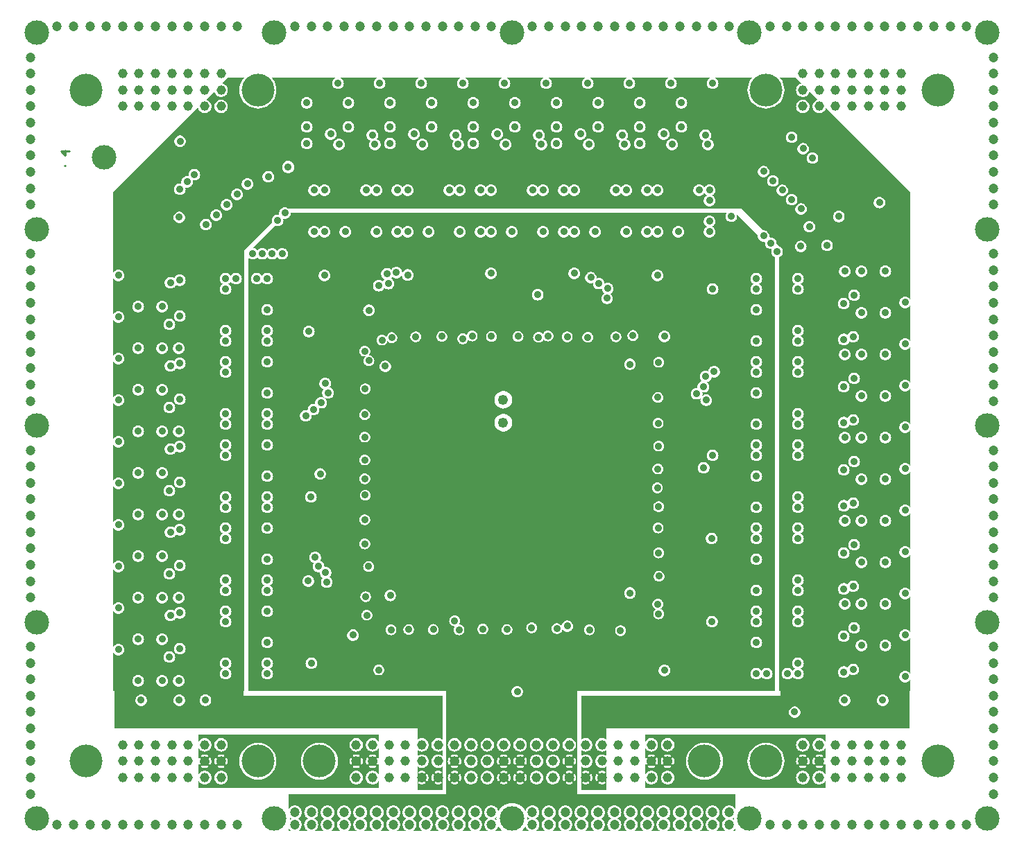
<source format=gbr>
G04 start of page 7 for group 5 idx 5 *
G04 Title: HETEPTANA, grounds *
G04 Creator: pcb 1.99z *
G04 CreationDate: Mo 30 Mär 2015 16:46:13 GMT UTC *
G04 For: stephan *
G04 Format: Gerber/RS-274X *
G04 PCB-Dimensions (mil): 5511.81 4724.41 *
G04 PCB-Coordinate-Origin: lower left *
%MOIN*%
%FSLAX25Y25*%
%LNGROUNDS*%
%ADD111C,0.0236*%
%ADD110C,0.0787*%
%ADD109C,0.0276*%
%ADD108C,0.0256*%
%ADD107C,0.0866*%
%ADD106C,0.0157*%
%ADD105C,0.0160*%
%ADD104C,0.0492*%
%ADD103C,0.0354*%
%ADD102C,0.0360*%
%ADD101C,0.1181*%
%ADD100C,0.0472*%
%ADD99C,0.1575*%
%ADD98C,0.0453*%
%ADD97C,0.0098*%
%ADD96C,0.0100*%
%ADD95C,0.0001*%
G54D95*G36*
X177000Y108441D02*X157996D01*
Y114133D01*
X158000Y114132D01*
X158439Y114167D01*
X158868Y114270D01*
X159275Y114438D01*
X159651Y114669D01*
X159986Y114955D01*
X160272Y115290D01*
X160503Y115666D01*
X160671Y116073D01*
X160774Y116502D01*
X160800Y116941D01*
X160774Y117380D01*
X160671Y117809D01*
X160503Y118216D01*
X160272Y118592D01*
X159986Y118927D01*
X159651Y119213D01*
X159279Y119441D01*
X159651Y119669D01*
X159986Y119955D01*
X160272Y120290D01*
X160503Y120666D01*
X160671Y121073D01*
X160774Y121502D01*
X160800Y121941D01*
X160774Y122380D01*
X160671Y122809D01*
X160503Y123216D01*
X160272Y123592D01*
X159986Y123927D01*
X159651Y124213D01*
X159275Y124443D01*
X158868Y124612D01*
X158439Y124715D01*
X158000Y124750D01*
X157996Y124749D01*
Y129133D01*
X158000Y129132D01*
X158439Y129167D01*
X158868Y129270D01*
X159275Y129438D01*
X159651Y129669D01*
X159986Y129955D01*
X160272Y130290D01*
X160503Y130666D01*
X160671Y131073D01*
X160774Y131502D01*
X160800Y131941D01*
X160774Y132380D01*
X160671Y132809D01*
X160503Y133216D01*
X160272Y133592D01*
X159986Y133927D01*
X159651Y134213D01*
X159275Y134443D01*
X158868Y134612D01*
X158439Y134715D01*
X158000Y134750D01*
X157996Y134749D01*
Y144133D01*
X158000Y144132D01*
X158439Y144167D01*
X158868Y144270D01*
X159275Y144438D01*
X159651Y144669D01*
X159986Y144955D01*
X160272Y145290D01*
X160503Y145666D01*
X160671Y146073D01*
X160774Y146502D01*
X160800Y146941D01*
X160774Y147380D01*
X160671Y147809D01*
X160503Y148216D01*
X160272Y148592D01*
X159986Y148927D01*
X159651Y149213D01*
X159275Y149443D01*
X158868Y149612D01*
X158439Y149715D01*
X158000Y149750D01*
X157996Y149749D01*
Y154133D01*
X158000Y154132D01*
X158439Y154167D01*
X158868Y154270D01*
X159275Y154438D01*
X159651Y154669D01*
X159986Y154955D01*
X160272Y155290D01*
X160503Y155666D01*
X160671Y156073D01*
X160774Y156502D01*
X160800Y156941D01*
X160774Y157380D01*
X160671Y157809D01*
X160503Y158216D01*
X160272Y158592D01*
X159986Y158927D01*
X159651Y159213D01*
X159279Y159441D01*
X159651Y159669D01*
X159986Y159955D01*
X160272Y160290D01*
X160503Y160666D01*
X160671Y161073D01*
X160774Y161502D01*
X160800Y161941D01*
X160774Y162380D01*
X160671Y162809D01*
X160503Y163216D01*
X160272Y163592D01*
X159986Y163927D01*
X159651Y164213D01*
X159275Y164443D01*
X158868Y164612D01*
X158439Y164715D01*
X158000Y164750D01*
X157996Y164749D01*
Y169133D01*
X158000Y169132D01*
X158439Y169167D01*
X158868Y169270D01*
X159275Y169438D01*
X159651Y169669D01*
X159986Y169955D01*
X160272Y170290D01*
X160503Y170666D01*
X160671Y171073D01*
X160774Y171502D01*
X160800Y171941D01*
X160774Y172380D01*
X160671Y172809D01*
X160503Y173216D01*
X160272Y173592D01*
X159986Y173927D01*
X159651Y174213D01*
X159275Y174443D01*
X158868Y174612D01*
X158439Y174715D01*
X158000Y174750D01*
X157996Y174749D01*
Y184133D01*
X158000Y184132D01*
X158439Y184167D01*
X158868Y184270D01*
X159275Y184438D01*
X159651Y184669D01*
X159986Y184955D01*
X160272Y185290D01*
X160503Y185666D01*
X160671Y186073D01*
X160774Y186502D01*
X160800Y186941D01*
X160774Y187380D01*
X160671Y187809D01*
X160503Y188216D01*
X160272Y188592D01*
X159986Y188927D01*
X159651Y189213D01*
X159275Y189443D01*
X158868Y189612D01*
X158439Y189715D01*
X158000Y189750D01*
X157996Y189749D01*
Y194133D01*
X158000Y194132D01*
X158439Y194167D01*
X158868Y194270D01*
X159275Y194438D01*
X159651Y194669D01*
X159986Y194955D01*
X160272Y195290D01*
X160503Y195666D01*
X160671Y196073D01*
X160774Y196502D01*
X160800Y196941D01*
X160774Y197380D01*
X160671Y197809D01*
X160503Y198216D01*
X160272Y198592D01*
X159986Y198927D01*
X159651Y199213D01*
X159279Y199441D01*
X159651Y199669D01*
X159986Y199955D01*
X160272Y200290D01*
X160503Y200666D01*
X160671Y201073D01*
X160774Y201502D01*
X160800Y201941D01*
X160774Y202380D01*
X160671Y202809D01*
X160503Y203216D01*
X160272Y203592D01*
X159986Y203927D01*
X159651Y204213D01*
X159275Y204443D01*
X158868Y204612D01*
X158439Y204715D01*
X158000Y204750D01*
X157996Y204749D01*
Y209133D01*
X158000Y209132D01*
X158439Y209167D01*
X158868Y209270D01*
X159275Y209438D01*
X159651Y209669D01*
X159986Y209955D01*
X160272Y210290D01*
X160503Y210666D01*
X160671Y211073D01*
X160774Y211502D01*
X160800Y211941D01*
X160774Y212380D01*
X160671Y212809D01*
X160503Y213216D01*
X160272Y213592D01*
X159986Y213927D01*
X159651Y214213D01*
X159275Y214443D01*
X158868Y214612D01*
X158439Y214715D01*
X158000Y214750D01*
X157996Y214749D01*
Y224133D01*
X158000Y224132D01*
X158439Y224167D01*
X158868Y224270D01*
X159275Y224438D01*
X159651Y224669D01*
X159986Y224955D01*
X160272Y225290D01*
X160503Y225666D01*
X160671Y226073D01*
X160774Y226502D01*
X160800Y226941D01*
X160774Y227380D01*
X160671Y227809D01*
X160503Y228216D01*
X160272Y228592D01*
X159986Y228927D01*
X159651Y229213D01*
X159275Y229443D01*
X158868Y229612D01*
X158439Y229715D01*
X158000Y229750D01*
X157996Y229749D01*
Y234133D01*
X158000Y234132D01*
X158439Y234167D01*
X158868Y234270D01*
X159275Y234438D01*
X159651Y234669D01*
X159986Y234955D01*
X160272Y235290D01*
X160503Y235666D01*
X160671Y236073D01*
X160774Y236502D01*
X160800Y236941D01*
X160774Y237380D01*
X160671Y237809D01*
X160503Y238216D01*
X160272Y238592D01*
X159986Y238927D01*
X159651Y239213D01*
X159279Y239441D01*
X159651Y239669D01*
X159986Y239955D01*
X160272Y240290D01*
X160503Y240666D01*
X160671Y241073D01*
X160774Y241502D01*
X160800Y241941D01*
X160774Y242380D01*
X160671Y242809D01*
X160503Y243216D01*
X160272Y243592D01*
X159986Y243927D01*
X159651Y244213D01*
X159275Y244443D01*
X158868Y244612D01*
X158439Y244715D01*
X158000Y244750D01*
X157996Y244749D01*
Y249133D01*
X158000Y249132D01*
X158439Y249167D01*
X158868Y249270D01*
X159275Y249438D01*
X159651Y249669D01*
X159986Y249955D01*
X160272Y250290D01*
X160503Y250666D01*
X160671Y251073D01*
X160774Y251502D01*
X160800Y251941D01*
X160774Y252380D01*
X160671Y252809D01*
X160503Y253216D01*
X160272Y253592D01*
X159986Y253927D01*
X159651Y254213D01*
X159275Y254443D01*
X158868Y254612D01*
X158439Y254715D01*
X158000Y254750D01*
X157996Y254749D01*
Y264133D01*
X158000Y264132D01*
X158439Y264167D01*
X158868Y264270D01*
X159275Y264438D01*
X159651Y264669D01*
X159986Y264955D01*
X160272Y265290D01*
X160503Y265666D01*
X160671Y266073D01*
X160774Y266502D01*
X160800Y266941D01*
X160774Y267380D01*
X160671Y267809D01*
X160503Y268216D01*
X160272Y268592D01*
X159986Y268927D01*
X159651Y269213D01*
X159275Y269443D01*
X158868Y269612D01*
X158439Y269715D01*
X158000Y269750D01*
X157996Y269749D01*
Y274133D01*
X158000Y274132D01*
X158439Y274167D01*
X158868Y274270D01*
X159275Y274438D01*
X159651Y274669D01*
X159986Y274955D01*
X160272Y275290D01*
X160503Y275666D01*
X160671Y276073D01*
X160774Y276502D01*
X160800Y276941D01*
X160774Y277380D01*
X160671Y277809D01*
X160503Y278216D01*
X160272Y278592D01*
X159986Y278927D01*
X159651Y279213D01*
X159279Y279441D01*
X159651Y279669D01*
X159986Y279955D01*
X160272Y280290D01*
X160503Y280666D01*
X160671Y281073D01*
X160774Y281502D01*
X160800Y281941D01*
X160774Y282380D01*
X160671Y282809D01*
X160503Y283216D01*
X160272Y283592D01*
X159986Y283927D01*
X159651Y284213D01*
X159275Y284443D01*
X158868Y284612D01*
X158439Y284715D01*
X158000Y284750D01*
X157996Y284749D01*
Y289133D01*
X158000Y289132D01*
X158439Y289167D01*
X158868Y289270D01*
X159275Y289438D01*
X159651Y289669D01*
X159986Y289955D01*
X160272Y290290D01*
X160503Y290666D01*
X160671Y291073D01*
X160774Y291502D01*
X160800Y291941D01*
X160774Y292380D01*
X160671Y292809D01*
X160503Y293216D01*
X160272Y293592D01*
X159986Y293927D01*
X159651Y294213D01*
X159275Y294443D01*
X158868Y294612D01*
X158439Y294715D01*
X158000Y294750D01*
X157996Y294749D01*
Y304133D01*
X158000Y304132D01*
X158439Y304167D01*
X158868Y304270D01*
X159275Y304438D01*
X159651Y304669D01*
X159986Y304955D01*
X160272Y305290D01*
X160503Y305666D01*
X160671Y306073D01*
X160774Y306502D01*
X160800Y306941D01*
X160774Y307380D01*
X160671Y307809D01*
X160503Y308216D01*
X160272Y308592D01*
X159986Y308927D01*
X159651Y309213D01*
X159275Y309443D01*
X158868Y309612D01*
X158439Y309715D01*
X158000Y309750D01*
X157996Y309749D01*
Y317271D01*
X158071Y317394D01*
X158161Y317247D01*
X158447Y316912D01*
X158782Y316625D01*
X159158Y316395D01*
X159565Y316226D01*
X159994Y316124D01*
X160433Y316089D01*
X160872Y316124D01*
X161301Y316226D01*
X161708Y316395D01*
X162084Y316625D01*
X162419Y316912D01*
X162705Y317247D01*
X162795Y317394D01*
X162885Y317247D01*
X163171Y316912D01*
X163507Y316625D01*
X163882Y316395D01*
X164290Y316226D01*
X164718Y316124D01*
X165157Y316089D01*
X165597Y316124D01*
X166025Y316226D01*
X166433Y316395D01*
X166808Y316625D01*
X167143Y316912D01*
X167430Y317247D01*
X167660Y317623D01*
X167829Y318030D01*
X167932Y318458D01*
X167957Y318898D01*
X167932Y319337D01*
X167829Y319766D01*
X167660Y320173D01*
X167430Y320549D01*
X167143Y320884D01*
X166808Y321170D01*
X166433Y321400D01*
X166025Y321569D01*
X165597Y321672D01*
X165157Y321706D01*
X164718Y321672D01*
X164290Y321569D01*
X163882Y321400D01*
X163507Y321170D01*
X163171Y320884D01*
X162885Y320549D01*
X162795Y320402D01*
X162705Y320549D01*
X162419Y320884D01*
X162084Y321170D01*
X161708Y321400D01*
X161301Y321569D01*
X160872Y321672D01*
X160433Y321706D01*
X159994Y321672D01*
X159565Y321569D01*
X159158Y321400D01*
X158782Y321170D01*
X158447Y320884D01*
X158161Y320549D01*
X158071Y320402D01*
X157996Y320524D01*
Y328437D01*
X161918Y332359D01*
X162132Y332270D01*
X162561Y332167D01*
X163000Y332132D01*
X163439Y332167D01*
X163868Y332270D01*
X164275Y332438D01*
X164651Y332669D01*
X164986Y332955D01*
X165272Y333290D01*
X165503Y333666D01*
X165671Y334073D01*
X165774Y334502D01*
X165800Y334941D01*
X165774Y335380D01*
X165684Y335757D01*
X166061Y335667D01*
X166500Y335632D01*
X166939Y335667D01*
X167368Y335770D01*
X167775Y335938D01*
X168151Y336169D01*
X168486Y336455D01*
X168686Y336689D01*
X177000Y315441D01*
Y284057D01*
X176725Y283943D01*
X176349Y283713D01*
X176014Y283427D01*
X175728Y283092D01*
X175497Y282716D01*
X175329Y282309D01*
X175226Y281880D01*
X175191Y281441D01*
X175226Y281002D01*
X175329Y280573D01*
X175497Y280166D01*
X175728Y279790D01*
X176014Y279455D01*
X176349Y279169D01*
X176725Y278938D01*
X177000Y278824D01*
Y243700D01*
X176939Y243715D01*
X176500Y243750D01*
X176061Y243715D01*
X175632Y243612D01*
X175225Y243443D01*
X174849Y243213D01*
X174514Y242927D01*
X174228Y242592D01*
X173997Y242216D01*
X173829Y241809D01*
X173726Y241380D01*
X173691Y240941D01*
X173726Y240502D01*
X173829Y240073D01*
X173997Y239666D01*
X174228Y239290D01*
X174514Y238955D01*
X174849Y238669D01*
X175225Y238438D01*
X175632Y238270D01*
X176061Y238167D01*
X176500Y238132D01*
X176939Y238167D01*
X177000Y238181D01*
Y203911D01*
X176728Y203592D01*
X176497Y203216D01*
X176329Y202809D01*
X176226Y202380D01*
X176191Y201941D01*
X176226Y201502D01*
X176329Y201073D01*
X176497Y200666D01*
X176728Y200290D01*
X177000Y199971D01*
Y164140D01*
X176882Y164112D01*
X176475Y163943D01*
X176099Y163713D01*
X175764Y163427D01*
X175478Y163092D01*
X175247Y162716D01*
X175079Y162309D01*
X174976Y161880D01*
X174941Y161441D01*
X174976Y161002D01*
X175079Y160573D01*
X175247Y160166D01*
X175478Y159790D01*
X175764Y159455D01*
X176099Y159169D01*
X176475Y158938D01*
X176882Y158770D01*
X177000Y158741D01*
Y123618D01*
X176978Y123592D01*
X176747Y123216D01*
X176579Y122809D01*
X176476Y122380D01*
X176441Y121941D01*
X176476Y121502D01*
X176579Y121073D01*
X176747Y120666D01*
X176978Y120290D01*
X177000Y120264D01*
Y108441D01*
G37*
G36*
X157996Y320524D02*X157981Y320549D01*
X157695Y320884D01*
X157360Y321170D01*
X156984Y321400D01*
X156577Y321569D01*
X156148Y321672D01*
X155709Y321706D01*
X155269Y321672D01*
X154841Y321569D01*
X154434Y321400D01*
X154058Y321170D01*
X153723Y320884D01*
X153436Y320549D01*
X153368Y320436D01*
X153272Y320592D01*
X152986Y320927D01*
X152651Y321213D01*
X152275Y321443D01*
X151868Y321612D01*
X151439Y321715D01*
X151286Y321727D01*
X157996Y328437D01*
Y320524D01*
G37*
G36*
Y108441D02*X149000D01*
Y316971D01*
X149014Y316955D01*
X149349Y316669D01*
X149725Y316438D01*
X150132Y316270D01*
X150561Y316167D01*
X151000Y316132D01*
X151439Y316167D01*
X151868Y316270D01*
X152275Y316438D01*
X152651Y316669D01*
X152986Y316955D01*
X153272Y317290D01*
X153341Y317402D01*
X153436Y317247D01*
X153723Y316912D01*
X154058Y316625D01*
X154434Y316395D01*
X154841Y316226D01*
X155269Y316124D01*
X155709Y316089D01*
X156148Y316124D01*
X156577Y316226D01*
X156984Y316395D01*
X157360Y316625D01*
X157695Y316912D01*
X157981Y317247D01*
X157996Y317271D01*
Y309749D01*
X157561Y309715D01*
X157132Y309612D01*
X156725Y309443D01*
X156349Y309213D01*
X156014Y308927D01*
X155728Y308592D01*
X155500Y308220D01*
X155272Y308592D01*
X154986Y308927D01*
X154651Y309213D01*
X154275Y309443D01*
X153868Y309612D01*
X153439Y309715D01*
X153000Y309750D01*
X152561Y309715D01*
X152132Y309612D01*
X151725Y309443D01*
X151349Y309213D01*
X151014Y308927D01*
X150728Y308592D01*
X150497Y308216D01*
X150329Y307809D01*
X150226Y307380D01*
X150191Y306941D01*
X150226Y306502D01*
X150329Y306073D01*
X150497Y305666D01*
X150728Y305290D01*
X151014Y304955D01*
X151349Y304669D01*
X151725Y304438D01*
X152132Y304270D01*
X152561Y304167D01*
X153000Y304132D01*
X153439Y304167D01*
X153868Y304270D01*
X154275Y304438D01*
X154651Y304669D01*
X154986Y304955D01*
X155272Y305290D01*
X155500Y305662D01*
X155728Y305290D01*
X156014Y304955D01*
X156349Y304669D01*
X156725Y304438D01*
X157132Y304270D01*
X157561Y304167D01*
X157996Y304133D01*
Y294749D01*
X157561Y294715D01*
X157132Y294612D01*
X156725Y294443D01*
X156349Y294213D01*
X156014Y293927D01*
X155728Y293592D01*
X155497Y293216D01*
X155329Y292809D01*
X155226Y292380D01*
X155191Y291941D01*
X155226Y291502D01*
X155329Y291073D01*
X155497Y290666D01*
X155728Y290290D01*
X156014Y289955D01*
X156349Y289669D01*
X156725Y289438D01*
X157132Y289270D01*
X157561Y289167D01*
X157996Y289133D01*
Y284749D01*
X157561Y284715D01*
X157132Y284612D01*
X156725Y284443D01*
X156349Y284213D01*
X156014Y283927D01*
X155728Y283592D01*
X155497Y283216D01*
X155329Y282809D01*
X155226Y282380D01*
X155191Y281941D01*
X155226Y281502D01*
X155329Y281073D01*
X155497Y280666D01*
X155728Y280290D01*
X156014Y279955D01*
X156349Y279669D01*
X156721Y279441D01*
X156349Y279213D01*
X156014Y278927D01*
X155728Y278592D01*
X155497Y278216D01*
X155329Y277809D01*
X155226Y277380D01*
X155191Y276941D01*
X155226Y276502D01*
X155329Y276073D01*
X155497Y275666D01*
X155728Y275290D01*
X156014Y274955D01*
X156349Y274669D01*
X156725Y274438D01*
X157132Y274270D01*
X157561Y274167D01*
X157996Y274133D01*
Y269749D01*
X157561Y269715D01*
X157132Y269612D01*
X156725Y269443D01*
X156349Y269213D01*
X156014Y268927D01*
X155728Y268592D01*
X155497Y268216D01*
X155329Y267809D01*
X155226Y267380D01*
X155191Y266941D01*
X155226Y266502D01*
X155329Y266073D01*
X155497Y265666D01*
X155728Y265290D01*
X156014Y264955D01*
X156349Y264669D01*
X156725Y264438D01*
X157132Y264270D01*
X157561Y264167D01*
X157996Y264133D01*
Y254749D01*
X157561Y254715D01*
X157132Y254612D01*
X156725Y254443D01*
X156349Y254213D01*
X156014Y253927D01*
X155728Y253592D01*
X155497Y253216D01*
X155329Y252809D01*
X155226Y252380D01*
X155191Y251941D01*
X155226Y251502D01*
X155329Y251073D01*
X155497Y250666D01*
X155728Y250290D01*
X156014Y249955D01*
X156349Y249669D01*
X156725Y249438D01*
X157132Y249270D01*
X157561Y249167D01*
X157996Y249133D01*
Y244749D01*
X157561Y244715D01*
X157132Y244612D01*
X156725Y244443D01*
X156349Y244213D01*
X156014Y243927D01*
X155728Y243592D01*
X155497Y243216D01*
X155329Y242809D01*
X155226Y242380D01*
X155191Y241941D01*
X155226Y241502D01*
X155329Y241073D01*
X155497Y240666D01*
X155728Y240290D01*
X156014Y239955D01*
X156349Y239669D01*
X156721Y239441D01*
X156349Y239213D01*
X156014Y238927D01*
X155728Y238592D01*
X155497Y238216D01*
X155329Y237809D01*
X155226Y237380D01*
X155191Y236941D01*
X155226Y236502D01*
X155329Y236073D01*
X155497Y235666D01*
X155728Y235290D01*
X156014Y234955D01*
X156349Y234669D01*
X156725Y234438D01*
X157132Y234270D01*
X157561Y234167D01*
X157996Y234133D01*
Y229749D01*
X157561Y229715D01*
X157132Y229612D01*
X156725Y229443D01*
X156349Y229213D01*
X156014Y228927D01*
X155728Y228592D01*
X155497Y228216D01*
X155329Y227809D01*
X155226Y227380D01*
X155191Y226941D01*
X155226Y226502D01*
X155329Y226073D01*
X155497Y225666D01*
X155728Y225290D01*
X156014Y224955D01*
X156349Y224669D01*
X156725Y224438D01*
X157132Y224270D01*
X157561Y224167D01*
X157996Y224133D01*
Y214749D01*
X157561Y214715D01*
X157132Y214612D01*
X156725Y214443D01*
X156349Y214213D01*
X156014Y213927D01*
X155728Y213592D01*
X155497Y213216D01*
X155329Y212809D01*
X155226Y212380D01*
X155191Y211941D01*
X155226Y211502D01*
X155329Y211073D01*
X155497Y210666D01*
X155728Y210290D01*
X156014Y209955D01*
X156349Y209669D01*
X156725Y209438D01*
X157132Y209270D01*
X157561Y209167D01*
X157996Y209133D01*
Y204749D01*
X157561Y204715D01*
X157132Y204612D01*
X156725Y204443D01*
X156349Y204213D01*
X156014Y203927D01*
X155728Y203592D01*
X155497Y203216D01*
X155329Y202809D01*
X155226Y202380D01*
X155191Y201941D01*
X155226Y201502D01*
X155329Y201073D01*
X155497Y200666D01*
X155728Y200290D01*
X156014Y199955D01*
X156349Y199669D01*
X156721Y199441D01*
X156349Y199213D01*
X156014Y198927D01*
X155728Y198592D01*
X155497Y198216D01*
X155329Y197809D01*
X155226Y197380D01*
X155191Y196941D01*
X155226Y196502D01*
X155329Y196073D01*
X155497Y195666D01*
X155728Y195290D01*
X156014Y194955D01*
X156349Y194669D01*
X156725Y194438D01*
X157132Y194270D01*
X157561Y194167D01*
X157996Y194133D01*
Y189749D01*
X157561Y189715D01*
X157132Y189612D01*
X156725Y189443D01*
X156349Y189213D01*
X156014Y188927D01*
X155728Y188592D01*
X155497Y188216D01*
X155329Y187809D01*
X155226Y187380D01*
X155191Y186941D01*
X155226Y186502D01*
X155329Y186073D01*
X155497Y185666D01*
X155728Y185290D01*
X156014Y184955D01*
X156349Y184669D01*
X156725Y184438D01*
X157132Y184270D01*
X157561Y184167D01*
X157996Y184133D01*
Y174749D01*
X157561Y174715D01*
X157132Y174612D01*
X156725Y174443D01*
X156349Y174213D01*
X156014Y173927D01*
X155728Y173592D01*
X155497Y173216D01*
X155329Y172809D01*
X155226Y172380D01*
X155191Y171941D01*
X155226Y171502D01*
X155329Y171073D01*
X155497Y170666D01*
X155728Y170290D01*
X156014Y169955D01*
X156349Y169669D01*
X156725Y169438D01*
X157132Y169270D01*
X157561Y169167D01*
X157996Y169133D01*
Y164749D01*
X157561Y164715D01*
X157132Y164612D01*
X156725Y164443D01*
X156349Y164213D01*
X156014Y163927D01*
X155728Y163592D01*
X155497Y163216D01*
X155329Y162809D01*
X155226Y162380D01*
X155191Y161941D01*
X155226Y161502D01*
X155329Y161073D01*
X155497Y160666D01*
X155728Y160290D01*
X156014Y159955D01*
X156349Y159669D01*
X156721Y159441D01*
X156349Y159213D01*
X156014Y158927D01*
X155728Y158592D01*
X155497Y158216D01*
X155329Y157809D01*
X155226Y157380D01*
X155191Y156941D01*
X155226Y156502D01*
X155329Y156073D01*
X155497Y155666D01*
X155728Y155290D01*
X156014Y154955D01*
X156349Y154669D01*
X156725Y154438D01*
X157132Y154270D01*
X157561Y154167D01*
X157996Y154133D01*
Y149749D01*
X157561Y149715D01*
X157132Y149612D01*
X156725Y149443D01*
X156349Y149213D01*
X156014Y148927D01*
X155728Y148592D01*
X155497Y148216D01*
X155329Y147809D01*
X155226Y147380D01*
X155191Y146941D01*
X155226Y146502D01*
X155329Y146073D01*
X155497Y145666D01*
X155728Y145290D01*
X156014Y144955D01*
X156349Y144669D01*
X156725Y144438D01*
X157132Y144270D01*
X157561Y144167D01*
X157996Y144133D01*
Y134749D01*
X157561Y134715D01*
X157132Y134612D01*
X156725Y134443D01*
X156349Y134213D01*
X156014Y133927D01*
X155728Y133592D01*
X155497Y133216D01*
X155329Y132809D01*
X155226Y132380D01*
X155191Y131941D01*
X155226Y131502D01*
X155329Y131073D01*
X155497Y130666D01*
X155728Y130290D01*
X156014Y129955D01*
X156349Y129669D01*
X156725Y129438D01*
X157132Y129270D01*
X157561Y129167D01*
X157996Y129133D01*
Y124749D01*
X157561Y124715D01*
X157132Y124612D01*
X156725Y124443D01*
X156349Y124213D01*
X156014Y123927D01*
X155728Y123592D01*
X155497Y123216D01*
X155329Y122809D01*
X155226Y122380D01*
X155191Y121941D01*
X155226Y121502D01*
X155329Y121073D01*
X155497Y120666D01*
X155728Y120290D01*
X156014Y119955D01*
X156349Y119669D01*
X156721Y119441D01*
X156349Y119213D01*
X156014Y118927D01*
X155728Y118592D01*
X155497Y118216D01*
X155329Y117809D01*
X155226Y117380D01*
X155191Y116941D01*
X155226Y116502D01*
X155329Y116073D01*
X155497Y115666D01*
X155728Y115290D01*
X156014Y114955D01*
X156349Y114669D01*
X156725Y114438D01*
X157132Y114270D01*
X157561Y114167D01*
X157996Y114133D01*
Y108441D01*
G37*
G36*
X148496Y382076D02*X158876Y358720D01*
X158500Y358750D01*
X158061Y358715D01*
X157632Y358612D01*
X157225Y358443D01*
X156849Y358213D01*
X156514Y357927D01*
X156228Y357592D01*
X155997Y357216D01*
X155829Y356809D01*
X155726Y356380D01*
X155691Y355941D01*
X155726Y355502D01*
X155829Y355073D01*
X155997Y354666D01*
X156228Y354290D01*
X156514Y353955D01*
X156849Y353669D01*
X157225Y353438D01*
X157632Y353270D01*
X158061Y353167D01*
X158500Y353132D01*
X158939Y353167D01*
X159368Y353270D01*
X159775Y353438D01*
X160151Y353669D01*
X160486Y353955D01*
X160772Y354290D01*
X160814Y354359D01*
X166646Y341238D01*
X166500Y341250D01*
X166061Y341215D01*
X165632Y341112D01*
X165225Y340943D01*
X164849Y340713D01*
X164514Y340427D01*
X164228Y340092D01*
X163997Y339716D01*
X163829Y339309D01*
X163726Y338880D01*
X163691Y338441D01*
X163726Y338002D01*
X163816Y337624D01*
X163439Y337715D01*
X163000Y337750D01*
X162561Y337715D01*
X162132Y337612D01*
X161725Y337443D01*
X161349Y337213D01*
X161014Y336927D01*
X160728Y336592D01*
X160497Y336216D01*
X160329Y335809D01*
X160226Y335380D01*
X160191Y334941D01*
X160226Y334502D01*
X160329Y334073D01*
X160418Y333859D01*
X148496Y321937D01*
Y349633D01*
X148500Y349632D01*
X148939Y349667D01*
X149368Y349770D01*
X149775Y349938D01*
X150151Y350169D01*
X150486Y350455D01*
X150772Y350790D01*
X151003Y351166D01*
X151171Y351573D01*
X151274Y352002D01*
X151300Y352441D01*
X151274Y352880D01*
X151171Y353309D01*
X151003Y353716D01*
X150772Y354092D01*
X150486Y354427D01*
X150151Y354713D01*
X149775Y354943D01*
X149368Y355112D01*
X148939Y355215D01*
X148500Y355250D01*
X148496Y355249D01*
Y382076D01*
G37*
G36*
X143496Y393326D02*X148496Y382076D01*
Y355249D01*
X148061Y355215D01*
X147632Y355112D01*
X147225Y354943D01*
X146849Y354713D01*
X146514Y354427D01*
X146228Y354092D01*
X145997Y353716D01*
X145829Y353309D01*
X145726Y352880D01*
X145691Y352441D01*
X145726Y352002D01*
X145829Y351573D01*
X145997Y351166D01*
X146228Y350790D01*
X146514Y350455D01*
X146849Y350169D01*
X147225Y349938D01*
X147632Y349770D01*
X148061Y349667D01*
X148496Y349633D01*
Y321937D01*
X147000Y320441D01*
Y108441D01*
X143496D01*
Y304180D01*
X143868Y304270D01*
X144275Y304438D01*
X144651Y304669D01*
X144986Y304955D01*
X145272Y305290D01*
X145503Y305666D01*
X145671Y306073D01*
X145774Y306502D01*
X145800Y306941D01*
X145774Y307380D01*
X145671Y307809D01*
X145503Y308216D01*
X145272Y308592D01*
X144986Y308927D01*
X144651Y309213D01*
X144275Y309443D01*
X143868Y309612D01*
X143496Y309701D01*
Y344633D01*
X143500Y344632D01*
X143939Y344667D01*
X144368Y344770D01*
X144775Y344938D01*
X145151Y345169D01*
X145486Y345455D01*
X145772Y345790D01*
X146003Y346166D01*
X146171Y346573D01*
X146274Y347002D01*
X146300Y347441D01*
X146274Y347880D01*
X146171Y348309D01*
X146003Y348716D01*
X145772Y349092D01*
X145486Y349427D01*
X145151Y349713D01*
X144775Y349943D01*
X144368Y350112D01*
X143939Y350215D01*
X143500Y350250D01*
X143496Y350249D01*
Y393326D01*
G37*
G36*
Y108441D02*X137996D01*
Y114133D01*
X138000Y114132D01*
X138439Y114167D01*
X138868Y114270D01*
X139275Y114438D01*
X139651Y114669D01*
X139986Y114955D01*
X140272Y115290D01*
X140503Y115666D01*
X140671Y116073D01*
X140774Y116502D01*
X140800Y116941D01*
X140774Y117380D01*
X140671Y117809D01*
X140503Y118216D01*
X140272Y118592D01*
X139986Y118927D01*
X139651Y119213D01*
X139279Y119441D01*
X139651Y119669D01*
X139986Y119955D01*
X140272Y120290D01*
X140503Y120666D01*
X140671Y121073D01*
X140774Y121502D01*
X140800Y121941D01*
X140774Y122380D01*
X140671Y122809D01*
X140503Y123216D01*
X140272Y123592D01*
X139986Y123927D01*
X139651Y124213D01*
X139275Y124443D01*
X138868Y124612D01*
X138439Y124715D01*
X138000Y124750D01*
X137996Y124749D01*
Y139133D01*
X138000Y139132D01*
X138439Y139167D01*
X138868Y139270D01*
X139275Y139438D01*
X139651Y139669D01*
X139986Y139955D01*
X140272Y140290D01*
X140503Y140666D01*
X140671Y141073D01*
X140774Y141502D01*
X140800Y141941D01*
X140774Y142380D01*
X140671Y142809D01*
X140503Y143216D01*
X140272Y143592D01*
X139986Y143927D01*
X139651Y144213D01*
X139279Y144441D01*
X139651Y144669D01*
X139986Y144955D01*
X140272Y145290D01*
X140503Y145666D01*
X140671Y146073D01*
X140774Y146502D01*
X140800Y146941D01*
X140774Y147380D01*
X140671Y147809D01*
X140503Y148216D01*
X140272Y148592D01*
X139986Y148927D01*
X139651Y149213D01*
X139275Y149443D01*
X138868Y149612D01*
X138439Y149715D01*
X138000Y149750D01*
X137996Y149749D01*
Y154133D01*
X138000Y154132D01*
X138439Y154167D01*
X138868Y154270D01*
X139275Y154438D01*
X139651Y154669D01*
X139986Y154955D01*
X140272Y155290D01*
X140503Y155666D01*
X140671Y156073D01*
X140774Y156502D01*
X140800Y156941D01*
X140774Y157380D01*
X140671Y157809D01*
X140503Y158216D01*
X140272Y158592D01*
X139986Y158927D01*
X139651Y159213D01*
X139279Y159441D01*
X139651Y159669D01*
X139986Y159955D01*
X140272Y160290D01*
X140503Y160666D01*
X140671Y161073D01*
X140774Y161502D01*
X140800Y161941D01*
X140774Y162380D01*
X140671Y162809D01*
X140503Y163216D01*
X140272Y163592D01*
X139986Y163927D01*
X139651Y164213D01*
X139275Y164443D01*
X138868Y164612D01*
X138439Y164715D01*
X138000Y164750D01*
X137996Y164749D01*
Y179133D01*
X138000Y179132D01*
X138439Y179167D01*
X138868Y179270D01*
X139275Y179438D01*
X139651Y179669D01*
X139986Y179955D01*
X140272Y180290D01*
X140503Y180666D01*
X140671Y181073D01*
X140774Y181502D01*
X140800Y181941D01*
X140774Y182380D01*
X140671Y182809D01*
X140503Y183216D01*
X140272Y183592D01*
X139986Y183927D01*
X139651Y184213D01*
X139279Y184441D01*
X139651Y184669D01*
X139986Y184955D01*
X140272Y185290D01*
X140503Y185666D01*
X140671Y186073D01*
X140774Y186502D01*
X140800Y186941D01*
X140774Y187380D01*
X140671Y187809D01*
X140503Y188216D01*
X140272Y188592D01*
X139986Y188927D01*
X139651Y189213D01*
X139275Y189443D01*
X138868Y189612D01*
X138439Y189715D01*
X138000Y189750D01*
X137996Y189749D01*
Y194133D01*
X138000Y194132D01*
X138439Y194167D01*
X138868Y194270D01*
X139275Y194438D01*
X139651Y194669D01*
X139986Y194955D01*
X140272Y195290D01*
X140503Y195666D01*
X140671Y196073D01*
X140774Y196502D01*
X140800Y196941D01*
X140774Y197380D01*
X140671Y197809D01*
X140503Y198216D01*
X140272Y198592D01*
X139986Y198927D01*
X139651Y199213D01*
X139279Y199441D01*
X139651Y199669D01*
X139986Y199955D01*
X140272Y200290D01*
X140503Y200666D01*
X140671Y201073D01*
X140774Y201502D01*
X140800Y201941D01*
X140774Y202380D01*
X140671Y202809D01*
X140503Y203216D01*
X140272Y203592D01*
X139986Y203927D01*
X139651Y204213D01*
X139275Y204443D01*
X138868Y204612D01*
X138439Y204715D01*
X138000Y204750D01*
X137996Y204749D01*
Y219133D01*
X138000Y219132D01*
X138439Y219167D01*
X138868Y219270D01*
X139275Y219438D01*
X139651Y219669D01*
X139986Y219955D01*
X140272Y220290D01*
X140503Y220666D01*
X140671Y221073D01*
X140774Y221502D01*
X140800Y221941D01*
X140774Y222380D01*
X140671Y222809D01*
X140503Y223216D01*
X140272Y223592D01*
X139986Y223927D01*
X139651Y224213D01*
X139279Y224441D01*
X139651Y224669D01*
X139986Y224955D01*
X140272Y225290D01*
X140503Y225666D01*
X140671Y226073D01*
X140774Y226502D01*
X140800Y226941D01*
X140774Y227380D01*
X140671Y227809D01*
X140503Y228216D01*
X140272Y228592D01*
X139986Y228927D01*
X139651Y229213D01*
X139275Y229443D01*
X138868Y229612D01*
X138439Y229715D01*
X138000Y229750D01*
X137996Y229749D01*
Y234133D01*
X138000Y234132D01*
X138439Y234167D01*
X138868Y234270D01*
X139275Y234438D01*
X139651Y234669D01*
X139986Y234955D01*
X140272Y235290D01*
X140503Y235666D01*
X140671Y236073D01*
X140774Y236502D01*
X140800Y236941D01*
X140774Y237380D01*
X140671Y237809D01*
X140503Y238216D01*
X140272Y238592D01*
X139986Y238927D01*
X139651Y239213D01*
X139279Y239441D01*
X139651Y239669D01*
X139986Y239955D01*
X140272Y240290D01*
X140503Y240666D01*
X140671Y241073D01*
X140774Y241502D01*
X140800Y241941D01*
X140774Y242380D01*
X140671Y242809D01*
X140503Y243216D01*
X140272Y243592D01*
X139986Y243927D01*
X139651Y244213D01*
X139275Y244443D01*
X138868Y244612D01*
X138439Y244715D01*
X138000Y244750D01*
X137996Y244749D01*
Y259133D01*
X138000Y259132D01*
X138439Y259167D01*
X138868Y259270D01*
X139275Y259438D01*
X139651Y259669D01*
X139986Y259955D01*
X140272Y260290D01*
X140503Y260666D01*
X140671Y261073D01*
X140774Y261502D01*
X140800Y261941D01*
X140774Y262380D01*
X140671Y262809D01*
X140503Y263216D01*
X140272Y263592D01*
X139986Y263927D01*
X139651Y264213D01*
X139279Y264441D01*
X139651Y264669D01*
X139986Y264955D01*
X140272Y265290D01*
X140503Y265666D01*
X140671Y266073D01*
X140774Y266502D01*
X140800Y266941D01*
X140774Y267380D01*
X140671Y267809D01*
X140503Y268216D01*
X140272Y268592D01*
X139986Y268927D01*
X139651Y269213D01*
X139275Y269443D01*
X138868Y269612D01*
X138439Y269715D01*
X138000Y269750D01*
X137996Y269749D01*
Y274133D01*
X138000Y274132D01*
X138439Y274167D01*
X138868Y274270D01*
X139275Y274438D01*
X139651Y274669D01*
X139986Y274955D01*
X140272Y275290D01*
X140503Y275666D01*
X140671Y276073D01*
X140774Y276502D01*
X140800Y276941D01*
X140774Y277380D01*
X140671Y277809D01*
X140503Y278216D01*
X140272Y278592D01*
X139986Y278927D01*
X139651Y279213D01*
X139279Y279441D01*
X139651Y279669D01*
X139986Y279955D01*
X140272Y280290D01*
X140503Y280666D01*
X140671Y281073D01*
X140774Y281502D01*
X140800Y281941D01*
X140774Y282380D01*
X140671Y282809D01*
X140503Y283216D01*
X140272Y283592D01*
X139986Y283927D01*
X139651Y284213D01*
X139275Y284443D01*
X138868Y284612D01*
X138439Y284715D01*
X138000Y284750D01*
X137996Y284749D01*
Y299133D01*
X138000Y299132D01*
X138439Y299167D01*
X138868Y299270D01*
X139275Y299438D01*
X139651Y299669D01*
X139986Y299955D01*
X140272Y300290D01*
X140503Y300666D01*
X140671Y301073D01*
X140774Y301502D01*
X140800Y301941D01*
X140774Y302380D01*
X140671Y302809D01*
X140503Y303216D01*
X140272Y303592D01*
X139986Y303927D01*
X139651Y304213D01*
X139279Y304441D01*
X139651Y304669D01*
X139986Y304955D01*
X140272Y305290D01*
X140500Y305662D01*
X140728Y305290D01*
X141014Y304955D01*
X141349Y304669D01*
X141725Y304438D01*
X142132Y304270D01*
X142561Y304167D01*
X143000Y304132D01*
X143439Y304167D01*
X143496Y304180D01*
Y108441D01*
G37*
G36*
X137996Y395219D02*X138131Y395334D01*
X138463Y395723D01*
X138730Y396159D01*
X138925Y396631D01*
X139045Y397128D01*
X139075Y397638D01*
X139045Y398147D01*
X138925Y398645D01*
X138730Y399117D01*
X138463Y399553D01*
X138131Y399942D01*
X137996Y400057D01*
Y402437D01*
X139000Y403441D01*
X143496Y393326D01*
Y350249D01*
X143061Y350215D01*
X142632Y350112D01*
X142225Y349943D01*
X141849Y349713D01*
X141514Y349427D01*
X141228Y349092D01*
X140997Y348716D01*
X140829Y348309D01*
X140726Y347880D01*
X140691Y347441D01*
X140726Y347002D01*
X140829Y346573D01*
X140997Y346166D01*
X141228Y345790D01*
X141514Y345455D01*
X141849Y345169D01*
X142225Y344938D01*
X142632Y344770D01*
X143061Y344667D01*
X143496Y344633D01*
Y309701D01*
X143439Y309715D01*
X143000Y309750D01*
X142561Y309715D01*
X142132Y309612D01*
X141725Y309443D01*
X141349Y309213D01*
X141014Y308927D01*
X140728Y308592D01*
X140500Y308220D01*
X140272Y308592D01*
X139986Y308927D01*
X139651Y309213D01*
X139275Y309443D01*
X138868Y309612D01*
X138439Y309715D01*
X138000Y309750D01*
X137996Y309749D01*
Y339682D01*
X138061Y339667D01*
X138500Y339632D01*
X138939Y339667D01*
X139368Y339770D01*
X139775Y339938D01*
X140151Y340169D01*
X140486Y340455D01*
X140772Y340790D01*
X141003Y341166D01*
X141171Y341573D01*
X141274Y342002D01*
X141300Y342441D01*
X141274Y342880D01*
X141171Y343309D01*
X141003Y343716D01*
X140772Y344092D01*
X140486Y344427D01*
X140151Y344713D01*
X139775Y344943D01*
X139368Y345112D01*
X138939Y345215D01*
X138500Y345250D01*
X138061Y345215D01*
X137996Y345199D01*
Y387345D01*
X138131Y387460D01*
X138463Y387849D01*
X138730Y388285D01*
X138925Y388757D01*
X139045Y389254D01*
X139075Y389764D01*
X139045Y390273D01*
X138925Y390771D01*
X138730Y391243D01*
X138463Y391679D01*
X138131Y392068D01*
X137996Y392183D01*
Y395219D01*
G37*
G36*
Y400057D02*X137742Y400274D01*
X137306Y400541D01*
X136834Y400736D01*
X136400Y400841D01*
X137996Y402437D01*
Y400057D01*
G37*
G36*
X133496Y387492D02*X133523Y387460D01*
X133912Y387128D01*
X134348Y386861D01*
X134820Y386665D01*
X135317Y386546D01*
X135827Y386506D01*
X136336Y386546D01*
X136834Y386665D01*
X137306Y386861D01*
X137742Y387128D01*
X137996Y387345D01*
Y345199D01*
X137632Y345112D01*
X137225Y344943D01*
X136849Y344713D01*
X136514Y344427D01*
X136228Y344092D01*
X135997Y343716D01*
X135829Y343309D01*
X135726Y342880D01*
X135691Y342441D01*
X135726Y342002D01*
X135829Y341573D01*
X135997Y341166D01*
X136228Y340790D01*
X136514Y340455D01*
X136849Y340169D01*
X137225Y339938D01*
X137632Y339770D01*
X137996Y339682D01*
Y309749D01*
X137561Y309715D01*
X137132Y309612D01*
X136725Y309443D01*
X136349Y309213D01*
X136014Y308927D01*
X135728Y308592D01*
X135497Y308216D01*
X135329Y307809D01*
X135226Y307380D01*
X135191Y306941D01*
X135226Y306502D01*
X135329Y306073D01*
X135497Y305666D01*
X135728Y305290D01*
X136014Y304955D01*
X136349Y304669D01*
X136721Y304441D01*
X136349Y304213D01*
X136014Y303927D01*
X135728Y303592D01*
X135497Y303216D01*
X135329Y302809D01*
X135226Y302380D01*
X135191Y301941D01*
X135226Y301502D01*
X135329Y301073D01*
X135497Y300666D01*
X135728Y300290D01*
X136014Y299955D01*
X136349Y299669D01*
X136725Y299438D01*
X137132Y299270D01*
X137561Y299167D01*
X137996Y299133D01*
Y284749D01*
X137561Y284715D01*
X137132Y284612D01*
X136725Y284443D01*
X136349Y284213D01*
X136014Y283927D01*
X135728Y283592D01*
X135497Y283216D01*
X135329Y282809D01*
X135226Y282380D01*
X135191Y281941D01*
X135226Y281502D01*
X135329Y281073D01*
X135497Y280666D01*
X135728Y280290D01*
X136014Y279955D01*
X136349Y279669D01*
X136721Y279441D01*
X136349Y279213D01*
X136014Y278927D01*
X135728Y278592D01*
X135497Y278216D01*
X135329Y277809D01*
X135226Y277380D01*
X135191Y276941D01*
X135226Y276502D01*
X135329Y276073D01*
X135497Y275666D01*
X135728Y275290D01*
X136014Y274955D01*
X136349Y274669D01*
X136725Y274438D01*
X137132Y274270D01*
X137561Y274167D01*
X137996Y274133D01*
Y269749D01*
X137561Y269715D01*
X137132Y269612D01*
X136725Y269443D01*
X136349Y269213D01*
X136014Y268927D01*
X135728Y268592D01*
X135497Y268216D01*
X135329Y267809D01*
X135226Y267380D01*
X135191Y266941D01*
X135226Y266502D01*
X135329Y266073D01*
X135497Y265666D01*
X135728Y265290D01*
X136014Y264955D01*
X136349Y264669D01*
X136721Y264441D01*
X136349Y264213D01*
X136014Y263927D01*
X135728Y263592D01*
X135497Y263216D01*
X135329Y262809D01*
X135226Y262380D01*
X135191Y261941D01*
X135226Y261502D01*
X135329Y261073D01*
X135497Y260666D01*
X135728Y260290D01*
X136014Y259955D01*
X136349Y259669D01*
X136725Y259438D01*
X137132Y259270D01*
X137561Y259167D01*
X137996Y259133D01*
Y244749D01*
X137561Y244715D01*
X137132Y244612D01*
X136725Y244443D01*
X136349Y244213D01*
X136014Y243927D01*
X135728Y243592D01*
X135497Y243216D01*
X135329Y242809D01*
X135226Y242380D01*
X135191Y241941D01*
X135226Y241502D01*
X135329Y241073D01*
X135497Y240666D01*
X135728Y240290D01*
X136014Y239955D01*
X136349Y239669D01*
X136721Y239441D01*
X136349Y239213D01*
X136014Y238927D01*
X135728Y238592D01*
X135497Y238216D01*
X135329Y237809D01*
X135226Y237380D01*
X135191Y236941D01*
X135226Y236502D01*
X135329Y236073D01*
X135497Y235666D01*
X135728Y235290D01*
X136014Y234955D01*
X136349Y234669D01*
X136725Y234438D01*
X137132Y234270D01*
X137561Y234167D01*
X137996Y234133D01*
Y229749D01*
X137561Y229715D01*
X137132Y229612D01*
X136725Y229443D01*
X136349Y229213D01*
X136014Y228927D01*
X135728Y228592D01*
X135497Y228216D01*
X135329Y227809D01*
X135226Y227380D01*
X135191Y226941D01*
X135226Y226502D01*
X135329Y226073D01*
X135497Y225666D01*
X135728Y225290D01*
X136014Y224955D01*
X136349Y224669D01*
X136721Y224441D01*
X136349Y224213D01*
X136014Y223927D01*
X135728Y223592D01*
X135497Y223216D01*
X135329Y222809D01*
X135226Y222380D01*
X135191Y221941D01*
X135226Y221502D01*
X135329Y221073D01*
X135497Y220666D01*
X135728Y220290D01*
X136014Y219955D01*
X136349Y219669D01*
X136725Y219438D01*
X137132Y219270D01*
X137561Y219167D01*
X137996Y219133D01*
Y204749D01*
X137561Y204715D01*
X137132Y204612D01*
X136725Y204443D01*
X136349Y204213D01*
X136014Y203927D01*
X135728Y203592D01*
X135497Y203216D01*
X135329Y202809D01*
X135226Y202380D01*
X135191Y201941D01*
X135226Y201502D01*
X135329Y201073D01*
X135497Y200666D01*
X135728Y200290D01*
X136014Y199955D01*
X136349Y199669D01*
X136721Y199441D01*
X136349Y199213D01*
X136014Y198927D01*
X135728Y198592D01*
X135497Y198216D01*
X135329Y197809D01*
X135226Y197380D01*
X135191Y196941D01*
X135226Y196502D01*
X135329Y196073D01*
X135497Y195666D01*
X135728Y195290D01*
X136014Y194955D01*
X136349Y194669D01*
X136725Y194438D01*
X137132Y194270D01*
X137561Y194167D01*
X137996Y194133D01*
Y189749D01*
X137561Y189715D01*
X137132Y189612D01*
X136725Y189443D01*
X136349Y189213D01*
X136014Y188927D01*
X135728Y188592D01*
X135497Y188216D01*
X135329Y187809D01*
X135226Y187380D01*
X135191Y186941D01*
X135226Y186502D01*
X135329Y186073D01*
X135497Y185666D01*
X135728Y185290D01*
X136014Y184955D01*
X136349Y184669D01*
X136721Y184441D01*
X136349Y184213D01*
X136014Y183927D01*
X135728Y183592D01*
X135497Y183216D01*
X135329Y182809D01*
X135226Y182380D01*
X135191Y181941D01*
X135226Y181502D01*
X135329Y181073D01*
X135497Y180666D01*
X135728Y180290D01*
X136014Y179955D01*
X136349Y179669D01*
X136725Y179438D01*
X137132Y179270D01*
X137561Y179167D01*
X137996Y179133D01*
Y164749D01*
X137561Y164715D01*
X137132Y164612D01*
X136725Y164443D01*
X136349Y164213D01*
X136014Y163927D01*
X135728Y163592D01*
X135497Y163216D01*
X135329Y162809D01*
X135226Y162380D01*
X135191Y161941D01*
X135226Y161502D01*
X135329Y161073D01*
X135497Y160666D01*
X135728Y160290D01*
X136014Y159955D01*
X136349Y159669D01*
X136721Y159441D01*
X136349Y159213D01*
X136014Y158927D01*
X135728Y158592D01*
X135497Y158216D01*
X135329Y157809D01*
X135226Y157380D01*
X135191Y156941D01*
X135226Y156502D01*
X135329Y156073D01*
X135497Y155666D01*
X135728Y155290D01*
X136014Y154955D01*
X136349Y154669D01*
X136725Y154438D01*
X137132Y154270D01*
X137561Y154167D01*
X137996Y154133D01*
Y149749D01*
X137561Y149715D01*
X137132Y149612D01*
X136725Y149443D01*
X136349Y149213D01*
X136014Y148927D01*
X135728Y148592D01*
X135497Y148216D01*
X135329Y147809D01*
X135226Y147380D01*
X135191Y146941D01*
X135226Y146502D01*
X135329Y146073D01*
X135497Y145666D01*
X135728Y145290D01*
X136014Y144955D01*
X136349Y144669D01*
X136721Y144441D01*
X136349Y144213D01*
X136014Y143927D01*
X135728Y143592D01*
X135497Y143216D01*
X135329Y142809D01*
X135226Y142380D01*
X135191Y141941D01*
X135226Y141502D01*
X135329Y141073D01*
X135497Y140666D01*
X135728Y140290D01*
X136014Y139955D01*
X136349Y139669D01*
X136725Y139438D01*
X137132Y139270D01*
X137561Y139167D01*
X137996Y139133D01*
Y124749D01*
X137561Y124715D01*
X137132Y124612D01*
X136725Y124443D01*
X136349Y124213D01*
X136014Y123927D01*
X135728Y123592D01*
X135497Y123216D01*
X135329Y122809D01*
X135226Y122380D01*
X135191Y121941D01*
X135226Y121502D01*
X135329Y121073D01*
X135497Y120666D01*
X135728Y120290D01*
X136014Y119955D01*
X136349Y119669D01*
X136721Y119441D01*
X136349Y119213D01*
X136014Y118927D01*
X135728Y118592D01*
X135497Y118216D01*
X135329Y117809D01*
X135226Y117380D01*
X135191Y116941D01*
X135226Y116502D01*
X135329Y116073D01*
X135497Y115666D01*
X135728Y115290D01*
X136014Y114955D01*
X136349Y114669D01*
X136725Y114438D01*
X137132Y114270D01*
X137561Y114167D01*
X137996Y114133D01*
Y108441D01*
X133496D01*
Y334633D01*
X133500Y334632D01*
X133939Y334667D01*
X134368Y334770D01*
X134775Y334938D01*
X135151Y335169D01*
X135486Y335455D01*
X135772Y335790D01*
X136003Y336166D01*
X136171Y336573D01*
X136274Y337002D01*
X136300Y337441D01*
X136274Y337880D01*
X136171Y338309D01*
X136003Y338716D01*
X135772Y339092D01*
X135486Y339427D01*
X135151Y339713D01*
X134775Y339943D01*
X134368Y340112D01*
X133939Y340215D01*
X133500Y340250D01*
X133496Y340249D01*
Y387492D01*
G37*
G36*
Y395366D02*X133523Y395334D01*
X133912Y395002D01*
X134348Y394735D01*
X134820Y394539D01*
X135317Y394420D01*
X135827Y394380D01*
X136336Y394420D01*
X136834Y394539D01*
X137306Y394735D01*
X137742Y395002D01*
X137996Y395219D01*
Y392183D01*
X137742Y392400D01*
X137306Y392667D01*
X136834Y392862D01*
X136336Y392982D01*
X135827Y393022D01*
X135317Y392982D01*
X134820Y392862D01*
X134348Y392667D01*
X133912Y392400D01*
X133523Y392068D01*
X133496Y392036D01*
Y395366D01*
G37*
G36*
X128496Y386554D02*X128960Y386665D01*
X129432Y386861D01*
X129868Y387128D01*
X130257Y387460D01*
X130589Y387849D01*
X130856Y388285D01*
X131051Y388757D01*
X131171Y389254D01*
X131201Y389764D01*
X131171Y390273D01*
X131051Y390771D01*
X130856Y391243D01*
X130589Y391679D01*
X130257Y392068D01*
X129868Y392400D01*
X129432Y392667D01*
X128960Y392862D01*
X128526Y392967D01*
X132624Y397065D01*
X132728Y396631D01*
X132924Y396159D01*
X133191Y395723D01*
X133496Y395366D01*
Y392036D01*
X133191Y391679D01*
X132924Y391243D01*
X132728Y390771D01*
X132609Y390273D01*
X132569Y389764D01*
X132609Y389254D01*
X132728Y388757D01*
X132924Y388285D01*
X133191Y387849D01*
X133496Y387492D01*
Y340249D01*
X133061Y340215D01*
X132632Y340112D01*
X132225Y339943D01*
X131849Y339713D01*
X131514Y339427D01*
X131228Y339092D01*
X130997Y338716D01*
X130829Y338309D01*
X130726Y337880D01*
X130691Y337441D01*
X130726Y337002D01*
X130829Y336573D01*
X130997Y336166D01*
X131228Y335790D01*
X131514Y335455D01*
X131849Y335169D01*
X132225Y334938D01*
X132632Y334770D01*
X133061Y334667D01*
X133496Y334633D01*
Y108441D01*
X128496D01*
Y330133D01*
X128500Y330132D01*
X128939Y330167D01*
X129368Y330270D01*
X129775Y330438D01*
X130151Y330669D01*
X130486Y330955D01*
X130772Y331290D01*
X131003Y331666D01*
X131171Y332073D01*
X131274Y332502D01*
X131300Y332941D01*
X131274Y333380D01*
X131171Y333809D01*
X131003Y334216D01*
X130772Y334592D01*
X130486Y334927D01*
X130151Y335213D01*
X129775Y335443D01*
X129368Y335612D01*
X128939Y335715D01*
X128500Y335750D01*
X128496Y335749D01*
Y386554D01*
G37*
G36*
X115996Y380437D02*X124750Y389191D01*
X124854Y388757D01*
X125050Y388285D01*
X125317Y387849D01*
X125649Y387460D01*
X126038Y387128D01*
X126474Y386861D01*
X126946Y386665D01*
X127443Y386546D01*
X127953Y386506D01*
X128462Y386546D01*
X128496Y386554D01*
Y335749D01*
X128061Y335715D01*
X127632Y335612D01*
X127225Y335443D01*
X126849Y335213D01*
X126514Y334927D01*
X126228Y334592D01*
X125997Y334216D01*
X125829Y333809D01*
X125726Y333380D01*
X125691Y332941D01*
X125726Y332502D01*
X125829Y332073D01*
X125997Y331666D01*
X126228Y331290D01*
X126514Y330955D01*
X126849Y330669D01*
X127225Y330438D01*
X127632Y330270D01*
X128061Y330167D01*
X128496Y330133D01*
Y108441D01*
X115996D01*
Y110680D01*
X116368Y110770D01*
X116775Y110938D01*
X117151Y111169D01*
X117486Y111455D01*
X117772Y111790D01*
X118003Y112166D01*
X118171Y112573D01*
X118274Y113002D01*
X118300Y113441D01*
X118274Y113880D01*
X118171Y114309D01*
X118003Y114716D01*
X117772Y115092D01*
X117486Y115427D01*
X117151Y115713D01*
X116775Y115943D01*
X116368Y116112D01*
X115996Y116201D01*
Y126133D01*
X116000Y126132D01*
X116439Y126167D01*
X116868Y126270D01*
X117275Y126438D01*
X117651Y126669D01*
X117986Y126955D01*
X118272Y127290D01*
X118503Y127666D01*
X118671Y128073D01*
X118774Y128502D01*
X118800Y128941D01*
X118774Y129380D01*
X118671Y129809D01*
X118503Y130216D01*
X118272Y130592D01*
X117986Y130927D01*
X117651Y131213D01*
X117275Y131443D01*
X116868Y131612D01*
X116439Y131715D01*
X116000Y131750D01*
X115996Y131749D01*
Y143383D01*
X116000Y143382D01*
X116439Y143417D01*
X116868Y143520D01*
X117275Y143688D01*
X117651Y143919D01*
X117986Y144205D01*
X118272Y144540D01*
X118503Y144916D01*
X118671Y145323D01*
X118774Y145752D01*
X118800Y146191D01*
X118774Y146630D01*
X118671Y147059D01*
X118503Y147466D01*
X118272Y147842D01*
X117986Y148177D01*
X117651Y148463D01*
X117275Y148693D01*
X116868Y148862D01*
X116439Y148965D01*
X116000Y149000D01*
X115996Y148999D01*
Y150680D01*
X116368Y150770D01*
X116775Y150938D01*
X117151Y151169D01*
X117486Y151455D01*
X117772Y151790D01*
X118003Y152166D01*
X118171Y152573D01*
X118274Y153002D01*
X118300Y153441D01*
X118274Y153880D01*
X118171Y154309D01*
X118003Y154716D01*
X117772Y155092D01*
X117486Y155427D01*
X117151Y155713D01*
X116775Y155943D01*
X116368Y156112D01*
X115996Y156201D01*
Y166133D01*
X116000Y166132D01*
X116439Y166167D01*
X116868Y166270D01*
X117275Y166438D01*
X117651Y166669D01*
X117986Y166955D01*
X118272Y167290D01*
X118503Y167666D01*
X118671Y168073D01*
X118774Y168502D01*
X118800Y168941D01*
X118774Y169380D01*
X118671Y169809D01*
X118503Y170216D01*
X118272Y170592D01*
X117986Y170927D01*
X117651Y171213D01*
X117275Y171443D01*
X116868Y171612D01*
X116439Y171715D01*
X116000Y171750D01*
X115996Y171749D01*
Y183383D01*
X116000Y183382D01*
X116439Y183417D01*
X116868Y183520D01*
X117275Y183688D01*
X117651Y183919D01*
X117986Y184205D01*
X118272Y184540D01*
X118503Y184916D01*
X118671Y185323D01*
X118774Y185752D01*
X118800Y186191D01*
X118774Y186630D01*
X118671Y187059D01*
X118503Y187466D01*
X118272Y187842D01*
X117986Y188177D01*
X117651Y188463D01*
X117275Y188693D01*
X116868Y188862D01*
X116439Y188965D01*
X116000Y189000D01*
X115996Y188999D01*
Y190680D01*
X116368Y190770D01*
X116775Y190938D01*
X117151Y191169D01*
X117486Y191455D01*
X117772Y191790D01*
X118003Y192166D01*
X118171Y192573D01*
X118274Y193002D01*
X118300Y193441D01*
X118274Y193880D01*
X118171Y194309D01*
X118003Y194716D01*
X117772Y195092D01*
X117486Y195427D01*
X117151Y195713D01*
X116775Y195943D01*
X116368Y196112D01*
X115996Y196201D01*
Y206133D01*
X116000Y206132D01*
X116439Y206167D01*
X116868Y206270D01*
X117275Y206438D01*
X117651Y206669D01*
X117986Y206955D01*
X118272Y207290D01*
X118503Y207666D01*
X118671Y208073D01*
X118774Y208502D01*
X118800Y208941D01*
X118774Y209380D01*
X118671Y209809D01*
X118503Y210216D01*
X118272Y210592D01*
X117986Y210927D01*
X117651Y211213D01*
X117275Y211443D01*
X116868Y211612D01*
X116439Y211715D01*
X116000Y211750D01*
X115996Y211749D01*
Y223383D01*
X116000Y223382D01*
X116439Y223417D01*
X116868Y223520D01*
X117275Y223688D01*
X117651Y223919D01*
X117986Y224205D01*
X118272Y224540D01*
X118503Y224916D01*
X118671Y225323D01*
X118774Y225752D01*
X118800Y226191D01*
X118774Y226630D01*
X118671Y227059D01*
X118503Y227466D01*
X118272Y227842D01*
X117986Y228177D01*
X117651Y228463D01*
X117275Y228693D01*
X116868Y228862D01*
X116439Y228965D01*
X116000Y229000D01*
X115996Y228999D01*
Y230680D01*
X116368Y230770D01*
X116775Y230938D01*
X117151Y231169D01*
X117486Y231455D01*
X117772Y231790D01*
X118003Y232166D01*
X118171Y232573D01*
X118274Y233002D01*
X118300Y233441D01*
X118274Y233880D01*
X118171Y234309D01*
X118003Y234716D01*
X117772Y235092D01*
X117486Y235427D01*
X117151Y235713D01*
X116775Y235943D01*
X116368Y236112D01*
X115996Y236201D01*
Y246133D01*
X116000Y246132D01*
X116439Y246167D01*
X116868Y246270D01*
X117275Y246438D01*
X117651Y246669D01*
X117986Y246955D01*
X118272Y247290D01*
X118503Y247666D01*
X118671Y248073D01*
X118774Y248502D01*
X118800Y248941D01*
X118774Y249380D01*
X118671Y249809D01*
X118503Y250216D01*
X118272Y250592D01*
X117986Y250927D01*
X117651Y251213D01*
X117275Y251443D01*
X116868Y251612D01*
X116439Y251715D01*
X116000Y251750D01*
X115996Y251749D01*
Y263383D01*
X116000Y263382D01*
X116439Y263417D01*
X116868Y263520D01*
X117275Y263688D01*
X117651Y263919D01*
X117986Y264205D01*
X118272Y264540D01*
X118503Y264916D01*
X118671Y265323D01*
X118774Y265752D01*
X118800Y266191D01*
X118774Y266630D01*
X118671Y267059D01*
X118503Y267466D01*
X118272Y267842D01*
X117986Y268177D01*
X117651Y268463D01*
X117275Y268693D01*
X116868Y268862D01*
X116439Y268965D01*
X116000Y269000D01*
X115996Y268999D01*
Y270680D01*
X116368Y270770D01*
X116775Y270938D01*
X117151Y271169D01*
X117486Y271455D01*
X117772Y271790D01*
X118003Y272166D01*
X118171Y272573D01*
X118274Y273002D01*
X118300Y273441D01*
X118274Y273880D01*
X118171Y274309D01*
X118003Y274716D01*
X117772Y275092D01*
X117486Y275427D01*
X117151Y275713D01*
X116775Y275943D01*
X116368Y276112D01*
X115996Y276201D01*
Y286133D01*
X116000Y286132D01*
X116439Y286167D01*
X116868Y286270D01*
X117275Y286438D01*
X117651Y286669D01*
X117986Y286955D01*
X118272Y287290D01*
X118503Y287666D01*
X118671Y288073D01*
X118774Y288502D01*
X118800Y288941D01*
X118774Y289380D01*
X118671Y289809D01*
X118503Y290216D01*
X118272Y290592D01*
X117986Y290927D01*
X117651Y291213D01*
X117275Y291443D01*
X116868Y291612D01*
X116439Y291715D01*
X116000Y291750D01*
X115996Y291749D01*
Y303383D01*
X116000Y303382D01*
X116439Y303417D01*
X116868Y303520D01*
X117275Y303688D01*
X117651Y303919D01*
X117986Y304205D01*
X118272Y304540D01*
X118503Y304916D01*
X118671Y305323D01*
X118774Y305752D01*
X118800Y306191D01*
X118774Y306630D01*
X118671Y307059D01*
X118503Y307466D01*
X118272Y307842D01*
X117986Y308177D01*
X117651Y308463D01*
X117275Y308693D01*
X116868Y308862D01*
X116439Y308965D01*
X116000Y309000D01*
X115996Y308999D01*
Y333696D01*
X116182Y333711D01*
X116604Y333812D01*
X117005Y333978D01*
X117375Y334204D01*
X117705Y334486D01*
X117986Y334816D01*
X118213Y335186D01*
X118379Y335587D01*
X118480Y336008D01*
X118506Y336441D01*
X118480Y336873D01*
X118379Y337295D01*
X118213Y337696D01*
X117986Y338066D01*
X117705Y338396D01*
X117375Y338677D01*
X117005Y338904D01*
X116604Y339070D01*
X116182Y339171D01*
X115996Y339186D01*
Y347133D01*
X116000Y347132D01*
X116439Y347167D01*
X116868Y347270D01*
X117275Y347438D01*
X117651Y347669D01*
X117986Y347955D01*
X118272Y348290D01*
X118503Y348666D01*
X118671Y349073D01*
X118774Y349502D01*
X118800Y349941D01*
X118774Y350380D01*
X118684Y350757D01*
X119061Y350667D01*
X119500Y350632D01*
X119939Y350667D01*
X120368Y350770D01*
X120775Y350938D01*
X121151Y351169D01*
X121486Y351455D01*
X121772Y351790D01*
X122003Y352166D01*
X122171Y352573D01*
X122274Y353002D01*
X122300Y353441D01*
X122274Y353880D01*
X122184Y354257D01*
X122561Y354167D01*
X123000Y354132D01*
X123439Y354167D01*
X123868Y354270D01*
X124275Y354438D01*
X124651Y354669D01*
X124986Y354955D01*
X125272Y355290D01*
X125503Y355666D01*
X125671Y356073D01*
X125774Y356502D01*
X125800Y356941D01*
X125774Y357380D01*
X125671Y357809D01*
X125503Y358216D01*
X125272Y358592D01*
X124986Y358927D01*
X124651Y359213D01*
X124275Y359443D01*
X123868Y359612D01*
X123439Y359715D01*
X123000Y359750D01*
X122561Y359715D01*
X122132Y359612D01*
X121725Y359443D01*
X121349Y359213D01*
X121014Y358927D01*
X120728Y358592D01*
X120497Y358216D01*
X120329Y357809D01*
X120226Y357380D01*
X120191Y356941D01*
X120226Y356502D01*
X120316Y356124D01*
X119939Y356215D01*
X119500Y356250D01*
X119061Y356215D01*
X118632Y356112D01*
X118225Y355943D01*
X117849Y355713D01*
X117514Y355427D01*
X117228Y355092D01*
X116997Y354716D01*
X116829Y354309D01*
X116726Y353880D01*
X116691Y353441D01*
X116726Y353002D01*
X116816Y352624D01*
X116439Y352715D01*
X116000Y352750D01*
X115996Y352749D01*
Y370279D01*
X116142Y370267D01*
X116574Y370301D01*
X116996Y370402D01*
X117397Y370568D01*
X117767Y370795D01*
X118096Y371077D01*
X118378Y371407D01*
X118605Y371776D01*
X118771Y372177D01*
X118872Y372599D01*
X118898Y373031D01*
X118872Y373464D01*
X118771Y373886D01*
X118605Y374287D01*
X118378Y374656D01*
X118096Y374986D01*
X117767Y375268D01*
X117397Y375495D01*
X116996Y375661D01*
X116574Y375762D01*
X116142Y375796D01*
X115996Y375784D01*
Y380437D01*
G37*
G36*
X110996Y142182D02*X111061Y142167D01*
X111500Y142132D01*
X111939Y142167D01*
X112368Y142270D01*
X112775Y142438D01*
X113151Y142669D01*
X113486Y142955D01*
X113772Y143290D01*
X114003Y143666D01*
X114170Y144071D01*
X114349Y143919D01*
X114725Y143688D01*
X115132Y143520D01*
X115561Y143417D01*
X115996Y143383D01*
Y131749D01*
X115561Y131715D01*
X115132Y131612D01*
X114725Y131443D01*
X114349Y131213D01*
X114014Y130927D01*
X113728Y130592D01*
X113497Y130216D01*
X113329Y129809D01*
X113226Y129380D01*
X113191Y128941D01*
X113226Y128502D01*
X113329Y128073D01*
X113497Y127666D01*
X113728Y127290D01*
X114014Y126955D01*
X114349Y126669D01*
X114725Y126438D01*
X115132Y126270D01*
X115561Y126167D01*
X115996Y126133D01*
Y116201D01*
X115939Y116215D01*
X115500Y116250D01*
X115061Y116215D01*
X114632Y116112D01*
X114225Y115943D01*
X113849Y115713D01*
X113514Y115427D01*
X113228Y115092D01*
X112997Y114716D01*
X112829Y114309D01*
X112726Y113880D01*
X112691Y113441D01*
X112726Y113002D01*
X112829Y112573D01*
X112997Y112166D01*
X113228Y111790D01*
X113514Y111455D01*
X113849Y111169D01*
X114225Y110938D01*
X114632Y110770D01*
X115061Y110667D01*
X115500Y110632D01*
X115939Y110667D01*
X115996Y110680D01*
Y108441D01*
X110996D01*
Y122133D01*
X111000Y122132D01*
X111439Y122167D01*
X111868Y122270D01*
X112275Y122438D01*
X112651Y122669D01*
X112986Y122955D01*
X113272Y123290D01*
X113503Y123666D01*
X113671Y124073D01*
X113774Y124502D01*
X113800Y124941D01*
X113774Y125380D01*
X113671Y125809D01*
X113503Y126216D01*
X113272Y126592D01*
X112986Y126927D01*
X112651Y127213D01*
X112275Y127443D01*
X111868Y127612D01*
X111439Y127715D01*
X111000Y127750D01*
X110996Y127749D01*
Y142182D01*
G37*
G36*
Y182182D02*X111061Y182167D01*
X111500Y182132D01*
X111939Y182167D01*
X112368Y182270D01*
X112775Y182438D01*
X113151Y182669D01*
X113486Y182955D01*
X113772Y183290D01*
X114003Y183666D01*
X114170Y184071D01*
X114349Y183919D01*
X114725Y183688D01*
X115132Y183520D01*
X115561Y183417D01*
X115996Y183383D01*
Y171749D01*
X115561Y171715D01*
X115132Y171612D01*
X114725Y171443D01*
X114349Y171213D01*
X114014Y170927D01*
X113728Y170592D01*
X113497Y170216D01*
X113329Y169809D01*
X113226Y169380D01*
X113191Y168941D01*
X113226Y168502D01*
X113329Y168073D01*
X113497Y167666D01*
X113728Y167290D01*
X114014Y166955D01*
X114349Y166669D01*
X114725Y166438D01*
X115132Y166270D01*
X115561Y166167D01*
X115996Y166133D01*
Y156201D01*
X115939Y156215D01*
X115500Y156250D01*
X115061Y156215D01*
X114632Y156112D01*
X114225Y155943D01*
X113849Y155713D01*
X113514Y155427D01*
X113228Y155092D01*
X112997Y154716D01*
X112829Y154309D01*
X112726Y153880D01*
X112691Y153441D01*
X112726Y153002D01*
X112829Y152573D01*
X112997Y152166D01*
X113228Y151790D01*
X113514Y151455D01*
X113849Y151169D01*
X114225Y150938D01*
X114632Y150770D01*
X115061Y150667D01*
X115500Y150632D01*
X115939Y150667D01*
X115996Y150680D01*
Y148999D01*
X115561Y148965D01*
X115132Y148862D01*
X114725Y148693D01*
X114349Y148463D01*
X114014Y148177D01*
X113728Y147842D01*
X113497Y147466D01*
X113330Y147061D01*
X113151Y147213D01*
X112775Y147443D01*
X112368Y147612D01*
X111939Y147715D01*
X111500Y147750D01*
X111061Y147715D01*
X110996Y147699D01*
Y162133D01*
X111000Y162132D01*
X111439Y162167D01*
X111868Y162270D01*
X112275Y162438D01*
X112651Y162669D01*
X112986Y162955D01*
X113272Y163290D01*
X113503Y163666D01*
X113671Y164073D01*
X113774Y164502D01*
X113800Y164941D01*
X113774Y165380D01*
X113671Y165809D01*
X113503Y166216D01*
X113272Y166592D01*
X112986Y166927D01*
X112651Y167213D01*
X112275Y167443D01*
X111868Y167612D01*
X111439Y167715D01*
X111000Y167750D01*
X110996Y167749D01*
Y182182D01*
G37*
G36*
Y222182D02*X111061Y222167D01*
X111500Y222132D01*
X111939Y222167D01*
X112368Y222270D01*
X112775Y222438D01*
X113151Y222669D01*
X113486Y222955D01*
X113772Y223290D01*
X114003Y223666D01*
X114170Y224071D01*
X114349Y223919D01*
X114725Y223688D01*
X115132Y223520D01*
X115561Y223417D01*
X115996Y223383D01*
Y211749D01*
X115561Y211715D01*
X115132Y211612D01*
X114725Y211443D01*
X114349Y211213D01*
X114014Y210927D01*
X113728Y210592D01*
X113497Y210216D01*
X113329Y209809D01*
X113226Y209380D01*
X113191Y208941D01*
X113226Y208502D01*
X113329Y208073D01*
X113497Y207666D01*
X113728Y207290D01*
X114014Y206955D01*
X114349Y206669D01*
X114725Y206438D01*
X115132Y206270D01*
X115561Y206167D01*
X115996Y206133D01*
Y196201D01*
X115939Y196215D01*
X115500Y196250D01*
X115061Y196215D01*
X114632Y196112D01*
X114225Y195943D01*
X113849Y195713D01*
X113514Y195427D01*
X113228Y195092D01*
X112997Y194716D01*
X112829Y194309D01*
X112726Y193880D01*
X112691Y193441D01*
X112726Y193002D01*
X112829Y192573D01*
X112997Y192166D01*
X113228Y191790D01*
X113514Y191455D01*
X113849Y191169D01*
X114225Y190938D01*
X114632Y190770D01*
X115061Y190667D01*
X115500Y190632D01*
X115939Y190667D01*
X115996Y190680D01*
Y188999D01*
X115561Y188965D01*
X115132Y188862D01*
X114725Y188693D01*
X114349Y188463D01*
X114014Y188177D01*
X113728Y187842D01*
X113497Y187466D01*
X113330Y187061D01*
X113151Y187213D01*
X112775Y187443D01*
X112368Y187612D01*
X111939Y187715D01*
X111500Y187750D01*
X111061Y187715D01*
X110996Y187699D01*
Y202133D01*
X111000Y202132D01*
X111439Y202167D01*
X111868Y202270D01*
X112275Y202438D01*
X112651Y202669D01*
X112986Y202955D01*
X113272Y203290D01*
X113503Y203666D01*
X113671Y204073D01*
X113774Y204502D01*
X113800Y204941D01*
X113774Y205380D01*
X113671Y205809D01*
X113503Y206216D01*
X113272Y206592D01*
X112986Y206927D01*
X112651Y207213D01*
X112275Y207443D01*
X111868Y207612D01*
X111439Y207715D01*
X111000Y207750D01*
X110996Y207749D01*
Y222182D01*
G37*
G36*
Y262182D02*X111061Y262167D01*
X111500Y262132D01*
X111939Y262167D01*
X112368Y262270D01*
X112775Y262438D01*
X113151Y262669D01*
X113486Y262955D01*
X113772Y263290D01*
X114003Y263666D01*
X114170Y264071D01*
X114349Y263919D01*
X114725Y263688D01*
X115132Y263520D01*
X115561Y263417D01*
X115996Y263383D01*
Y251749D01*
X115561Y251715D01*
X115132Y251612D01*
X114725Y251443D01*
X114349Y251213D01*
X114014Y250927D01*
X113728Y250592D01*
X113497Y250216D01*
X113329Y249809D01*
X113226Y249380D01*
X113191Y248941D01*
X113226Y248502D01*
X113329Y248073D01*
X113497Y247666D01*
X113728Y247290D01*
X114014Y246955D01*
X114349Y246669D01*
X114725Y246438D01*
X115132Y246270D01*
X115561Y246167D01*
X115996Y246133D01*
Y236201D01*
X115939Y236215D01*
X115500Y236250D01*
X115061Y236215D01*
X114632Y236112D01*
X114225Y235943D01*
X113849Y235713D01*
X113514Y235427D01*
X113228Y235092D01*
X112997Y234716D01*
X112829Y234309D01*
X112726Y233880D01*
X112691Y233441D01*
X112726Y233002D01*
X112829Y232573D01*
X112997Y232166D01*
X113228Y231790D01*
X113514Y231455D01*
X113849Y231169D01*
X114225Y230938D01*
X114632Y230770D01*
X115061Y230667D01*
X115500Y230632D01*
X115939Y230667D01*
X115996Y230680D01*
Y228999D01*
X115561Y228965D01*
X115132Y228862D01*
X114725Y228693D01*
X114349Y228463D01*
X114014Y228177D01*
X113728Y227842D01*
X113497Y227466D01*
X113330Y227061D01*
X113151Y227213D01*
X112775Y227443D01*
X112368Y227612D01*
X111939Y227715D01*
X111500Y227750D01*
X111061Y227715D01*
X110996Y227699D01*
Y242133D01*
X111000Y242132D01*
X111439Y242167D01*
X111868Y242270D01*
X112275Y242438D01*
X112651Y242669D01*
X112986Y242955D01*
X113272Y243290D01*
X113503Y243666D01*
X113671Y244073D01*
X113774Y244502D01*
X113800Y244941D01*
X113774Y245380D01*
X113671Y245809D01*
X113503Y246216D01*
X113272Y246592D01*
X112986Y246927D01*
X112651Y247213D01*
X112275Y247443D01*
X111868Y247612D01*
X111439Y247715D01*
X111000Y247750D01*
X110996Y247749D01*
Y262182D01*
G37*
G36*
Y302182D02*X111061Y302167D01*
X111500Y302132D01*
X111939Y302167D01*
X112368Y302270D01*
X112775Y302438D01*
X113151Y302669D01*
X113486Y302955D01*
X113772Y303290D01*
X114003Y303666D01*
X114170Y304071D01*
X114349Y303919D01*
X114725Y303688D01*
X115132Y303520D01*
X115561Y303417D01*
X115996Y303383D01*
Y291749D01*
X115561Y291715D01*
X115132Y291612D01*
X114725Y291443D01*
X114349Y291213D01*
X114014Y290927D01*
X113728Y290592D01*
X113497Y290216D01*
X113329Y289809D01*
X113226Y289380D01*
X113191Y288941D01*
X113226Y288502D01*
X113329Y288073D01*
X113497Y287666D01*
X113728Y287290D01*
X114014Y286955D01*
X114349Y286669D01*
X114725Y286438D01*
X115132Y286270D01*
X115561Y286167D01*
X115996Y286133D01*
Y276201D01*
X115939Y276215D01*
X115500Y276250D01*
X115061Y276215D01*
X114632Y276112D01*
X114225Y275943D01*
X113849Y275713D01*
X113514Y275427D01*
X113228Y275092D01*
X112997Y274716D01*
X112829Y274309D01*
X112726Y273880D01*
X112691Y273441D01*
X112726Y273002D01*
X112829Y272573D01*
X112997Y272166D01*
X113228Y271790D01*
X113514Y271455D01*
X113849Y271169D01*
X114225Y270938D01*
X114632Y270770D01*
X115061Y270667D01*
X115500Y270632D01*
X115939Y270667D01*
X115996Y270680D01*
Y268999D01*
X115561Y268965D01*
X115132Y268862D01*
X114725Y268693D01*
X114349Y268463D01*
X114014Y268177D01*
X113728Y267842D01*
X113497Y267466D01*
X113330Y267061D01*
X113151Y267213D01*
X112775Y267443D01*
X112368Y267612D01*
X111939Y267715D01*
X111500Y267750D01*
X111061Y267715D01*
X110996Y267699D01*
Y282133D01*
X111000Y282132D01*
X111439Y282167D01*
X111868Y282270D01*
X112275Y282438D01*
X112651Y282669D01*
X112986Y282955D01*
X113272Y283290D01*
X113503Y283666D01*
X113671Y284073D01*
X113774Y284502D01*
X113800Y284941D01*
X113774Y285380D01*
X113671Y285809D01*
X113503Y286216D01*
X113272Y286592D01*
X112986Y286927D01*
X112651Y287213D01*
X112275Y287443D01*
X111868Y287612D01*
X111439Y287715D01*
X111000Y287750D01*
X110996Y287749D01*
Y302182D01*
G37*
G36*
Y375437D02*X115996Y380437D01*
Y375784D01*
X115709Y375762D01*
X115287Y375661D01*
X114887Y375495D01*
X114517Y375268D01*
X114187Y374986D01*
X113905Y374656D01*
X113679Y374287D01*
X113513Y373886D01*
X113411Y373464D01*
X113377Y373031D01*
X113411Y372599D01*
X113513Y372177D01*
X113679Y371776D01*
X113905Y371407D01*
X114187Y371077D01*
X114517Y370795D01*
X114887Y370568D01*
X115287Y370402D01*
X115709Y370301D01*
X115996Y370279D01*
Y352749D01*
X115561Y352715D01*
X115132Y352612D01*
X114725Y352443D01*
X114349Y352213D01*
X114014Y351927D01*
X113728Y351592D01*
X113497Y351216D01*
X113329Y350809D01*
X113226Y350380D01*
X113191Y349941D01*
X113226Y349502D01*
X113329Y349073D01*
X113497Y348666D01*
X113728Y348290D01*
X114014Y347955D01*
X114349Y347669D01*
X114725Y347438D01*
X115132Y347270D01*
X115561Y347167D01*
X115996Y347133D01*
Y339186D01*
X115750Y339205D01*
X115318Y339171D01*
X114896Y339070D01*
X114495Y338904D01*
X114125Y338677D01*
X113795Y338396D01*
X113514Y338066D01*
X113287Y337696D01*
X113121Y337295D01*
X113020Y336873D01*
X112986Y336441D01*
X113020Y336008D01*
X113121Y335587D01*
X113287Y335186D01*
X113514Y334816D01*
X113795Y334486D01*
X114125Y334204D01*
X114495Y333978D01*
X114896Y333812D01*
X115318Y333711D01*
X115750Y333677D01*
X115996Y333696D01*
Y308999D01*
X115561Y308965D01*
X115132Y308862D01*
X114725Y308693D01*
X114349Y308463D01*
X114014Y308177D01*
X113728Y307842D01*
X113497Y307466D01*
X113330Y307061D01*
X113151Y307213D01*
X112775Y307443D01*
X112368Y307612D01*
X111939Y307715D01*
X111500Y307750D01*
X111061Y307715D01*
X110996Y307699D01*
Y375437D01*
G37*
G36*
X107496Y371937D02*X110996Y375437D01*
Y307699D01*
X110632Y307612D01*
X110225Y307443D01*
X109849Y307213D01*
X109514Y306927D01*
X109228Y306592D01*
X108997Y306216D01*
X108829Y305809D01*
X108726Y305380D01*
X108691Y304941D01*
X108726Y304502D01*
X108829Y304073D01*
X108997Y303666D01*
X109228Y303290D01*
X109514Y302955D01*
X109849Y302669D01*
X110225Y302438D01*
X110632Y302270D01*
X110996Y302182D01*
Y287749D01*
X110561Y287715D01*
X110132Y287612D01*
X109725Y287443D01*
X109349Y287213D01*
X109014Y286927D01*
X108728Y286592D01*
X108497Y286216D01*
X108329Y285809D01*
X108226Y285380D01*
X108191Y284941D01*
X108226Y284502D01*
X108329Y284073D01*
X108497Y283666D01*
X108728Y283290D01*
X109014Y282955D01*
X109349Y282669D01*
X109725Y282438D01*
X110132Y282270D01*
X110561Y282167D01*
X110996Y282133D01*
Y267699D01*
X110632Y267612D01*
X110225Y267443D01*
X109849Y267213D01*
X109514Y266927D01*
X109228Y266592D01*
X108997Y266216D01*
X108829Y265809D01*
X108726Y265380D01*
X108691Y264941D01*
X108726Y264502D01*
X108829Y264073D01*
X108997Y263666D01*
X109228Y263290D01*
X109514Y262955D01*
X109849Y262669D01*
X110225Y262438D01*
X110632Y262270D01*
X110996Y262182D01*
Y247749D01*
X110561Y247715D01*
X110132Y247612D01*
X109725Y247443D01*
X109349Y247213D01*
X109014Y246927D01*
X108728Y246592D01*
X108497Y246216D01*
X108329Y245809D01*
X108226Y245380D01*
X108191Y244941D01*
X108226Y244502D01*
X108329Y244073D01*
X108497Y243666D01*
X108728Y243290D01*
X109014Y242955D01*
X109349Y242669D01*
X109725Y242438D01*
X110132Y242270D01*
X110561Y242167D01*
X110996Y242133D01*
Y227699D01*
X110632Y227612D01*
X110225Y227443D01*
X109849Y227213D01*
X109514Y226927D01*
X109228Y226592D01*
X108997Y226216D01*
X108829Y225809D01*
X108726Y225380D01*
X108691Y224941D01*
X108726Y224502D01*
X108829Y224073D01*
X108997Y223666D01*
X109228Y223290D01*
X109514Y222955D01*
X109849Y222669D01*
X110225Y222438D01*
X110632Y222270D01*
X110996Y222182D01*
Y207749D01*
X110561Y207715D01*
X110132Y207612D01*
X109725Y207443D01*
X109349Y207213D01*
X109014Y206927D01*
X108728Y206592D01*
X108497Y206216D01*
X108329Y205809D01*
X108226Y205380D01*
X108191Y204941D01*
X108226Y204502D01*
X108329Y204073D01*
X108497Y203666D01*
X108728Y203290D01*
X109014Y202955D01*
X109349Y202669D01*
X109725Y202438D01*
X110132Y202270D01*
X110561Y202167D01*
X110996Y202133D01*
Y187699D01*
X110632Y187612D01*
X110225Y187443D01*
X109849Y187213D01*
X109514Y186927D01*
X109228Y186592D01*
X108997Y186216D01*
X108829Y185809D01*
X108726Y185380D01*
X108691Y184941D01*
X108726Y184502D01*
X108829Y184073D01*
X108997Y183666D01*
X109228Y183290D01*
X109514Y182955D01*
X109849Y182669D01*
X110225Y182438D01*
X110632Y182270D01*
X110996Y182182D01*
Y167749D01*
X110561Y167715D01*
X110132Y167612D01*
X109725Y167443D01*
X109349Y167213D01*
X109014Y166927D01*
X108728Y166592D01*
X108497Y166216D01*
X108329Y165809D01*
X108226Y165380D01*
X108191Y164941D01*
X108226Y164502D01*
X108329Y164073D01*
X108497Y163666D01*
X108728Y163290D01*
X109014Y162955D01*
X109349Y162669D01*
X109725Y162438D01*
X110132Y162270D01*
X110561Y162167D01*
X110996Y162133D01*
Y147699D01*
X110632Y147612D01*
X110225Y147443D01*
X109849Y147213D01*
X109514Y146927D01*
X109228Y146592D01*
X108997Y146216D01*
X108829Y145809D01*
X108726Y145380D01*
X108691Y144941D01*
X108726Y144502D01*
X108829Y144073D01*
X108997Y143666D01*
X109228Y143290D01*
X109514Y142955D01*
X109849Y142669D01*
X110225Y142438D01*
X110632Y142270D01*
X110996Y142182D01*
Y127749D01*
X110561Y127715D01*
X110132Y127612D01*
X109725Y127443D01*
X109349Y127213D01*
X109014Y126927D01*
X108728Y126592D01*
X108497Y126216D01*
X108329Y125809D01*
X108226Y125380D01*
X108191Y124941D01*
X108226Y124502D01*
X108329Y124073D01*
X108497Y123666D01*
X108728Y123290D01*
X109014Y122955D01*
X109349Y122669D01*
X109725Y122438D01*
X110132Y122270D01*
X110561Y122167D01*
X110996Y122133D01*
Y108441D01*
X107496D01*
Y110633D01*
X107500Y110632D01*
X107939Y110667D01*
X108368Y110770D01*
X108775Y110938D01*
X109151Y111169D01*
X109486Y111455D01*
X109772Y111790D01*
X110003Y112166D01*
X110171Y112573D01*
X110274Y113002D01*
X110300Y113441D01*
X110274Y113880D01*
X110171Y114309D01*
X110003Y114716D01*
X109772Y115092D01*
X109486Y115427D01*
X109151Y115713D01*
X108775Y115943D01*
X108368Y116112D01*
X107939Y116215D01*
X107500Y116250D01*
X107496Y116249D01*
Y130633D01*
X107500Y130632D01*
X107939Y130667D01*
X108368Y130770D01*
X108775Y130938D01*
X109151Y131169D01*
X109486Y131455D01*
X109772Y131790D01*
X110003Y132166D01*
X110171Y132573D01*
X110274Y133002D01*
X110300Y133441D01*
X110274Y133880D01*
X110171Y134309D01*
X110003Y134716D01*
X109772Y135092D01*
X109486Y135427D01*
X109151Y135713D01*
X108775Y135943D01*
X108368Y136112D01*
X107939Y136215D01*
X107500Y136250D01*
X107496Y136249D01*
Y150633D01*
X107500Y150632D01*
X107939Y150667D01*
X108368Y150770D01*
X108775Y150938D01*
X109151Y151169D01*
X109486Y151455D01*
X109772Y151790D01*
X110003Y152166D01*
X110171Y152573D01*
X110274Y153002D01*
X110300Y153441D01*
X110274Y153880D01*
X110171Y154309D01*
X110003Y154716D01*
X109772Y155092D01*
X109486Y155427D01*
X109151Y155713D01*
X108775Y155943D01*
X108368Y156112D01*
X107939Y156215D01*
X107500Y156250D01*
X107496Y156249D01*
Y170633D01*
X107500Y170632D01*
X107939Y170667D01*
X108368Y170770D01*
X108775Y170938D01*
X109151Y171169D01*
X109486Y171455D01*
X109772Y171790D01*
X110003Y172166D01*
X110171Y172573D01*
X110274Y173002D01*
X110300Y173441D01*
X110274Y173880D01*
X110171Y174309D01*
X110003Y174716D01*
X109772Y175092D01*
X109486Y175427D01*
X109151Y175713D01*
X108775Y175943D01*
X108368Y176112D01*
X107939Y176215D01*
X107500Y176250D01*
X107496Y176249D01*
Y190633D01*
X107500Y190632D01*
X107939Y190667D01*
X108368Y190770D01*
X108775Y190938D01*
X109151Y191169D01*
X109486Y191455D01*
X109772Y191790D01*
X110003Y192166D01*
X110171Y192573D01*
X110274Y193002D01*
X110300Y193441D01*
X110274Y193880D01*
X110171Y194309D01*
X110003Y194716D01*
X109772Y195092D01*
X109486Y195427D01*
X109151Y195713D01*
X108775Y195943D01*
X108368Y196112D01*
X107939Y196215D01*
X107500Y196250D01*
X107496Y196249D01*
Y210633D01*
X107500Y210632D01*
X107939Y210667D01*
X108368Y210770D01*
X108775Y210938D01*
X109151Y211169D01*
X109486Y211455D01*
X109772Y211790D01*
X110003Y212166D01*
X110171Y212573D01*
X110274Y213002D01*
X110300Y213441D01*
X110274Y213880D01*
X110171Y214309D01*
X110003Y214716D01*
X109772Y215092D01*
X109486Y215427D01*
X109151Y215713D01*
X108775Y215943D01*
X108368Y216112D01*
X107939Y216215D01*
X107500Y216250D01*
X107496Y216249D01*
Y230633D01*
X107500Y230632D01*
X107939Y230667D01*
X108368Y230770D01*
X108775Y230938D01*
X109151Y231169D01*
X109486Y231455D01*
X109772Y231790D01*
X110003Y232166D01*
X110171Y232573D01*
X110274Y233002D01*
X110300Y233441D01*
X110274Y233880D01*
X110171Y234309D01*
X110003Y234716D01*
X109772Y235092D01*
X109486Y235427D01*
X109151Y235713D01*
X108775Y235943D01*
X108368Y236112D01*
X107939Y236215D01*
X107500Y236250D01*
X107496Y236249D01*
Y250633D01*
X107500Y250632D01*
X107939Y250667D01*
X108368Y250770D01*
X108775Y250938D01*
X109151Y251169D01*
X109486Y251455D01*
X109772Y251790D01*
X110003Y252166D01*
X110171Y252573D01*
X110274Y253002D01*
X110300Y253441D01*
X110274Y253880D01*
X110171Y254309D01*
X110003Y254716D01*
X109772Y255092D01*
X109486Y255427D01*
X109151Y255713D01*
X108775Y255943D01*
X108368Y256112D01*
X107939Y256215D01*
X107500Y256250D01*
X107496Y256249D01*
Y270633D01*
X107500Y270632D01*
X107939Y270667D01*
X108368Y270770D01*
X108775Y270938D01*
X109151Y271169D01*
X109486Y271455D01*
X109772Y271790D01*
X110003Y272166D01*
X110171Y272573D01*
X110274Y273002D01*
X110300Y273441D01*
X110274Y273880D01*
X110171Y274309D01*
X110003Y274716D01*
X109772Y275092D01*
X109486Y275427D01*
X109151Y275713D01*
X108775Y275943D01*
X108368Y276112D01*
X107939Y276215D01*
X107500Y276250D01*
X107496Y276249D01*
Y290633D01*
X107500Y290632D01*
X107939Y290667D01*
X108368Y290770D01*
X108775Y290938D01*
X109151Y291169D01*
X109486Y291455D01*
X109772Y291790D01*
X110003Y292166D01*
X110171Y292573D01*
X110274Y293002D01*
X110300Y293441D01*
X110274Y293880D01*
X110171Y294309D01*
X110003Y294716D01*
X109772Y295092D01*
X109486Y295427D01*
X109151Y295713D01*
X108775Y295943D01*
X108368Y296112D01*
X107939Y296215D01*
X107500Y296250D01*
X107496Y296249D01*
Y371937D01*
G37*
G36*
X95996Y360437D02*X107496Y371937D01*
Y296249D01*
X107061Y296215D01*
X106632Y296112D01*
X106225Y295943D01*
X105849Y295713D01*
X105514Y295427D01*
X105228Y295092D01*
X104997Y294716D01*
X104829Y294309D01*
X104726Y293880D01*
X104691Y293441D01*
X104726Y293002D01*
X104829Y292573D01*
X104997Y292166D01*
X105228Y291790D01*
X105514Y291455D01*
X105849Y291169D01*
X106225Y290938D01*
X106632Y290770D01*
X107061Y290667D01*
X107496Y290633D01*
Y276249D01*
X107061Y276215D01*
X106632Y276112D01*
X106225Y275943D01*
X105849Y275713D01*
X105514Y275427D01*
X105228Y275092D01*
X104997Y274716D01*
X104829Y274309D01*
X104726Y273880D01*
X104691Y273441D01*
X104726Y273002D01*
X104829Y272573D01*
X104997Y272166D01*
X105228Y271790D01*
X105514Y271455D01*
X105849Y271169D01*
X106225Y270938D01*
X106632Y270770D01*
X107061Y270667D01*
X107496Y270633D01*
Y256249D01*
X107061Y256215D01*
X106632Y256112D01*
X106225Y255943D01*
X105849Y255713D01*
X105514Y255427D01*
X105228Y255092D01*
X104997Y254716D01*
X104829Y254309D01*
X104726Y253880D01*
X104691Y253441D01*
X104726Y253002D01*
X104829Y252573D01*
X104997Y252166D01*
X105228Y251790D01*
X105514Y251455D01*
X105849Y251169D01*
X106225Y250938D01*
X106632Y250770D01*
X107061Y250667D01*
X107496Y250633D01*
Y236249D01*
X107061Y236215D01*
X106632Y236112D01*
X106225Y235943D01*
X105849Y235713D01*
X105514Y235427D01*
X105228Y235092D01*
X104997Y234716D01*
X104829Y234309D01*
X104726Y233880D01*
X104691Y233441D01*
X104726Y233002D01*
X104829Y232573D01*
X104997Y232166D01*
X105228Y231790D01*
X105514Y231455D01*
X105849Y231169D01*
X106225Y230938D01*
X106632Y230770D01*
X107061Y230667D01*
X107496Y230633D01*
Y216249D01*
X107061Y216215D01*
X106632Y216112D01*
X106225Y215943D01*
X105849Y215713D01*
X105514Y215427D01*
X105228Y215092D01*
X104997Y214716D01*
X104829Y214309D01*
X104726Y213880D01*
X104691Y213441D01*
X104726Y213002D01*
X104829Y212573D01*
X104997Y212166D01*
X105228Y211790D01*
X105514Y211455D01*
X105849Y211169D01*
X106225Y210938D01*
X106632Y210770D01*
X107061Y210667D01*
X107496Y210633D01*
Y196249D01*
X107061Y196215D01*
X106632Y196112D01*
X106225Y195943D01*
X105849Y195713D01*
X105514Y195427D01*
X105228Y195092D01*
X104997Y194716D01*
X104829Y194309D01*
X104726Y193880D01*
X104691Y193441D01*
X104726Y193002D01*
X104829Y192573D01*
X104997Y192166D01*
X105228Y191790D01*
X105514Y191455D01*
X105849Y191169D01*
X106225Y190938D01*
X106632Y190770D01*
X107061Y190667D01*
X107496Y190633D01*
Y176249D01*
X107061Y176215D01*
X106632Y176112D01*
X106225Y175943D01*
X105849Y175713D01*
X105514Y175427D01*
X105228Y175092D01*
X104997Y174716D01*
X104829Y174309D01*
X104726Y173880D01*
X104691Y173441D01*
X104726Y173002D01*
X104829Y172573D01*
X104997Y172166D01*
X105228Y171790D01*
X105514Y171455D01*
X105849Y171169D01*
X106225Y170938D01*
X106632Y170770D01*
X107061Y170667D01*
X107496Y170633D01*
Y156249D01*
X107061Y156215D01*
X106632Y156112D01*
X106225Y155943D01*
X105849Y155713D01*
X105514Y155427D01*
X105228Y155092D01*
X104997Y154716D01*
X104829Y154309D01*
X104726Y153880D01*
X104691Y153441D01*
X104726Y153002D01*
X104829Y152573D01*
X104997Y152166D01*
X105228Y151790D01*
X105514Y151455D01*
X105849Y151169D01*
X106225Y150938D01*
X106632Y150770D01*
X107061Y150667D01*
X107496Y150633D01*
Y136249D01*
X107061Y136215D01*
X106632Y136112D01*
X106225Y135943D01*
X105849Y135713D01*
X105514Y135427D01*
X105228Y135092D01*
X104997Y134716D01*
X104829Y134309D01*
X104726Y133880D01*
X104691Y133441D01*
X104726Y133002D01*
X104829Y132573D01*
X104997Y132166D01*
X105228Y131790D01*
X105514Y131455D01*
X105849Y131169D01*
X106225Y130938D01*
X106632Y130770D01*
X107061Y130667D01*
X107496Y130633D01*
Y116249D01*
X107061Y116215D01*
X106632Y116112D01*
X106225Y115943D01*
X105849Y115713D01*
X105514Y115427D01*
X105228Y115092D01*
X104997Y114716D01*
X104829Y114309D01*
X104726Y113880D01*
X104691Y113441D01*
X104726Y113002D01*
X104829Y112573D01*
X104997Y112166D01*
X105228Y111790D01*
X105514Y111455D01*
X105849Y111169D01*
X106225Y110938D01*
X106632Y110770D01*
X107061Y110667D01*
X107496Y110633D01*
Y108441D01*
X95996D01*
Y110633D01*
X96000Y110632D01*
X96439Y110667D01*
X96868Y110770D01*
X97275Y110938D01*
X97651Y111169D01*
X97986Y111455D01*
X98272Y111790D01*
X98503Y112166D01*
X98671Y112573D01*
X98774Y113002D01*
X98800Y113441D01*
X98774Y113880D01*
X98671Y114309D01*
X98503Y114716D01*
X98272Y115092D01*
X97986Y115427D01*
X97651Y115713D01*
X97275Y115943D01*
X96868Y116112D01*
X96439Y116215D01*
X96000Y116250D01*
X95996Y116249D01*
Y130633D01*
X96000Y130632D01*
X96439Y130667D01*
X96868Y130770D01*
X97275Y130938D01*
X97651Y131169D01*
X97986Y131455D01*
X98272Y131790D01*
X98503Y132166D01*
X98671Y132573D01*
X98774Y133002D01*
X98800Y133441D01*
X98774Y133880D01*
X98671Y134309D01*
X98503Y134716D01*
X98272Y135092D01*
X97986Y135427D01*
X97651Y135713D01*
X97275Y135943D01*
X96868Y136112D01*
X96439Y136215D01*
X96000Y136250D01*
X95996Y136249D01*
Y150633D01*
X96000Y150632D01*
X96439Y150667D01*
X96868Y150770D01*
X97275Y150938D01*
X97651Y151169D01*
X97986Y151455D01*
X98272Y151790D01*
X98503Y152166D01*
X98671Y152573D01*
X98774Y153002D01*
X98800Y153441D01*
X98774Y153880D01*
X98671Y154309D01*
X98503Y154716D01*
X98272Y155092D01*
X97986Y155427D01*
X97651Y155713D01*
X97275Y155943D01*
X96868Y156112D01*
X96439Y156215D01*
X96000Y156250D01*
X95996Y156249D01*
Y170633D01*
X96000Y170632D01*
X96439Y170667D01*
X96868Y170770D01*
X97275Y170938D01*
X97651Y171169D01*
X97986Y171455D01*
X98272Y171790D01*
X98503Y172166D01*
X98671Y172573D01*
X98774Y173002D01*
X98800Y173441D01*
X98774Y173880D01*
X98671Y174309D01*
X98503Y174716D01*
X98272Y175092D01*
X97986Y175427D01*
X97651Y175713D01*
X97275Y175943D01*
X96868Y176112D01*
X96439Y176215D01*
X96000Y176250D01*
X95996Y176249D01*
Y190633D01*
X96000Y190632D01*
X96439Y190667D01*
X96868Y190770D01*
X97275Y190938D01*
X97651Y191169D01*
X97986Y191455D01*
X98272Y191790D01*
X98503Y192166D01*
X98671Y192573D01*
X98774Y193002D01*
X98800Y193441D01*
X98774Y193880D01*
X98671Y194309D01*
X98503Y194716D01*
X98272Y195092D01*
X97986Y195427D01*
X97651Y195713D01*
X97275Y195943D01*
X96868Y196112D01*
X96439Y196215D01*
X96000Y196250D01*
X95996Y196249D01*
Y210633D01*
X96000Y210632D01*
X96439Y210667D01*
X96868Y210770D01*
X97275Y210938D01*
X97651Y211169D01*
X97986Y211455D01*
X98272Y211790D01*
X98503Y212166D01*
X98671Y212573D01*
X98774Y213002D01*
X98800Y213441D01*
X98774Y213880D01*
X98671Y214309D01*
X98503Y214716D01*
X98272Y215092D01*
X97986Y215427D01*
X97651Y215713D01*
X97275Y215943D01*
X96868Y216112D01*
X96439Y216215D01*
X96000Y216250D01*
X95996Y216249D01*
Y230633D01*
X96000Y230632D01*
X96439Y230667D01*
X96868Y230770D01*
X97275Y230938D01*
X97651Y231169D01*
X97986Y231455D01*
X98272Y231790D01*
X98503Y232166D01*
X98671Y232573D01*
X98774Y233002D01*
X98800Y233441D01*
X98774Y233880D01*
X98671Y234309D01*
X98503Y234716D01*
X98272Y235092D01*
X97986Y235427D01*
X97651Y235713D01*
X97275Y235943D01*
X96868Y236112D01*
X96439Y236215D01*
X96000Y236250D01*
X95996Y236249D01*
Y250633D01*
X96000Y250632D01*
X96439Y250667D01*
X96868Y250770D01*
X97275Y250938D01*
X97651Y251169D01*
X97986Y251455D01*
X98272Y251790D01*
X98503Y252166D01*
X98671Y252573D01*
X98774Y253002D01*
X98800Y253441D01*
X98774Y253880D01*
X98671Y254309D01*
X98503Y254716D01*
X98272Y255092D01*
X97986Y255427D01*
X97651Y255713D01*
X97275Y255943D01*
X96868Y256112D01*
X96439Y256215D01*
X96000Y256250D01*
X95996Y256249D01*
Y270633D01*
X96000Y270632D01*
X96439Y270667D01*
X96868Y270770D01*
X97275Y270938D01*
X97651Y271169D01*
X97986Y271455D01*
X98272Y271790D01*
X98503Y272166D01*
X98671Y272573D01*
X98774Y273002D01*
X98800Y273441D01*
X98774Y273880D01*
X98671Y274309D01*
X98503Y274716D01*
X98272Y275092D01*
X97986Y275427D01*
X97651Y275713D01*
X97275Y275943D01*
X96868Y276112D01*
X96439Y276215D01*
X96000Y276250D01*
X95996Y276249D01*
Y290633D01*
X96000Y290632D01*
X96439Y290667D01*
X96868Y290770D01*
X97275Y290938D01*
X97651Y291169D01*
X97986Y291455D01*
X98272Y291790D01*
X98503Y292166D01*
X98671Y292573D01*
X98774Y293002D01*
X98800Y293441D01*
X98774Y293880D01*
X98671Y294309D01*
X98503Y294716D01*
X98272Y295092D01*
X97986Y295427D01*
X97651Y295713D01*
X97275Y295943D01*
X96868Y296112D01*
X96439Y296215D01*
X96000Y296250D01*
X95996Y296249D01*
Y360437D01*
G37*
G36*
X84000Y108441D02*Y127162D01*
X84228Y126790D01*
X84514Y126455D01*
X84849Y126169D01*
X85225Y125938D01*
X85632Y125770D01*
X86061Y125667D01*
X86500Y125632D01*
X86939Y125667D01*
X87368Y125770D01*
X87775Y125938D01*
X88151Y126169D01*
X88486Y126455D01*
X88772Y126790D01*
X89003Y127166D01*
X89171Y127573D01*
X89274Y128002D01*
X89300Y128441D01*
X89274Y128880D01*
X89171Y129309D01*
X89003Y129716D01*
X88772Y130092D01*
X88486Y130427D01*
X88151Y130713D01*
X87775Y130943D01*
X87368Y131112D01*
X86939Y131215D01*
X86500Y131250D01*
X86061Y131215D01*
X85632Y131112D01*
X85225Y130943D01*
X84849Y130713D01*
X84514Y130427D01*
X84228Y130092D01*
X84000Y129720D01*
Y147162D01*
X84228Y146790D01*
X84514Y146455D01*
X84849Y146169D01*
X85225Y145938D01*
X85632Y145770D01*
X86061Y145667D01*
X86500Y145632D01*
X86939Y145667D01*
X87368Y145770D01*
X87775Y145938D01*
X88151Y146169D01*
X88486Y146455D01*
X88772Y146790D01*
X89003Y147166D01*
X89171Y147573D01*
X89274Y148002D01*
X89300Y148441D01*
X89274Y148880D01*
X89171Y149309D01*
X89003Y149716D01*
X88772Y150092D01*
X88486Y150427D01*
X88151Y150713D01*
X87775Y150943D01*
X87368Y151112D01*
X86939Y151215D01*
X86500Y151250D01*
X86061Y151215D01*
X85632Y151112D01*
X85225Y150943D01*
X84849Y150713D01*
X84514Y150427D01*
X84228Y150092D01*
X84000Y149720D01*
Y167162D01*
X84228Y166790D01*
X84514Y166455D01*
X84849Y166169D01*
X85225Y165938D01*
X85632Y165770D01*
X86061Y165667D01*
X86500Y165632D01*
X86939Y165667D01*
X87368Y165770D01*
X87775Y165938D01*
X88151Y166169D01*
X88486Y166455D01*
X88772Y166790D01*
X89003Y167166D01*
X89171Y167573D01*
X89274Y168002D01*
X89300Y168441D01*
X89274Y168880D01*
X89171Y169309D01*
X89003Y169716D01*
X88772Y170092D01*
X88486Y170427D01*
X88151Y170713D01*
X87775Y170943D01*
X87368Y171112D01*
X86939Y171215D01*
X86500Y171250D01*
X86061Y171215D01*
X85632Y171112D01*
X85225Y170943D01*
X84849Y170713D01*
X84514Y170427D01*
X84228Y170092D01*
X84000Y169720D01*
Y187162D01*
X84228Y186790D01*
X84514Y186455D01*
X84849Y186169D01*
X85225Y185938D01*
X85632Y185770D01*
X86061Y185667D01*
X86500Y185632D01*
X86939Y185667D01*
X87368Y185770D01*
X87775Y185938D01*
X88151Y186169D01*
X88486Y186455D01*
X88772Y186790D01*
X89003Y187166D01*
X89171Y187573D01*
X89274Y188002D01*
X89300Y188441D01*
X89274Y188880D01*
X89171Y189309D01*
X89003Y189716D01*
X88772Y190092D01*
X88486Y190427D01*
X88151Y190713D01*
X87775Y190943D01*
X87368Y191112D01*
X86939Y191215D01*
X86500Y191250D01*
X86061Y191215D01*
X85632Y191112D01*
X85225Y190943D01*
X84849Y190713D01*
X84514Y190427D01*
X84228Y190092D01*
X84000Y189720D01*
Y207162D01*
X84228Y206790D01*
X84514Y206455D01*
X84849Y206169D01*
X85225Y205938D01*
X85632Y205770D01*
X86061Y205667D01*
X86500Y205632D01*
X86939Y205667D01*
X87368Y205770D01*
X87775Y205938D01*
X88151Y206169D01*
X88486Y206455D01*
X88772Y206790D01*
X89003Y207166D01*
X89171Y207573D01*
X89274Y208002D01*
X89300Y208441D01*
X89274Y208880D01*
X89171Y209309D01*
X89003Y209716D01*
X88772Y210092D01*
X88486Y210427D01*
X88151Y210713D01*
X87775Y210943D01*
X87368Y211112D01*
X86939Y211215D01*
X86500Y211250D01*
X86061Y211215D01*
X85632Y211112D01*
X85225Y210943D01*
X84849Y210713D01*
X84514Y210427D01*
X84228Y210092D01*
X84000Y209720D01*
Y227162D01*
X84228Y226790D01*
X84514Y226455D01*
X84849Y226169D01*
X85225Y225938D01*
X85632Y225770D01*
X86061Y225667D01*
X86500Y225632D01*
X86939Y225667D01*
X87368Y225770D01*
X87775Y225938D01*
X88151Y226169D01*
X88486Y226455D01*
X88772Y226790D01*
X89003Y227166D01*
X89171Y227573D01*
X89274Y228002D01*
X89300Y228441D01*
X89274Y228880D01*
X89171Y229309D01*
X89003Y229716D01*
X88772Y230092D01*
X88486Y230427D01*
X88151Y230713D01*
X87775Y230943D01*
X87368Y231112D01*
X86939Y231215D01*
X86500Y231250D01*
X86061Y231215D01*
X85632Y231112D01*
X85225Y230943D01*
X84849Y230713D01*
X84514Y230427D01*
X84228Y230092D01*
X84000Y229720D01*
Y247162D01*
X84228Y246790D01*
X84514Y246455D01*
X84849Y246169D01*
X85225Y245938D01*
X85632Y245770D01*
X86061Y245667D01*
X86500Y245632D01*
X86939Y245667D01*
X87368Y245770D01*
X87775Y245938D01*
X88151Y246169D01*
X88486Y246455D01*
X88772Y246790D01*
X89003Y247166D01*
X89171Y247573D01*
X89274Y248002D01*
X89300Y248441D01*
X89274Y248880D01*
X89171Y249309D01*
X89003Y249716D01*
X88772Y250092D01*
X88486Y250427D01*
X88151Y250713D01*
X87775Y250943D01*
X87368Y251112D01*
X86939Y251215D01*
X86500Y251250D01*
X86061Y251215D01*
X85632Y251112D01*
X85225Y250943D01*
X84849Y250713D01*
X84514Y250427D01*
X84228Y250092D01*
X84000Y249720D01*
Y267162D01*
X84228Y266790D01*
X84514Y266455D01*
X84849Y266169D01*
X85225Y265938D01*
X85632Y265770D01*
X86061Y265667D01*
X86500Y265632D01*
X86939Y265667D01*
X87368Y265770D01*
X87775Y265938D01*
X88151Y266169D01*
X88486Y266455D01*
X88772Y266790D01*
X89003Y267166D01*
X89171Y267573D01*
X89274Y268002D01*
X89300Y268441D01*
X89274Y268880D01*
X89171Y269309D01*
X89003Y269716D01*
X88772Y270092D01*
X88486Y270427D01*
X88151Y270713D01*
X87775Y270943D01*
X87368Y271112D01*
X86939Y271215D01*
X86500Y271250D01*
X86061Y271215D01*
X85632Y271112D01*
X85225Y270943D01*
X84849Y270713D01*
X84514Y270427D01*
X84228Y270092D01*
X84000Y269720D01*
Y287162D01*
X84228Y286790D01*
X84514Y286455D01*
X84849Y286169D01*
X85225Y285938D01*
X85632Y285770D01*
X86061Y285667D01*
X86500Y285632D01*
X86939Y285667D01*
X87368Y285770D01*
X87775Y285938D01*
X88151Y286169D01*
X88486Y286455D01*
X88772Y286790D01*
X89003Y287166D01*
X89171Y287573D01*
X89274Y288002D01*
X89300Y288441D01*
X89274Y288880D01*
X89171Y289309D01*
X89003Y289716D01*
X88772Y290092D01*
X88486Y290427D01*
X88151Y290713D01*
X87775Y290943D01*
X87368Y291112D01*
X86939Y291215D01*
X86500Y291250D01*
X86061Y291215D01*
X85632Y291112D01*
X85225Y290943D01*
X84849Y290713D01*
X84514Y290427D01*
X84228Y290092D01*
X84000Y289720D01*
Y307162D01*
X84228Y306790D01*
X84514Y306455D01*
X84849Y306169D01*
X85225Y305938D01*
X85632Y305770D01*
X86061Y305667D01*
X86500Y305632D01*
X86939Y305667D01*
X87368Y305770D01*
X87775Y305938D01*
X88151Y306169D01*
X88486Y306455D01*
X88772Y306790D01*
X89003Y307166D01*
X89171Y307573D01*
X89274Y308002D01*
X89300Y308441D01*
X89274Y308880D01*
X89171Y309309D01*
X89003Y309716D01*
X88772Y310092D01*
X88486Y310427D01*
X88151Y310713D01*
X87775Y310943D01*
X87368Y311112D01*
X86939Y311215D01*
X86500Y311250D01*
X86061Y311215D01*
X85632Y311112D01*
X85225Y310943D01*
X84849Y310713D01*
X84514Y310427D01*
X84228Y310092D01*
X84000Y309720D01*
Y348441D01*
X95996Y360437D01*
Y296249D01*
X95561Y296215D01*
X95132Y296112D01*
X94725Y295943D01*
X94349Y295713D01*
X94014Y295427D01*
X93728Y295092D01*
X93497Y294716D01*
X93329Y294309D01*
X93226Y293880D01*
X93191Y293441D01*
X93226Y293002D01*
X93329Y292573D01*
X93497Y292166D01*
X93728Y291790D01*
X94014Y291455D01*
X94349Y291169D01*
X94725Y290938D01*
X95132Y290770D01*
X95561Y290667D01*
X95996Y290633D01*
Y276249D01*
X95561Y276215D01*
X95132Y276112D01*
X94725Y275943D01*
X94349Y275713D01*
X94014Y275427D01*
X93728Y275092D01*
X93497Y274716D01*
X93329Y274309D01*
X93226Y273880D01*
X93191Y273441D01*
X93226Y273002D01*
X93329Y272573D01*
X93497Y272166D01*
X93728Y271790D01*
X94014Y271455D01*
X94349Y271169D01*
X94725Y270938D01*
X95132Y270770D01*
X95561Y270667D01*
X95996Y270633D01*
Y256249D01*
X95561Y256215D01*
X95132Y256112D01*
X94725Y255943D01*
X94349Y255713D01*
X94014Y255427D01*
X93728Y255092D01*
X93497Y254716D01*
X93329Y254309D01*
X93226Y253880D01*
X93191Y253441D01*
X93226Y253002D01*
X93329Y252573D01*
X93497Y252166D01*
X93728Y251790D01*
X94014Y251455D01*
X94349Y251169D01*
X94725Y250938D01*
X95132Y250770D01*
X95561Y250667D01*
X95996Y250633D01*
Y236249D01*
X95561Y236215D01*
X95132Y236112D01*
X94725Y235943D01*
X94349Y235713D01*
X94014Y235427D01*
X93728Y235092D01*
X93497Y234716D01*
X93329Y234309D01*
X93226Y233880D01*
X93191Y233441D01*
X93226Y233002D01*
X93329Y232573D01*
X93497Y232166D01*
X93728Y231790D01*
X94014Y231455D01*
X94349Y231169D01*
X94725Y230938D01*
X95132Y230770D01*
X95561Y230667D01*
X95996Y230633D01*
Y216249D01*
X95561Y216215D01*
X95132Y216112D01*
X94725Y215943D01*
X94349Y215713D01*
X94014Y215427D01*
X93728Y215092D01*
X93497Y214716D01*
X93329Y214309D01*
X93226Y213880D01*
X93191Y213441D01*
X93226Y213002D01*
X93329Y212573D01*
X93497Y212166D01*
X93728Y211790D01*
X94014Y211455D01*
X94349Y211169D01*
X94725Y210938D01*
X95132Y210770D01*
X95561Y210667D01*
X95996Y210633D01*
Y196249D01*
X95561Y196215D01*
X95132Y196112D01*
X94725Y195943D01*
X94349Y195713D01*
X94014Y195427D01*
X93728Y195092D01*
X93497Y194716D01*
X93329Y194309D01*
X93226Y193880D01*
X93191Y193441D01*
X93226Y193002D01*
X93329Y192573D01*
X93497Y192166D01*
X93728Y191790D01*
X94014Y191455D01*
X94349Y191169D01*
X94725Y190938D01*
X95132Y190770D01*
X95561Y190667D01*
X95996Y190633D01*
Y176249D01*
X95561Y176215D01*
X95132Y176112D01*
X94725Y175943D01*
X94349Y175713D01*
X94014Y175427D01*
X93728Y175092D01*
X93497Y174716D01*
X93329Y174309D01*
X93226Y173880D01*
X93191Y173441D01*
X93226Y173002D01*
X93329Y172573D01*
X93497Y172166D01*
X93728Y171790D01*
X94014Y171455D01*
X94349Y171169D01*
X94725Y170938D01*
X95132Y170770D01*
X95561Y170667D01*
X95996Y170633D01*
Y156249D01*
X95561Y156215D01*
X95132Y156112D01*
X94725Y155943D01*
X94349Y155713D01*
X94014Y155427D01*
X93728Y155092D01*
X93497Y154716D01*
X93329Y154309D01*
X93226Y153880D01*
X93191Y153441D01*
X93226Y153002D01*
X93329Y152573D01*
X93497Y152166D01*
X93728Y151790D01*
X94014Y151455D01*
X94349Y151169D01*
X94725Y150938D01*
X95132Y150770D01*
X95561Y150667D01*
X95996Y150633D01*
Y136249D01*
X95561Y136215D01*
X95132Y136112D01*
X94725Y135943D01*
X94349Y135713D01*
X94014Y135427D01*
X93728Y135092D01*
X93497Y134716D01*
X93329Y134309D01*
X93226Y133880D01*
X93191Y133441D01*
X93226Y133002D01*
X93329Y132573D01*
X93497Y132166D01*
X93728Y131790D01*
X94014Y131455D01*
X94349Y131169D01*
X94725Y130938D01*
X95132Y130770D01*
X95561Y130667D01*
X95996Y130633D01*
Y116249D01*
X95561Y116215D01*
X95132Y116112D01*
X94725Y115943D01*
X94349Y115713D01*
X94014Y115427D01*
X93728Y115092D01*
X93497Y114716D01*
X93329Y114309D01*
X93226Y113880D01*
X93191Y113441D01*
X93226Y113002D01*
X93329Y112573D01*
X93497Y112166D01*
X93728Y111790D01*
X94014Y111455D01*
X94349Y111169D01*
X94725Y110938D01*
X95132Y110770D01*
X95561Y110667D01*
X95996Y110633D01*
Y108441D01*
X84000D01*
G37*
G36*
X305779Y110236D02*X307087D01*
Y61024D01*
X305779D01*
Y65308D01*
X305829Y65322D01*
X305899Y65355D01*
X305964Y65398D01*
X306020Y65451D01*
X306068Y65512D01*
X306104Y65580D01*
X306223Y65866D01*
X306310Y66163D01*
X306368Y66467D01*
X306398Y66774D01*
Y67084D01*
X306368Y67392D01*
X306310Y67696D01*
X306223Y67992D01*
X306108Y68280D01*
X306070Y68348D01*
X306022Y68409D01*
X305965Y68462D01*
X305901Y68506D01*
X305830Y68539D01*
X305779Y68553D01*
Y73182D01*
X305829Y73196D01*
X305899Y73229D01*
X305964Y73272D01*
X306020Y73325D01*
X306068Y73386D01*
X306104Y73454D01*
X306223Y73740D01*
X306310Y74037D01*
X306368Y74341D01*
X306398Y74648D01*
Y74958D01*
X306368Y75266D01*
X306310Y75570D01*
X306223Y75866D01*
X306108Y76154D01*
X306070Y76222D01*
X306022Y76283D01*
X305965Y76336D01*
X305901Y76380D01*
X305830Y76413D01*
X305779Y76427D01*
Y80755D01*
X305785Y80762D01*
X306053Y81198D01*
X306248Y81670D01*
X306368Y82167D01*
X306398Y82677D01*
X306368Y83187D01*
X306248Y83684D01*
X306053Y84156D01*
X305785Y84592D01*
X305779Y84599D01*
Y110236D01*
G37*
G36*
Y61024D02*X303151D01*
Y63681D01*
X303304D01*
X303612Y63711D01*
X303916Y63769D01*
X304213Y63856D01*
X304500Y63971D01*
X304568Y64008D01*
X304630Y64056D01*
X304683Y64113D01*
X304726Y64178D01*
X304759Y64249D01*
X304780Y64323D01*
X304790Y64401D01*
X304787Y64479D01*
X304772Y64555D01*
X304745Y64628D01*
X304708Y64696D01*
X304660Y64758D01*
X304603Y64811D01*
X304538Y64854D01*
X304468Y64887D01*
X304393Y64908D01*
X304315Y64918D01*
X304238Y64915D01*
X304161Y64900D01*
X304089Y64872D01*
X303890Y64790D01*
X303683Y64729D01*
X303472Y64688D01*
X303257Y64668D01*
X303151D01*
Y69190D01*
X303257D01*
X303472Y69170D01*
X303683Y69129D01*
X303890Y69068D01*
X304090Y68988D01*
X304162Y68961D01*
X304238Y68946D01*
X304315Y68943D01*
X304392Y68952D01*
X304467Y68974D01*
X304537Y69006D01*
X304601Y69050D01*
X304658Y69102D01*
X304706Y69163D01*
X304743Y69231D01*
X304770Y69304D01*
X304785Y69380D01*
X304787Y69457D01*
X304778Y69534D01*
X304757Y69609D01*
X304724Y69679D01*
X304681Y69743D01*
X304628Y69800D01*
X304567Y69848D01*
X304498Y69884D01*
X304213Y70002D01*
X303916Y70089D01*
X303612Y70148D01*
X303304Y70177D01*
X303151D01*
Y71555D01*
X303304D01*
X303612Y71585D01*
X303916Y71643D01*
X304213Y71730D01*
X304500Y71845D01*
X304568Y71883D01*
X304630Y71930D01*
X304683Y71987D01*
X304726Y72052D01*
X304759Y72123D01*
X304780Y72198D01*
X304790Y72275D01*
X304787Y72353D01*
X304772Y72429D01*
X304745Y72502D01*
X304708Y72570D01*
X304660Y72632D01*
X304603Y72685D01*
X304538Y72728D01*
X304468Y72761D01*
X304393Y72782D01*
X304315Y72792D01*
X304238Y72789D01*
X304161Y72774D01*
X304089Y72746D01*
X303890Y72664D01*
X303683Y72603D01*
X303472Y72562D01*
X303257Y72542D01*
X303151D01*
Y77064D01*
X303257D01*
X303472Y77044D01*
X303683Y77003D01*
X303890Y76943D01*
X304090Y76862D01*
X304162Y76835D01*
X304238Y76820D01*
X304315Y76817D01*
X304392Y76826D01*
X304467Y76848D01*
X304537Y76880D01*
X304601Y76924D01*
X304658Y76976D01*
X304706Y77037D01*
X304743Y77105D01*
X304770Y77178D01*
X304785Y77254D01*
X304787Y77331D01*
X304778Y77408D01*
X304757Y77483D01*
X304724Y77553D01*
X304681Y77617D01*
X304628Y77674D01*
X304567Y77722D01*
X304498Y77758D01*
X304213Y77876D01*
X303916Y77963D01*
X303612Y78022D01*
X303304Y78051D01*
X303151D01*
Y79419D01*
X303659Y79459D01*
X304156Y79579D01*
X304629Y79774D01*
X305065Y80041D01*
X305453Y80373D01*
X305779Y80755D01*
Y76427D01*
X305755Y76434D01*
X305678Y76443D01*
X305600Y76441D01*
X305524Y76426D01*
X305451Y76399D01*
X305382Y76361D01*
X305321Y76313D01*
X305268Y76256D01*
X305225Y76192D01*
X305192Y76121D01*
X305170Y76046D01*
X305161Y75969D01*
X305164Y75891D01*
X305179Y75815D01*
X305207Y75742D01*
X305289Y75543D01*
X305350Y75337D01*
X305390Y75125D01*
X305411Y74911D01*
Y74695D01*
X305390Y74481D01*
X305350Y74270D01*
X305289Y74063D01*
X305209Y73863D01*
X305181Y73791D01*
X305166Y73715D01*
X305163Y73637D01*
X305173Y73561D01*
X305194Y73486D01*
X305227Y73416D01*
X305270Y73352D01*
X305323Y73295D01*
X305384Y73247D01*
X305452Y73210D01*
X305524Y73183D01*
X305600Y73168D01*
X305678Y73165D01*
X305755Y73175D01*
X305779Y73182D01*
Y68553D01*
X305755Y68560D01*
X305678Y68569D01*
X305600Y68567D01*
X305524Y68552D01*
X305451Y68525D01*
X305382Y68487D01*
X305321Y68439D01*
X305268Y68382D01*
X305225Y68318D01*
X305192Y68247D01*
X305170Y68172D01*
X305161Y68095D01*
X305164Y68017D01*
X305179Y67941D01*
X305207Y67868D01*
X305289Y67669D01*
X305350Y67463D01*
X305390Y67251D01*
X305411Y67037D01*
Y66821D01*
X305390Y66607D01*
X305350Y66396D01*
X305289Y66189D01*
X305209Y65989D01*
X305181Y65917D01*
X305166Y65841D01*
X305163Y65763D01*
X305173Y65687D01*
X305194Y65612D01*
X305227Y65542D01*
X305270Y65478D01*
X305323Y65421D01*
X305384Y65373D01*
X305452Y65336D01*
X305524Y65309D01*
X305600Y65294D01*
X305678Y65291D01*
X305755Y65301D01*
X305779Y65308D01*
Y61024D01*
G37*
G36*
X303151Y110236D02*X305779D01*
Y84599D01*
X305453Y84981D01*
X305065Y85313D01*
X304629Y85580D01*
X304156Y85776D01*
X303659Y85895D01*
X303151Y85935D01*
Y110236D01*
G37*
G36*
X300520Y80755D02*X300846Y80373D01*
X301235Y80041D01*
X301670Y79774D01*
X302143Y79579D01*
X302640Y79459D01*
X303150Y79419D01*
X303151Y79419D01*
Y78051D01*
X302995D01*
X302687Y78022D01*
X302383Y77963D01*
X302086Y77876D01*
X301799Y77761D01*
X301731Y77724D01*
X301670Y77676D01*
X301617Y77619D01*
X301573Y77554D01*
X301540Y77484D01*
X301519Y77409D01*
X301509Y77332D01*
X301512Y77254D01*
X301527Y77177D01*
X301554Y77104D01*
X301592Y77036D01*
X301639Y76975D01*
X301696Y76922D01*
X301761Y76878D01*
X301832Y76845D01*
X301907Y76824D01*
X301984Y76814D01*
X302062Y76817D01*
X302138Y76832D01*
X302211Y76860D01*
X302409Y76943D01*
X302616Y77003D01*
X302828Y77044D01*
X303042Y77064D01*
X303151D01*
Y72542D01*
X303042D01*
X302828Y72562D01*
X302616Y72603D01*
X302409Y72664D01*
X302209Y72744D01*
X302137Y72772D01*
X302061Y72787D01*
X301984Y72789D01*
X301907Y72780D01*
X301833Y72759D01*
X301762Y72726D01*
X301698Y72683D01*
X301641Y72630D01*
X301594Y72569D01*
X301556Y72501D01*
X301530Y72428D01*
X301515Y72352D01*
X301512Y72275D01*
X301521Y72198D01*
X301543Y72124D01*
X301575Y72053D01*
X301619Y71989D01*
X301671Y71932D01*
X301732Y71885D01*
X301801Y71848D01*
X302086Y71730D01*
X302383Y71643D01*
X302687Y71585D01*
X302995Y71555D01*
X303151D01*
Y70177D01*
X302995D01*
X302687Y70148D01*
X302383Y70089D01*
X302086Y70002D01*
X301799Y69887D01*
X301731Y69850D01*
X301670Y69802D01*
X301617Y69745D01*
X301573Y69680D01*
X301540Y69610D01*
X301519Y69535D01*
X301509Y69457D01*
X301512Y69380D01*
X301527Y69303D01*
X301554Y69230D01*
X301592Y69162D01*
X301639Y69101D01*
X301696Y69048D01*
X301761Y69004D01*
X301832Y68971D01*
X301907Y68950D01*
X301984Y68940D01*
X302062Y68943D01*
X302138Y68958D01*
X302211Y68986D01*
X302409Y69068D01*
X302616Y69129D01*
X302828Y69170D01*
X303042Y69190D01*
X303151D01*
Y64668D01*
X303042D01*
X302828Y64688D01*
X302616Y64729D01*
X302409Y64790D01*
X302209Y64870D01*
X302137Y64898D01*
X302061Y64913D01*
X301984Y64915D01*
X301907Y64906D01*
X301833Y64885D01*
X301762Y64852D01*
X301698Y64809D01*
X301641Y64756D01*
X301594Y64695D01*
X301556Y64627D01*
X301530Y64554D01*
X301515Y64478D01*
X301512Y64401D01*
X301521Y64324D01*
X301543Y64250D01*
X301575Y64179D01*
X301619Y64115D01*
X301671Y64058D01*
X301732Y64011D01*
X301801Y63974D01*
X302086Y63856D01*
X302383Y63769D01*
X302687Y63711D01*
X302995Y63681D01*
X303151D01*
Y61024D01*
X300520D01*
Y65305D01*
X300544Y65298D01*
X300621Y65289D01*
X300699Y65292D01*
X300775Y65307D01*
X300849Y65333D01*
X300917Y65371D01*
X300978Y65419D01*
X301031Y65476D01*
X301075Y65541D01*
X301107Y65611D01*
X301129Y65686D01*
X301138Y65763D01*
X301136Y65841D01*
X301121Y65918D01*
X301093Y65990D01*
X301010Y66189D01*
X300950Y66396D01*
X300909Y66607D01*
X300888Y66821D01*
Y67037D01*
X300909Y67251D01*
X300950Y67463D01*
X301010Y67669D01*
X301090Y67869D01*
X301118Y67941D01*
X301133Y68017D01*
X301136Y68095D01*
X301126Y68172D01*
X301105Y68246D01*
X301072Y68316D01*
X301029Y68381D01*
X300976Y68437D01*
X300915Y68485D01*
X300848Y68523D01*
X300775Y68549D01*
X300699Y68564D01*
X300621Y68567D01*
X300544Y68557D01*
X300520Y68550D01*
Y73179D01*
X300544Y73172D01*
X300621Y73163D01*
X300699Y73166D01*
X300775Y73181D01*
X300849Y73207D01*
X300917Y73245D01*
X300978Y73293D01*
X301031Y73350D01*
X301075Y73415D01*
X301107Y73485D01*
X301129Y73560D01*
X301138Y73637D01*
X301136Y73715D01*
X301121Y73792D01*
X301093Y73864D01*
X301010Y74063D01*
X300950Y74270D01*
X300909Y74481D01*
X300888Y74695D01*
Y74911D01*
X300909Y75125D01*
X300950Y75337D01*
X301010Y75543D01*
X301090Y75743D01*
X301118Y75815D01*
X301133Y75891D01*
X301136Y75969D01*
X301126Y76046D01*
X301105Y76120D01*
X301072Y76190D01*
X301029Y76255D01*
X300976Y76311D01*
X300915Y76359D01*
X300848Y76397D01*
X300775Y76423D01*
X300699Y76438D01*
X300621Y76441D01*
X300544Y76431D01*
X300520Y76424D01*
Y80755D01*
G37*
G36*
Y110236D02*X303151D01*
Y85935D01*
X303150Y85935D01*
X302640Y85895D01*
X302143Y85776D01*
X301670Y85580D01*
X301235Y85313D01*
X300846Y84981D01*
X300520Y84599D01*
Y110236D01*
G37*
G36*
X295271D02*X300520D01*
Y84599D01*
X300514Y84592D01*
X300247Y84156D01*
X300051Y83684D01*
X299932Y83187D01*
X299892Y82677D01*
X299932Y82167D01*
X300051Y81670D01*
X300247Y81198D01*
X300514Y80762D01*
X300520Y80755D01*
Y76424D01*
X300470Y76410D01*
X300400Y76377D01*
X300336Y76334D01*
X300279Y76281D01*
X300231Y76220D01*
X300195Y76152D01*
X300077Y75866D01*
X299989Y75570D01*
X299931Y75266D01*
X299902Y74958D01*
Y74648D01*
X299931Y74341D01*
X299989Y74037D01*
X300077Y73740D01*
X300192Y73453D01*
X300229Y73385D01*
X300277Y73323D01*
X300334Y73270D01*
X300399Y73227D01*
X300469Y73194D01*
X300520Y73179D01*
Y68550D01*
X300470Y68536D01*
X300400Y68503D01*
X300336Y68460D01*
X300279Y68407D01*
X300231Y68346D01*
X300195Y68278D01*
X300077Y67992D01*
X299989Y67696D01*
X299931Y67392D01*
X299902Y67084D01*
Y66774D01*
X299931Y66467D01*
X299989Y66163D01*
X300077Y65866D01*
X300192Y65579D01*
X300229Y65510D01*
X300277Y65449D01*
X300334Y65396D01*
X300399Y65353D01*
X300469Y65320D01*
X300520Y65305D01*
Y61024D01*
X295271D01*
Y63671D01*
X295276Y63671D01*
X295785Y63711D01*
X296282Y63831D01*
X296755Y64026D01*
X297191Y64293D01*
X297579Y64625D01*
X297911Y65014D01*
X298179Y65450D01*
X298374Y65922D01*
X298494Y66419D01*
X298524Y66929D01*
X298494Y67439D01*
X298374Y67936D01*
X298179Y68408D01*
X297911Y68844D01*
X297579Y69233D01*
X297191Y69565D01*
X296755Y69832D01*
X296282Y70028D01*
X295785Y70147D01*
X295276Y70187D01*
X295271Y70187D01*
Y71545D01*
X295276Y71545D01*
X295785Y71585D01*
X296282Y71705D01*
X296755Y71900D01*
X297191Y72167D01*
X297579Y72499D01*
X297911Y72888D01*
X298179Y73324D01*
X298374Y73796D01*
X298494Y74293D01*
X298524Y74803D01*
X298494Y75313D01*
X298374Y75810D01*
X298179Y76282D01*
X297911Y76718D01*
X297579Y77107D01*
X297191Y77439D01*
X296755Y77706D01*
X296282Y77902D01*
X295785Y78021D01*
X295276Y78061D01*
X295271Y78061D01*
Y79420D01*
X295276Y79419D01*
X295785Y79459D01*
X296282Y79579D01*
X296755Y79774D01*
X297191Y80041D01*
X297579Y80373D01*
X297911Y80762D01*
X298179Y81198D01*
X298374Y81670D01*
X298494Y82167D01*
X298524Y82677D01*
X298494Y83187D01*
X298374Y83684D01*
X298179Y84156D01*
X297911Y84592D01*
X297579Y84981D01*
X297191Y85313D01*
X296755Y85580D01*
X296282Y85776D01*
X295785Y85895D01*
X295276Y85935D01*
X295271Y85935D01*
Y110236D01*
G37*
G36*
X287397D02*X295271D01*
Y85935D01*
X294766Y85895D01*
X294269Y85776D01*
X293796Y85580D01*
X293361Y85313D01*
X292972Y84981D01*
X292640Y84592D01*
X292373Y84156D01*
X292177Y83684D01*
X292058Y83187D01*
X292018Y82677D01*
X292058Y82167D01*
X292177Y81670D01*
X292373Y81198D01*
X292640Y80762D01*
X292972Y80373D01*
X293361Y80041D01*
X293796Y79774D01*
X294269Y79579D01*
X294766Y79459D01*
X295271Y79420D01*
Y78061D01*
X294766Y78021D01*
X294269Y77902D01*
X293796Y77706D01*
X293361Y77439D01*
X292972Y77107D01*
X292640Y76718D01*
X292373Y76282D01*
X292177Y75810D01*
X292058Y75313D01*
X292018Y74803D01*
X292058Y74293D01*
X292177Y73796D01*
X292373Y73324D01*
X292640Y72888D01*
X292972Y72499D01*
X293361Y72167D01*
X293796Y71900D01*
X294269Y71705D01*
X294766Y71585D01*
X295271Y71545D01*
Y70187D01*
X294766Y70147D01*
X294269Y70028D01*
X293796Y69832D01*
X293361Y69565D01*
X292972Y69233D01*
X292640Y68844D01*
X292373Y68408D01*
X292177Y67936D01*
X292058Y67439D01*
X292018Y66929D01*
X292058Y66419D01*
X292177Y65922D01*
X292373Y65450D01*
X292640Y65014D01*
X292972Y64625D01*
X293361Y64293D01*
X293796Y64026D01*
X294269Y63831D01*
X294766Y63711D01*
X295271Y63671D01*
Y61024D01*
X287397D01*
Y63671D01*
X287402Y63671D01*
X287911Y63711D01*
X288408Y63831D01*
X288881Y64026D01*
X289317Y64293D01*
X289705Y64625D01*
X290037Y65014D01*
X290305Y65450D01*
X290500Y65922D01*
X290620Y66419D01*
X290650Y66929D01*
X290620Y67439D01*
X290500Y67936D01*
X290305Y68408D01*
X290037Y68844D01*
X289705Y69233D01*
X289317Y69565D01*
X288881Y69832D01*
X288408Y70028D01*
X287911Y70147D01*
X287402Y70187D01*
X287397Y70187D01*
Y71545D01*
X287402Y71545D01*
X287911Y71585D01*
X288408Y71705D01*
X288881Y71900D01*
X289317Y72167D01*
X289705Y72499D01*
X290037Y72888D01*
X290305Y73324D01*
X290500Y73796D01*
X290620Y74293D01*
X290650Y74803D01*
X290620Y75313D01*
X290500Y75810D01*
X290305Y76282D01*
X290037Y76718D01*
X289705Y77107D01*
X289317Y77439D01*
X288881Y77706D01*
X288408Y77902D01*
X287911Y78021D01*
X287402Y78061D01*
X287397Y78061D01*
Y79420D01*
X287402Y79419D01*
X287911Y79459D01*
X288408Y79579D01*
X288881Y79774D01*
X289317Y80041D01*
X289705Y80373D01*
X290037Y80762D01*
X290305Y81198D01*
X290500Y81670D01*
X290620Y82167D01*
X290650Y82677D01*
X290620Y83187D01*
X290500Y83684D01*
X290305Y84156D01*
X290037Y84592D01*
X289705Y84981D01*
X289317Y85313D01*
X288881Y85580D01*
X288408Y85776D01*
X287911Y85895D01*
X287402Y85935D01*
X287397Y85935D01*
Y110236D01*
G37*
G36*
X282157D02*X287397D01*
Y85935D01*
X286892Y85895D01*
X286395Y85776D01*
X285922Y85580D01*
X285487Y85313D01*
X285098Y84981D01*
X284766Y84592D01*
X284499Y84156D01*
X284303Y83684D01*
X284184Y83187D01*
X284144Y82677D01*
X284184Y82167D01*
X284303Y81670D01*
X284499Y81198D01*
X284766Y80762D01*
X285098Y80373D01*
X285487Y80041D01*
X285922Y79774D01*
X286395Y79579D01*
X286892Y79459D01*
X287397Y79420D01*
Y78061D01*
X286892Y78021D01*
X286395Y77902D01*
X285922Y77706D01*
X285487Y77439D01*
X285098Y77107D01*
X284766Y76718D01*
X284499Y76282D01*
X284303Y75810D01*
X284184Y75313D01*
X284144Y74803D01*
X284184Y74293D01*
X284303Y73796D01*
X284499Y73324D01*
X284766Y72888D01*
X285098Y72499D01*
X285487Y72167D01*
X285922Y71900D01*
X286395Y71705D01*
X286892Y71585D01*
X287397Y71545D01*
Y70187D01*
X286892Y70147D01*
X286395Y70028D01*
X285922Y69832D01*
X285487Y69565D01*
X285098Y69233D01*
X284766Y68844D01*
X284499Y68408D01*
X284303Y67936D01*
X284184Y67439D01*
X284144Y66929D01*
X284184Y66419D01*
X284303Y65922D01*
X284499Y65450D01*
X284766Y65014D01*
X285098Y64625D01*
X285487Y64293D01*
X285922Y64026D01*
X286395Y63831D01*
X286892Y63711D01*
X287397Y63671D01*
Y61024D01*
X282157D01*
Y65308D01*
X282207Y65322D01*
X282277Y65355D01*
X282342Y65398D01*
X282398Y65451D01*
X282446Y65512D01*
X282482Y65580D01*
X282601Y65866D01*
X282688Y66163D01*
X282746Y66467D01*
X282776Y66774D01*
Y67084D01*
X282746Y67392D01*
X282688Y67696D01*
X282601Y67992D01*
X282486Y68280D01*
X282448Y68348D01*
X282400Y68409D01*
X282343Y68462D01*
X282279Y68506D01*
X282208Y68539D01*
X282157Y68553D01*
Y73182D01*
X282207Y73196D01*
X282277Y73229D01*
X282342Y73272D01*
X282398Y73325D01*
X282446Y73386D01*
X282482Y73454D01*
X282601Y73740D01*
X282688Y74037D01*
X282746Y74341D01*
X282776Y74648D01*
Y74958D01*
X282746Y75266D01*
X282688Y75570D01*
X282601Y75866D01*
X282486Y76154D01*
X282448Y76222D01*
X282400Y76283D01*
X282343Y76336D01*
X282279Y76380D01*
X282208Y76413D01*
X282157Y76427D01*
Y80755D01*
X282163Y80762D01*
X282431Y81198D01*
X282626Y81670D01*
X282745Y82167D01*
X282776Y82677D01*
X282745Y83187D01*
X282626Y83684D01*
X282431Y84156D01*
X282163Y84592D01*
X282157Y84599D01*
Y110236D01*
G37*
G36*
Y61024D02*X279529D01*
Y63681D01*
X279682D01*
X279990Y63711D01*
X280294Y63769D01*
X280591Y63856D01*
X280878Y63971D01*
X280946Y64008D01*
X281008Y64056D01*
X281061Y64113D01*
X281104Y64178D01*
X281137Y64249D01*
X281158Y64323D01*
X281168Y64401D01*
X281165Y64479D01*
X281150Y64555D01*
X281123Y64628D01*
X281086Y64696D01*
X281038Y64758D01*
X280981Y64811D01*
X280916Y64854D01*
X280846Y64887D01*
X280771Y64908D01*
X280693Y64918D01*
X280616Y64915D01*
X280539Y64900D01*
X280467Y64872D01*
X280268Y64790D01*
X280061Y64729D01*
X279850Y64688D01*
X279635Y64668D01*
X279529D01*
Y69190D01*
X279635D01*
X279850Y69170D01*
X280061Y69129D01*
X280268Y69068D01*
X280468Y68988D01*
X280540Y68961D01*
X280616Y68946D01*
X280693Y68943D01*
X280770Y68952D01*
X280845Y68974D01*
X280915Y69006D01*
X280979Y69050D01*
X281036Y69102D01*
X281084Y69163D01*
X281121Y69231D01*
X281148Y69304D01*
X281162Y69380D01*
X281165Y69457D01*
X281156Y69534D01*
X281135Y69609D01*
X281102Y69679D01*
X281059Y69743D01*
X281006Y69800D01*
X280945Y69848D01*
X280876Y69884D01*
X280591Y70002D01*
X280294Y70089D01*
X279990Y70148D01*
X279682Y70177D01*
X279529D01*
Y71555D01*
X279682D01*
X279990Y71585D01*
X280294Y71643D01*
X280591Y71730D01*
X280878Y71845D01*
X280946Y71883D01*
X281008Y71930D01*
X281061Y71987D01*
X281104Y72052D01*
X281137Y72123D01*
X281158Y72198D01*
X281168Y72275D01*
X281165Y72353D01*
X281150Y72429D01*
X281123Y72502D01*
X281086Y72570D01*
X281038Y72632D01*
X280981Y72685D01*
X280916Y72728D01*
X280846Y72761D01*
X280771Y72782D01*
X280693Y72792D01*
X280616Y72789D01*
X280539Y72774D01*
X280467Y72746D01*
X280268Y72664D01*
X280061Y72603D01*
X279850Y72562D01*
X279635Y72542D01*
X279529D01*
Y77064D01*
X279635D01*
X279850Y77044D01*
X280061Y77003D01*
X280268Y76943D01*
X280468Y76862D01*
X280540Y76835D01*
X280616Y76820D01*
X280693Y76817D01*
X280770Y76826D01*
X280845Y76848D01*
X280915Y76880D01*
X280979Y76924D01*
X281036Y76976D01*
X281084Y77037D01*
X281121Y77105D01*
X281148Y77178D01*
X281162Y77254D01*
X281165Y77331D01*
X281156Y77408D01*
X281135Y77483D01*
X281102Y77553D01*
X281059Y77617D01*
X281006Y77674D01*
X280945Y77722D01*
X280876Y77758D01*
X280591Y77876D01*
X280294Y77963D01*
X279990Y78022D01*
X279682Y78051D01*
X279529D01*
Y79419D01*
X280037Y79459D01*
X280534Y79579D01*
X281007Y79774D01*
X281443Y80041D01*
X281831Y80373D01*
X282157Y80755D01*
Y76427D01*
X282133Y76434D01*
X282056Y76443D01*
X281978Y76441D01*
X281902Y76426D01*
X281829Y76399D01*
X281760Y76361D01*
X281699Y76313D01*
X281646Y76256D01*
X281603Y76192D01*
X281570Y76121D01*
X281548Y76046D01*
X281539Y75969D01*
X281542Y75891D01*
X281556Y75815D01*
X281585Y75742D01*
X281667Y75543D01*
X281728Y75337D01*
X281768Y75125D01*
X281789Y74911D01*
Y74695D01*
X281768Y74481D01*
X281728Y74270D01*
X281667Y74063D01*
X281587Y73863D01*
X281559Y73791D01*
X281544Y73715D01*
X281541Y73637D01*
X281551Y73561D01*
X281572Y73486D01*
X281605Y73416D01*
X281648Y73352D01*
X281701Y73295D01*
X281762Y73247D01*
X281830Y73210D01*
X281902Y73183D01*
X281978Y73168D01*
X282056Y73165D01*
X282133Y73175D01*
X282157Y73182D01*
Y68553D01*
X282133Y68560D01*
X282056Y68569D01*
X281978Y68567D01*
X281902Y68552D01*
X281829Y68525D01*
X281760Y68487D01*
X281699Y68439D01*
X281646Y68382D01*
X281603Y68318D01*
X281570Y68247D01*
X281548Y68172D01*
X281539Y68095D01*
X281542Y68017D01*
X281556Y67941D01*
X281585Y67868D01*
X281667Y67669D01*
X281728Y67463D01*
X281768Y67251D01*
X281789Y67037D01*
Y66821D01*
X281768Y66607D01*
X281728Y66396D01*
X281667Y66189D01*
X281587Y65989D01*
X281559Y65917D01*
X281544Y65841D01*
X281541Y65763D01*
X281551Y65687D01*
X281572Y65612D01*
X281605Y65542D01*
X281648Y65478D01*
X281701Y65421D01*
X281762Y65373D01*
X281830Y65336D01*
X281902Y65309D01*
X281978Y65294D01*
X282056Y65291D01*
X282133Y65301D01*
X282157Y65308D01*
Y61024D01*
G37*
G36*
X279529Y105881D02*X279774Y106031D01*
X280104Y106313D01*
X280386Y106643D01*
X280613Y107013D01*
X280779Y107413D01*
X280880Y107835D01*
X280906Y108268D01*
X280880Y108700D01*
X280779Y109122D01*
X280613Y109523D01*
X280386Y109893D01*
X280104Y110222D01*
X280088Y110236D01*
X282157D01*
Y84599D01*
X281831Y84981D01*
X281443Y85313D01*
X281007Y85580D01*
X280534Y85776D01*
X280037Y85895D01*
X279529Y85935D01*
Y105881D01*
G37*
G36*
X276898Y80755D02*X277224Y80373D01*
X277613Y80041D01*
X278048Y79774D01*
X278521Y79579D01*
X279018Y79459D01*
X279528Y79419D01*
X279529Y79419D01*
Y78051D01*
X279373D01*
X279065Y78022D01*
X278761Y77963D01*
X278464Y77876D01*
X278177Y77761D01*
X278109Y77724D01*
X278048Y77676D01*
X277995Y77619D01*
X277951Y77554D01*
X277918Y77484D01*
X277897Y77409D01*
X277887Y77332D01*
X277890Y77254D01*
X277905Y77177D01*
X277932Y77104D01*
X277969Y77036D01*
X278017Y76975D01*
X278074Y76922D01*
X278139Y76878D01*
X278210Y76845D01*
X278284Y76824D01*
X278362Y76814D01*
X278440Y76817D01*
X278516Y76832D01*
X278589Y76860D01*
X278787Y76943D01*
X278994Y77003D01*
X279205Y77044D01*
X279420Y77064D01*
X279529D01*
Y72542D01*
X279420D01*
X279205Y72562D01*
X278994Y72603D01*
X278787Y72664D01*
X278587Y72744D01*
X278515Y72772D01*
X278439Y72787D01*
X278362Y72789D01*
X278285Y72780D01*
X278210Y72759D01*
X278140Y72726D01*
X278076Y72683D01*
X278019Y72630D01*
X277972Y72569D01*
X277934Y72501D01*
X277907Y72428D01*
X277893Y72352D01*
X277890Y72275D01*
X277899Y72198D01*
X277921Y72124D01*
X277953Y72053D01*
X277997Y71989D01*
X278049Y71932D01*
X278110Y71885D01*
X278179Y71848D01*
X278464Y71730D01*
X278761Y71643D01*
X279065Y71585D01*
X279373Y71555D01*
X279529D01*
Y70177D01*
X279373D01*
X279065Y70148D01*
X278761Y70089D01*
X278464Y70002D01*
X278177Y69887D01*
X278109Y69850D01*
X278048Y69802D01*
X277995Y69745D01*
X277951Y69680D01*
X277918Y69610D01*
X277897Y69535D01*
X277887Y69457D01*
X277890Y69380D01*
X277905Y69303D01*
X277932Y69230D01*
X277969Y69162D01*
X278017Y69101D01*
X278074Y69048D01*
X278139Y69004D01*
X278210Y68971D01*
X278284Y68950D01*
X278362Y68940D01*
X278440Y68943D01*
X278516Y68958D01*
X278589Y68986D01*
X278787Y69068D01*
X278994Y69129D01*
X279205Y69170D01*
X279420Y69190D01*
X279529D01*
Y64668D01*
X279420D01*
X279205Y64688D01*
X278994Y64729D01*
X278787Y64790D01*
X278587Y64870D01*
X278515Y64898D01*
X278439Y64913D01*
X278362Y64915D01*
X278285Y64906D01*
X278210Y64885D01*
X278140Y64852D01*
X278076Y64809D01*
X278019Y64756D01*
X277972Y64695D01*
X277934Y64627D01*
X277907Y64554D01*
X277893Y64478D01*
X277890Y64401D01*
X277899Y64324D01*
X277921Y64250D01*
X277953Y64179D01*
X277997Y64115D01*
X278049Y64058D01*
X278110Y64011D01*
X278179Y63974D01*
X278464Y63856D01*
X278761Y63769D01*
X279065Y63711D01*
X279373Y63681D01*
X279529D01*
Y61024D01*
X276898D01*
Y65305D01*
X276922Y65298D01*
X276999Y65289D01*
X277077Y65292D01*
X277153Y65307D01*
X277227Y65333D01*
X277295Y65371D01*
X277356Y65419D01*
X277409Y65476D01*
X277453Y65541D01*
X277485Y65611D01*
X277507Y65686D01*
X277516Y65763D01*
X277514Y65841D01*
X277499Y65918D01*
X277471Y65990D01*
X277388Y66189D01*
X277328Y66396D01*
X277287Y66607D01*
X277266Y66821D01*
Y67037D01*
X277287Y67251D01*
X277328Y67463D01*
X277388Y67669D01*
X277468Y67869D01*
X277496Y67941D01*
X277511Y68017D01*
X277514Y68095D01*
X277504Y68172D01*
X277483Y68246D01*
X277450Y68316D01*
X277407Y68381D01*
X277354Y68437D01*
X277293Y68485D01*
X277226Y68523D01*
X277153Y68549D01*
X277077Y68564D01*
X276999Y68567D01*
X276922Y68557D01*
X276898Y68550D01*
Y73179D01*
X276922Y73172D01*
X276999Y73163D01*
X277077Y73166D01*
X277153Y73181D01*
X277227Y73207D01*
X277295Y73245D01*
X277356Y73293D01*
X277409Y73350D01*
X277453Y73415D01*
X277485Y73485D01*
X277507Y73560D01*
X277516Y73637D01*
X277514Y73715D01*
X277499Y73792D01*
X277471Y73864D01*
X277388Y74063D01*
X277328Y74270D01*
X277287Y74481D01*
X277266Y74695D01*
Y74911D01*
X277287Y75125D01*
X277328Y75337D01*
X277388Y75543D01*
X277468Y75743D01*
X277496Y75815D01*
X277511Y75891D01*
X277514Y75969D01*
X277504Y76046D01*
X277483Y76120D01*
X277450Y76190D01*
X277407Y76255D01*
X277354Y76311D01*
X277293Y76359D01*
X277226Y76397D01*
X277153Y76423D01*
X277077Y76438D01*
X276999Y76441D01*
X276922Y76431D01*
X276898Y76424D01*
Y80755D01*
G37*
G36*
Y105803D02*X277295Y105639D01*
X277717Y105537D01*
X278150Y105503D01*
X278582Y105537D01*
X279004Y105639D01*
X279405Y105805D01*
X279529Y105881D01*
Y85935D01*
X279528Y85935D01*
X279018Y85895D01*
X278521Y85776D01*
X278048Y85580D01*
X277613Y85313D01*
X277224Y84981D01*
X276898Y84599D01*
Y105803D01*
G37*
G36*
X274283Y110236D02*X276211D01*
X276195Y110222D01*
X275913Y109893D01*
X275687Y109523D01*
X275520Y109122D01*
X275419Y108700D01*
X275385Y108268D01*
X275419Y107835D01*
X275520Y107413D01*
X275687Y107013D01*
X275913Y106643D01*
X276195Y106313D01*
X276525Y106031D01*
X276895Y105805D01*
X276898Y105803D01*
Y84599D01*
X276892Y84592D01*
X276625Y84156D01*
X276429Y83684D01*
X276310Y83187D01*
X276270Y82677D01*
X276310Y82167D01*
X276429Y81670D01*
X276625Y81198D01*
X276892Y80762D01*
X276898Y80755D01*
Y76424D01*
X276848Y76410D01*
X276778Y76377D01*
X276713Y76334D01*
X276657Y76281D01*
X276609Y76220D01*
X276573Y76152D01*
X276455Y75866D01*
X276367Y75570D01*
X276309Y75266D01*
X276280Y74958D01*
Y74648D01*
X276309Y74341D01*
X276367Y74037D01*
X276455Y73740D01*
X276570Y73453D01*
X276607Y73385D01*
X276655Y73323D01*
X276712Y73270D01*
X276776Y73227D01*
X276847Y73194D01*
X276898Y73179D01*
Y68550D01*
X276848Y68536D01*
X276778Y68503D01*
X276713Y68460D01*
X276657Y68407D01*
X276609Y68346D01*
X276573Y68278D01*
X276455Y67992D01*
X276367Y67696D01*
X276309Y67392D01*
X276280Y67084D01*
Y66774D01*
X276309Y66467D01*
X276367Y66163D01*
X276455Y65866D01*
X276570Y65579D01*
X276607Y65510D01*
X276655Y65449D01*
X276712Y65396D01*
X276776Y65353D01*
X276847Y65320D01*
X276898Y65305D01*
Y61024D01*
X274283D01*
Y65308D01*
X274333Y65322D01*
X274403Y65355D01*
X274468Y65398D01*
X274524Y65451D01*
X274572Y65512D01*
X274608Y65580D01*
X274727Y65866D01*
X274814Y66163D01*
X274872Y66467D01*
X274902Y66774D01*
Y67084D01*
X274872Y67392D01*
X274814Y67696D01*
X274727Y67992D01*
X274612Y68280D01*
X274574Y68348D01*
X274526Y68409D01*
X274469Y68462D01*
X274405Y68506D01*
X274334Y68539D01*
X274283Y68553D01*
Y73182D01*
X274333Y73196D01*
X274403Y73229D01*
X274468Y73272D01*
X274524Y73325D01*
X274572Y73386D01*
X274608Y73454D01*
X274727Y73740D01*
X274814Y74037D01*
X274872Y74341D01*
X274902Y74648D01*
Y74958D01*
X274872Y75266D01*
X274814Y75570D01*
X274727Y75866D01*
X274612Y76154D01*
X274574Y76222D01*
X274526Y76283D01*
X274469Y76336D01*
X274405Y76380D01*
X274334Y76413D01*
X274283Y76427D01*
Y80755D01*
X274289Y80762D01*
X274556Y81198D01*
X274752Y81670D01*
X274871Y82167D01*
X274902Y82677D01*
X274871Y83187D01*
X274752Y83684D01*
X274556Y84156D01*
X274289Y84592D01*
X274283Y84599D01*
Y110236D01*
G37*
G36*
Y61024D02*X271655D01*
Y63681D01*
X271808D01*
X272116Y63711D01*
X272420Y63769D01*
X272717Y63856D01*
X273004Y63971D01*
X273072Y64008D01*
X273134Y64056D01*
X273187Y64113D01*
X273230Y64178D01*
X273263Y64249D01*
X273284Y64323D01*
X273294Y64401D01*
X273291Y64479D01*
X273276Y64555D01*
X273249Y64628D01*
X273212Y64696D01*
X273164Y64758D01*
X273107Y64811D01*
X273042Y64854D01*
X272972Y64887D01*
X272897Y64908D01*
X272819Y64918D01*
X272742Y64915D01*
X272665Y64900D01*
X272593Y64872D01*
X272394Y64790D01*
X272187Y64729D01*
X271976Y64688D01*
X271761Y64668D01*
X271655D01*
Y69190D01*
X271761D01*
X271976Y69170D01*
X272187Y69129D01*
X272394Y69068D01*
X272594Y68988D01*
X272666Y68961D01*
X272742Y68946D01*
X272819Y68943D01*
X272896Y68952D01*
X272971Y68974D01*
X273041Y69006D01*
X273105Y69050D01*
X273162Y69102D01*
X273209Y69163D01*
X273247Y69231D01*
X273274Y69304D01*
X273288Y69380D01*
X273291Y69457D01*
X273282Y69534D01*
X273261Y69609D01*
X273228Y69679D01*
X273185Y69743D01*
X273132Y69800D01*
X273071Y69848D01*
X273002Y69884D01*
X272717Y70002D01*
X272420Y70089D01*
X272116Y70148D01*
X271808Y70177D01*
X271655D01*
Y71555D01*
X271808D01*
X272116Y71585D01*
X272420Y71643D01*
X272717Y71730D01*
X273004Y71845D01*
X273072Y71883D01*
X273134Y71930D01*
X273187Y71987D01*
X273230Y72052D01*
X273263Y72123D01*
X273284Y72198D01*
X273294Y72275D01*
X273291Y72353D01*
X273276Y72429D01*
X273249Y72502D01*
X273212Y72570D01*
X273164Y72632D01*
X273107Y72685D01*
X273042Y72728D01*
X272972Y72761D01*
X272897Y72782D01*
X272819Y72792D01*
X272742Y72789D01*
X272665Y72774D01*
X272593Y72746D01*
X272394Y72664D01*
X272187Y72603D01*
X271976Y72562D01*
X271761Y72542D01*
X271655D01*
Y77064D01*
X271761D01*
X271976Y77044D01*
X272187Y77003D01*
X272394Y76943D01*
X272594Y76862D01*
X272666Y76835D01*
X272742Y76820D01*
X272819Y76817D01*
X272896Y76826D01*
X272971Y76848D01*
X273041Y76880D01*
X273105Y76924D01*
X273162Y76976D01*
X273209Y77037D01*
X273247Y77105D01*
X273274Y77178D01*
X273288Y77254D01*
X273291Y77331D01*
X273282Y77408D01*
X273261Y77483D01*
X273228Y77553D01*
X273185Y77617D01*
X273132Y77674D01*
X273071Y77722D01*
X273002Y77758D01*
X272717Y77876D01*
X272420Y77963D01*
X272116Y78022D01*
X271808Y78051D01*
X271655D01*
Y79419D01*
X272163Y79459D01*
X272660Y79579D01*
X273133Y79774D01*
X273569Y80041D01*
X273957Y80373D01*
X274283Y80755D01*
Y76427D01*
X274259Y76434D01*
X274182Y76443D01*
X274104Y76441D01*
X274028Y76426D01*
X273954Y76399D01*
X273886Y76361D01*
X273825Y76313D01*
X273772Y76256D01*
X273729Y76192D01*
X273696Y76121D01*
X273674Y76046D01*
X273665Y75969D01*
X273668Y75891D01*
X273682Y75815D01*
X273711Y75742D01*
X273793Y75543D01*
X273854Y75337D01*
X273894Y75125D01*
X273915Y74911D01*
Y74695D01*
X273894Y74481D01*
X273854Y74270D01*
X273793Y74063D01*
X273713Y73863D01*
X273685Y73791D01*
X273670Y73715D01*
X273667Y73637D01*
X273677Y73561D01*
X273698Y73486D01*
X273731Y73416D01*
X273774Y73352D01*
X273827Y73295D01*
X273888Y73247D01*
X273956Y73210D01*
X274028Y73183D01*
X274104Y73168D01*
X274182Y73165D01*
X274259Y73175D01*
X274283Y73182D01*
Y68553D01*
X274259Y68560D01*
X274182Y68569D01*
X274104Y68567D01*
X274028Y68552D01*
X273954Y68525D01*
X273886Y68487D01*
X273825Y68439D01*
X273772Y68382D01*
X273729Y68318D01*
X273696Y68247D01*
X273674Y68172D01*
X273665Y68095D01*
X273668Y68017D01*
X273682Y67941D01*
X273711Y67868D01*
X273793Y67669D01*
X273854Y67463D01*
X273894Y67251D01*
X273915Y67037D01*
Y66821D01*
X273894Y66607D01*
X273854Y66396D01*
X273793Y66189D01*
X273713Y65989D01*
X273685Y65917D01*
X273670Y65841D01*
X273667Y65763D01*
X273677Y65687D01*
X273698Y65612D01*
X273731Y65542D01*
X273774Y65478D01*
X273827Y65421D01*
X273888Y65373D01*
X273956Y65336D01*
X274028Y65309D01*
X274104Y65294D01*
X274182Y65291D01*
X274259Y65301D01*
X274283Y65308D01*
Y61024D01*
G37*
G36*
X271655Y110236D02*X274283D01*
Y84599D01*
X273957Y84981D01*
X273569Y85313D01*
X273133Y85580D01*
X272660Y85776D01*
X272163Y85895D01*
X271655Y85935D01*
Y110236D01*
G37*
G36*
X269024Y80755D02*X269350Y80373D01*
X269739Y80041D01*
X270174Y79774D01*
X270647Y79579D01*
X271144Y79459D01*
X271654Y79419D01*
X271655Y79419D01*
Y78051D01*
X271499D01*
X271191Y78022D01*
X270887Y77963D01*
X270590Y77876D01*
X270303Y77761D01*
X270235Y77724D01*
X270174Y77676D01*
X270121Y77619D01*
X270077Y77554D01*
X270044Y77484D01*
X270023Y77409D01*
X270013Y77332D01*
X270016Y77254D01*
X270031Y77177D01*
X270058Y77104D01*
X270095Y77036D01*
X270143Y76975D01*
X270200Y76922D01*
X270265Y76878D01*
X270336Y76845D01*
X270410Y76824D01*
X270488Y76814D01*
X270566Y76817D01*
X270642Y76832D01*
X270714Y76860D01*
X270913Y76943D01*
X271120Y77003D01*
X271331Y77044D01*
X271546Y77064D01*
X271655D01*
Y72542D01*
X271546D01*
X271331Y72562D01*
X271120Y72603D01*
X270913Y72664D01*
X270713Y72744D01*
X270641Y72772D01*
X270565Y72787D01*
X270488Y72789D01*
X270411Y72780D01*
X270336Y72759D01*
X270266Y72726D01*
X270202Y72683D01*
X270145Y72630D01*
X270098Y72569D01*
X270060Y72501D01*
X270033Y72428D01*
X270019Y72352D01*
X270016Y72275D01*
X270025Y72198D01*
X270047Y72124D01*
X270079Y72053D01*
X270123Y71989D01*
X270175Y71932D01*
X270236Y71885D01*
X270305Y71848D01*
X270590Y71730D01*
X270887Y71643D01*
X271191Y71585D01*
X271499Y71555D01*
X271655D01*
Y70177D01*
X271499D01*
X271191Y70148D01*
X270887Y70089D01*
X270590Y70002D01*
X270303Y69887D01*
X270235Y69850D01*
X270174Y69802D01*
X270121Y69745D01*
X270077Y69680D01*
X270044Y69610D01*
X270023Y69535D01*
X270013Y69457D01*
X270016Y69380D01*
X270031Y69303D01*
X270058Y69230D01*
X270095Y69162D01*
X270143Y69101D01*
X270200Y69048D01*
X270265Y69004D01*
X270336Y68971D01*
X270410Y68950D01*
X270488Y68940D01*
X270566Y68943D01*
X270642Y68958D01*
X270714Y68986D01*
X270913Y69068D01*
X271120Y69129D01*
X271331Y69170D01*
X271546Y69190D01*
X271655D01*
Y64668D01*
X271546D01*
X271331Y64688D01*
X271120Y64729D01*
X270913Y64790D01*
X270713Y64870D01*
X270641Y64898D01*
X270565Y64913D01*
X270488Y64915D01*
X270411Y64906D01*
X270336Y64885D01*
X270266Y64852D01*
X270202Y64809D01*
X270145Y64756D01*
X270098Y64695D01*
X270060Y64627D01*
X270033Y64554D01*
X270019Y64478D01*
X270016Y64401D01*
X270025Y64324D01*
X270047Y64250D01*
X270079Y64179D01*
X270123Y64115D01*
X270175Y64058D01*
X270236Y64011D01*
X270305Y63974D01*
X270590Y63856D01*
X270887Y63769D01*
X271191Y63711D01*
X271499Y63681D01*
X271655D01*
Y61024D01*
X269024D01*
Y65305D01*
X269048Y65298D01*
X269125Y65289D01*
X269203Y65292D01*
X269279Y65307D01*
X269353Y65333D01*
X269421Y65371D01*
X269482Y65419D01*
X269535Y65476D01*
X269579Y65541D01*
X269611Y65611D01*
X269633Y65686D01*
X269642Y65763D01*
X269640Y65841D01*
X269625Y65918D01*
X269597Y65990D01*
X269514Y66189D01*
X269454Y66396D01*
X269413Y66607D01*
X269392Y66821D01*
Y67037D01*
X269413Y67251D01*
X269454Y67463D01*
X269514Y67669D01*
X269594Y67869D01*
X269622Y67941D01*
X269637Y68017D01*
X269640Y68095D01*
X269630Y68172D01*
X269609Y68246D01*
X269576Y68316D01*
X269533Y68381D01*
X269480Y68437D01*
X269419Y68485D01*
X269352Y68523D01*
X269279Y68549D01*
X269203Y68564D01*
X269125Y68567D01*
X269048Y68557D01*
X269024Y68550D01*
Y73179D01*
X269048Y73172D01*
X269125Y73163D01*
X269203Y73166D01*
X269279Y73181D01*
X269353Y73207D01*
X269421Y73245D01*
X269482Y73293D01*
X269535Y73350D01*
X269579Y73415D01*
X269611Y73485D01*
X269633Y73560D01*
X269642Y73637D01*
X269640Y73715D01*
X269625Y73792D01*
X269597Y73864D01*
X269514Y74063D01*
X269454Y74270D01*
X269413Y74481D01*
X269392Y74695D01*
Y74911D01*
X269413Y75125D01*
X269454Y75337D01*
X269514Y75543D01*
X269594Y75743D01*
X269622Y75815D01*
X269637Y75891D01*
X269640Y75969D01*
X269630Y76046D01*
X269609Y76120D01*
X269576Y76190D01*
X269533Y76255D01*
X269480Y76311D01*
X269419Y76359D01*
X269352Y76397D01*
X269279Y76423D01*
X269203Y76438D01*
X269125Y76441D01*
X269048Y76431D01*
X269024Y76424D01*
Y80755D01*
G37*
G36*
Y110236D02*X271655D01*
Y85935D01*
X271654Y85935D01*
X271144Y85895D01*
X270647Y85776D01*
X270174Y85580D01*
X269739Y85313D01*
X269350Y84981D01*
X269024Y84599D01*
Y110236D01*
G37*
G36*
X263775D02*X269024D01*
Y84599D01*
X269018Y84592D01*
X268751Y84156D01*
X268555Y83684D01*
X268436Y83187D01*
X268395Y82677D01*
X268436Y82167D01*
X268555Y81670D01*
X268751Y81198D01*
X269018Y80762D01*
X269024Y80755D01*
Y76424D01*
X268974Y76410D01*
X268904Y76377D01*
X268839Y76334D01*
X268783Y76281D01*
X268735Y76220D01*
X268699Y76152D01*
X268581Y75866D01*
X268493Y75570D01*
X268435Y75266D01*
X268406Y74958D01*
Y74648D01*
X268435Y74341D01*
X268493Y74037D01*
X268581Y73740D01*
X268695Y73453D01*
X268733Y73385D01*
X268781Y73323D01*
X268838Y73270D01*
X268902Y73227D01*
X268973Y73194D01*
X269024Y73179D01*
Y68550D01*
X268974Y68536D01*
X268904Y68503D01*
X268839Y68460D01*
X268783Y68407D01*
X268735Y68346D01*
X268699Y68278D01*
X268581Y67992D01*
X268493Y67696D01*
X268435Y67392D01*
X268406Y67084D01*
Y66774D01*
X268435Y66467D01*
X268493Y66163D01*
X268581Y65866D01*
X268695Y65579D01*
X268733Y65510D01*
X268781Y65449D01*
X268838Y65396D01*
X268902Y65353D01*
X268973Y65320D01*
X269024Y65305D01*
Y61024D01*
X263775D01*
Y63671D01*
X263780Y63671D01*
X264289Y63711D01*
X264786Y63831D01*
X265259Y64026D01*
X265695Y64293D01*
X266083Y64625D01*
X266415Y65014D01*
X266682Y65450D01*
X266878Y65922D01*
X266997Y66419D01*
X267028Y66929D01*
X266997Y67439D01*
X266878Y67936D01*
X266682Y68408D01*
X266415Y68844D01*
X266083Y69233D01*
X265695Y69565D01*
X265259Y69832D01*
X264786Y70028D01*
X264289Y70147D01*
X263780Y70187D01*
X263775Y70187D01*
Y71545D01*
X263780Y71545D01*
X264289Y71585D01*
X264786Y71705D01*
X265259Y71900D01*
X265695Y72167D01*
X266083Y72499D01*
X266415Y72888D01*
X266682Y73324D01*
X266878Y73796D01*
X266997Y74293D01*
X267028Y74803D01*
X266997Y75313D01*
X266878Y75810D01*
X266682Y76282D01*
X266415Y76718D01*
X266083Y77107D01*
X265695Y77439D01*
X265259Y77706D01*
X264786Y77902D01*
X264289Y78021D01*
X263780Y78061D01*
X263775Y78061D01*
Y79420D01*
X263780Y79419D01*
X264289Y79459D01*
X264786Y79579D01*
X265259Y79774D01*
X265695Y80041D01*
X266083Y80373D01*
X266415Y80762D01*
X266682Y81198D01*
X266878Y81670D01*
X266997Y82167D01*
X267028Y82677D01*
X266997Y83187D01*
X266878Y83684D01*
X266682Y84156D01*
X266415Y84592D01*
X266083Y84981D01*
X265695Y85313D01*
X265259Y85580D01*
X264786Y85776D01*
X264289Y85895D01*
X263780Y85935D01*
X263775Y85935D01*
Y110236D01*
G37*
G36*
X255901D02*X263775D01*
Y85935D01*
X263270Y85895D01*
X262773Y85776D01*
X262300Y85580D01*
X261864Y85313D01*
X261476Y84981D01*
X261144Y84592D01*
X260877Y84156D01*
X260681Y83684D01*
X260562Y83187D01*
X260521Y82677D01*
X260562Y82167D01*
X260681Y81670D01*
X260877Y81198D01*
X261144Y80762D01*
X261476Y80373D01*
X261864Y80041D01*
X262300Y79774D01*
X262773Y79579D01*
X263270Y79459D01*
X263775Y79420D01*
Y78061D01*
X263270Y78021D01*
X262773Y77902D01*
X262300Y77706D01*
X261864Y77439D01*
X261476Y77107D01*
X261144Y76718D01*
X260877Y76282D01*
X260681Y75810D01*
X260562Y75313D01*
X260521Y74803D01*
X260562Y74293D01*
X260681Y73796D01*
X260877Y73324D01*
X261144Y72888D01*
X261476Y72499D01*
X261864Y72167D01*
X262300Y71900D01*
X262773Y71705D01*
X263270Y71585D01*
X263775Y71545D01*
Y70187D01*
X263270Y70147D01*
X262773Y70028D01*
X262300Y69832D01*
X261864Y69565D01*
X261476Y69233D01*
X261144Y68844D01*
X260877Y68408D01*
X260681Y67936D01*
X260562Y67439D01*
X260521Y66929D01*
X260562Y66419D01*
X260681Y65922D01*
X260877Y65450D01*
X261144Y65014D01*
X261476Y64625D01*
X261864Y64293D01*
X262300Y64026D01*
X262773Y63831D01*
X263270Y63711D01*
X263775Y63671D01*
Y61024D01*
X255901D01*
Y63671D01*
X255906Y63671D01*
X256415Y63711D01*
X256912Y63831D01*
X257385Y64026D01*
X257821Y64293D01*
X258209Y64625D01*
X258541Y65014D01*
X258808Y65450D01*
X259004Y65922D01*
X259123Y66419D01*
X259154Y66929D01*
X259123Y67439D01*
X259004Y67936D01*
X258808Y68408D01*
X258541Y68844D01*
X258209Y69233D01*
X257821Y69565D01*
X257385Y69832D01*
X256912Y70028D01*
X256415Y70147D01*
X255906Y70187D01*
X255901Y70187D01*
Y71545D01*
X255906Y71545D01*
X256415Y71585D01*
X256912Y71705D01*
X257385Y71900D01*
X257821Y72167D01*
X258209Y72499D01*
X258541Y72888D01*
X258808Y73324D01*
X259004Y73796D01*
X259123Y74293D01*
X259154Y74803D01*
X259123Y75313D01*
X259004Y75810D01*
X258808Y76282D01*
X258541Y76718D01*
X258209Y77107D01*
X257821Y77439D01*
X257385Y77706D01*
X256912Y77902D01*
X256415Y78021D01*
X255906Y78061D01*
X255901Y78061D01*
Y79420D01*
X255906Y79419D01*
X256415Y79459D01*
X256912Y79579D01*
X257385Y79774D01*
X257821Y80041D01*
X258209Y80373D01*
X258541Y80762D01*
X258808Y81198D01*
X259004Y81670D01*
X259123Y82167D01*
X259154Y82677D01*
X259123Y83187D01*
X259004Y83684D01*
X258808Y84156D01*
X258541Y84592D01*
X258209Y84981D01*
X257821Y85313D01*
X257385Y85580D01*
X256912Y85776D01*
X256415Y85895D01*
X255906Y85935D01*
X255901Y85935D01*
Y110236D01*
G37*
G36*
X250661D02*X255901D01*
Y85935D01*
X255396Y85895D01*
X254899Y85776D01*
X254426Y85580D01*
X253990Y85313D01*
X253602Y84981D01*
X253270Y84592D01*
X253003Y84156D01*
X252807Y83684D01*
X252688Y83187D01*
X252647Y82677D01*
X252688Y82167D01*
X252807Y81670D01*
X253003Y81198D01*
X253270Y80762D01*
X253602Y80373D01*
X253990Y80041D01*
X254426Y79774D01*
X254899Y79579D01*
X255396Y79459D01*
X255901Y79420D01*
Y78061D01*
X255396Y78021D01*
X254899Y77902D01*
X254426Y77706D01*
X253990Y77439D01*
X253602Y77107D01*
X253270Y76718D01*
X253003Y76282D01*
X252807Y75810D01*
X252688Y75313D01*
X252647Y74803D01*
X252688Y74293D01*
X252807Y73796D01*
X253003Y73324D01*
X253270Y72888D01*
X253602Y72499D01*
X253990Y72167D01*
X254426Y71900D01*
X254899Y71705D01*
X255396Y71585D01*
X255901Y71545D01*
Y70187D01*
X255396Y70147D01*
X254899Y70028D01*
X254426Y69832D01*
X253990Y69565D01*
X253602Y69233D01*
X253270Y68844D01*
X253003Y68408D01*
X252807Y67936D01*
X252688Y67439D01*
X252647Y66929D01*
X252688Y66419D01*
X252807Y65922D01*
X253003Y65450D01*
X253270Y65014D01*
X253602Y64625D01*
X253990Y64293D01*
X254426Y64026D01*
X254899Y63831D01*
X255396Y63711D01*
X255901Y63671D01*
Y61024D01*
X250661D01*
Y65308D01*
X250711Y65322D01*
X250781Y65355D01*
X250846Y65398D01*
X250902Y65451D01*
X250950Y65512D01*
X250986Y65580D01*
X251104Y65866D01*
X251192Y66163D01*
X251250Y66467D01*
X251280Y66774D01*
Y67084D01*
X251250Y67392D01*
X251192Y67696D01*
X251104Y67992D01*
X250990Y68280D01*
X250952Y68348D01*
X250904Y68409D01*
X250847Y68462D01*
X250783Y68506D01*
X250712Y68539D01*
X250661Y68553D01*
Y73182D01*
X250711Y73196D01*
X250781Y73229D01*
X250846Y73272D01*
X250902Y73325D01*
X250950Y73386D01*
X250986Y73454D01*
X251104Y73740D01*
X251192Y74037D01*
X251250Y74341D01*
X251280Y74648D01*
Y74958D01*
X251250Y75266D01*
X251192Y75570D01*
X251104Y75866D01*
X250990Y76154D01*
X250952Y76222D01*
X250904Y76283D01*
X250847Y76336D01*
X250783Y76380D01*
X250712Y76413D01*
X250661Y76427D01*
Y80755D01*
X250667Y80762D01*
X250934Y81198D01*
X251130Y81670D01*
X251249Y82167D01*
X251280Y82677D01*
X251249Y83187D01*
X251130Y83684D01*
X250934Y84156D01*
X250667Y84592D01*
X250661Y84599D01*
Y110236D01*
G37*
G36*
Y61024D02*X248033D01*
Y63681D01*
X248186D01*
X248494Y63711D01*
X248798Y63769D01*
X249095Y63856D01*
X249382Y63971D01*
X249450Y64008D01*
X249511Y64056D01*
X249565Y64113D01*
X249608Y64178D01*
X249641Y64249D01*
X249662Y64323D01*
X249672Y64401D01*
X249669Y64479D01*
X249654Y64555D01*
X249627Y64628D01*
X249590Y64696D01*
X249542Y64758D01*
X249485Y64811D01*
X249420Y64854D01*
X249349Y64887D01*
X249275Y64908D01*
X249197Y64918D01*
X249119Y64915D01*
X249043Y64900D01*
X248971Y64872D01*
X248772Y64790D01*
X248565Y64729D01*
X248354Y64688D01*
X248139Y64668D01*
X248033D01*
Y69190D01*
X248139D01*
X248354Y69170D01*
X248565Y69129D01*
X248772Y69068D01*
X248972Y68988D01*
X249044Y68961D01*
X249120Y68946D01*
X249197Y68943D01*
X249274Y68952D01*
X249349Y68974D01*
X249419Y69006D01*
X249483Y69050D01*
X249540Y69102D01*
X249587Y69163D01*
X249625Y69231D01*
X249652Y69304D01*
X249666Y69380D01*
X249669Y69457D01*
X249660Y69534D01*
X249638Y69609D01*
X249606Y69679D01*
X249563Y69743D01*
X249510Y69800D01*
X249449Y69848D01*
X249380Y69884D01*
X249095Y70002D01*
X248798Y70089D01*
X248494Y70148D01*
X248186Y70177D01*
X248033D01*
Y71555D01*
X248186D01*
X248494Y71585D01*
X248798Y71643D01*
X249095Y71730D01*
X249382Y71845D01*
X249450Y71883D01*
X249511Y71930D01*
X249565Y71987D01*
X249608Y72052D01*
X249641Y72123D01*
X249662Y72198D01*
X249672Y72275D01*
X249669Y72353D01*
X249654Y72429D01*
X249627Y72502D01*
X249590Y72570D01*
X249542Y72632D01*
X249485Y72685D01*
X249420Y72728D01*
X249349Y72761D01*
X249275Y72782D01*
X249197Y72792D01*
X249119Y72789D01*
X249043Y72774D01*
X248971Y72746D01*
X248772Y72664D01*
X248565Y72603D01*
X248354Y72562D01*
X248139Y72542D01*
X248033D01*
Y77064D01*
X248139D01*
X248354Y77044D01*
X248565Y77003D01*
X248772Y76943D01*
X248972Y76862D01*
X249044Y76835D01*
X249120Y76820D01*
X249197Y76817D01*
X249274Y76826D01*
X249349Y76848D01*
X249419Y76880D01*
X249483Y76924D01*
X249540Y76976D01*
X249587Y77037D01*
X249625Y77105D01*
X249652Y77178D01*
X249666Y77254D01*
X249669Y77331D01*
X249660Y77408D01*
X249638Y77483D01*
X249606Y77553D01*
X249563Y77617D01*
X249510Y77674D01*
X249449Y77722D01*
X249380Y77758D01*
X249095Y77876D01*
X248798Y77963D01*
X248494Y78022D01*
X248186Y78051D01*
X248033D01*
Y79419D01*
X248541Y79459D01*
X249038Y79579D01*
X249511Y79774D01*
X249947Y80041D01*
X250335Y80373D01*
X250661Y80755D01*
Y76427D01*
X250637Y76434D01*
X250560Y76443D01*
X250482Y76441D01*
X250406Y76426D01*
X250332Y76399D01*
X250264Y76361D01*
X250203Y76313D01*
X250150Y76256D01*
X250106Y76192D01*
X250074Y76121D01*
X250052Y76046D01*
X250043Y75969D01*
X250046Y75891D01*
X250060Y75815D01*
X250089Y75742D01*
X250171Y75543D01*
X250232Y75337D01*
X250272Y75125D01*
X250293Y74911D01*
Y74695D01*
X250272Y74481D01*
X250232Y74270D01*
X250171Y74063D01*
X250091Y73863D01*
X250063Y73791D01*
X250048Y73715D01*
X250045Y73637D01*
X250055Y73561D01*
X250076Y73486D01*
X250109Y73416D01*
X250152Y73352D01*
X250205Y73295D01*
X250266Y73247D01*
X250334Y73210D01*
X250406Y73183D01*
X250482Y73168D01*
X250560Y73165D01*
X250637Y73175D01*
X250661Y73182D01*
Y68553D01*
X250637Y68560D01*
X250560Y68569D01*
X250482Y68567D01*
X250406Y68552D01*
X250332Y68525D01*
X250264Y68487D01*
X250203Y68439D01*
X250150Y68382D01*
X250106Y68318D01*
X250074Y68247D01*
X250052Y68172D01*
X250043Y68095D01*
X250046Y68017D01*
X250060Y67941D01*
X250089Y67868D01*
X250171Y67669D01*
X250232Y67463D01*
X250272Y67251D01*
X250293Y67037D01*
Y66821D01*
X250272Y66607D01*
X250232Y66396D01*
X250171Y66189D01*
X250091Y65989D01*
X250063Y65917D01*
X250048Y65841D01*
X250045Y65763D01*
X250055Y65687D01*
X250076Y65612D01*
X250109Y65542D01*
X250152Y65478D01*
X250205Y65421D01*
X250266Y65373D01*
X250334Y65336D01*
X250406Y65309D01*
X250482Y65294D01*
X250560Y65291D01*
X250637Y65301D01*
X250661Y65308D01*
Y61024D01*
G37*
G36*
X248033Y110236D02*X250661D01*
Y84599D01*
X250335Y84981D01*
X249947Y85313D01*
X249511Y85580D01*
X249038Y85776D01*
X248541Y85895D01*
X248033Y85935D01*
Y110236D01*
G37*
G36*
X245402Y80755D02*X245728Y80373D01*
X246116Y80041D01*
X246552Y79774D01*
X247025Y79579D01*
X247522Y79459D01*
X248031Y79419D01*
X248033Y79419D01*
Y78051D01*
X247877D01*
X247569Y78022D01*
X247265Y77963D01*
X246968Y77876D01*
X246681Y77761D01*
X246613Y77724D01*
X246552Y77676D01*
X246498Y77619D01*
X246455Y77554D01*
X246422Y77484D01*
X246401Y77409D01*
X246391Y77332D01*
X246394Y77254D01*
X246409Y77177D01*
X246436Y77104D01*
X246473Y77036D01*
X246521Y76975D01*
X246578Y76922D01*
X246643Y76878D01*
X246714Y76845D01*
X246788Y76824D01*
X246866Y76814D01*
X246944Y76817D01*
X247020Y76832D01*
X247092Y76860D01*
X247291Y76943D01*
X247498Y77003D01*
X247709Y77044D01*
X247924Y77064D01*
X248033D01*
Y72542D01*
X247924D01*
X247709Y72562D01*
X247498Y72603D01*
X247291Y72664D01*
X247091Y72744D01*
X247019Y72772D01*
X246943Y72787D01*
X246866Y72789D01*
X246789Y72780D01*
X246714Y72759D01*
X246644Y72726D01*
X246580Y72683D01*
X246523Y72630D01*
X246476Y72569D01*
X246438Y72501D01*
X246411Y72428D01*
X246397Y72352D01*
X246394Y72275D01*
X246403Y72198D01*
X246425Y72124D01*
X246457Y72053D01*
X246500Y71989D01*
X246553Y71932D01*
X246614Y71885D01*
X246683Y71848D01*
X246968Y71730D01*
X247265Y71643D01*
X247569Y71585D01*
X247877Y71555D01*
X248033D01*
Y70177D01*
X247877D01*
X247569Y70148D01*
X247265Y70089D01*
X246968Y70002D01*
X246681Y69887D01*
X246613Y69850D01*
X246552Y69802D01*
X246498Y69745D01*
X246455Y69680D01*
X246422Y69610D01*
X246401Y69535D01*
X246391Y69457D01*
X246394Y69380D01*
X246409Y69303D01*
X246436Y69230D01*
X246473Y69162D01*
X246521Y69101D01*
X246578Y69048D01*
X246643Y69004D01*
X246714Y68971D01*
X246788Y68950D01*
X246866Y68940D01*
X246944Y68943D01*
X247020Y68958D01*
X247092Y68986D01*
X247291Y69068D01*
X247498Y69129D01*
X247709Y69170D01*
X247924Y69190D01*
X248033D01*
Y64668D01*
X247924D01*
X247709Y64688D01*
X247498Y64729D01*
X247291Y64790D01*
X247091Y64870D01*
X247019Y64898D01*
X246943Y64913D01*
X246866Y64915D01*
X246789Y64906D01*
X246714Y64885D01*
X246644Y64852D01*
X246580Y64809D01*
X246523Y64756D01*
X246476Y64695D01*
X246438Y64627D01*
X246411Y64554D01*
X246397Y64478D01*
X246394Y64401D01*
X246403Y64324D01*
X246425Y64250D01*
X246457Y64179D01*
X246500Y64115D01*
X246553Y64058D01*
X246614Y64011D01*
X246683Y63974D01*
X246968Y63856D01*
X247265Y63769D01*
X247569Y63711D01*
X247877Y63681D01*
X248033D01*
Y61024D01*
X245402D01*
Y65305D01*
X245426Y65298D01*
X245503Y65289D01*
X245581Y65292D01*
X245657Y65307D01*
X245731Y65333D01*
X245799Y65371D01*
X245860Y65419D01*
X245913Y65476D01*
X245957Y65541D01*
X245989Y65611D01*
X246011Y65686D01*
X246020Y65763D01*
X246017Y65841D01*
X246003Y65918D01*
X245974Y65990D01*
X245892Y66189D01*
X245831Y66396D01*
X245791Y66607D01*
X245770Y66821D01*
Y67037D01*
X245791Y67251D01*
X245831Y67463D01*
X245892Y67669D01*
X245972Y67869D01*
X246000Y67941D01*
X246015Y68017D01*
X246018Y68095D01*
X246008Y68172D01*
X245987Y68246D01*
X245954Y68316D01*
X245911Y68381D01*
X245858Y68437D01*
X245797Y68485D01*
X245729Y68523D01*
X245657Y68549D01*
X245581Y68564D01*
X245503Y68567D01*
X245426Y68557D01*
X245402Y68550D01*
Y73179D01*
X245426Y73172D01*
X245503Y73163D01*
X245581Y73166D01*
X245657Y73181D01*
X245731Y73207D01*
X245799Y73245D01*
X245860Y73293D01*
X245913Y73350D01*
X245957Y73415D01*
X245989Y73485D01*
X246011Y73560D01*
X246020Y73637D01*
X246017Y73715D01*
X246003Y73792D01*
X245974Y73864D01*
X245892Y74063D01*
X245831Y74270D01*
X245791Y74481D01*
X245770Y74695D01*
Y74911D01*
X245791Y75125D01*
X245831Y75337D01*
X245892Y75543D01*
X245972Y75743D01*
X246000Y75815D01*
X246015Y75891D01*
X246018Y75969D01*
X246008Y76046D01*
X245987Y76120D01*
X245954Y76190D01*
X245911Y76255D01*
X245858Y76311D01*
X245797Y76359D01*
X245729Y76397D01*
X245657Y76423D01*
X245581Y76438D01*
X245503Y76441D01*
X245426Y76431D01*
X245402Y76424D01*
Y80755D01*
G37*
G36*
Y110236D02*X248033D01*
Y85935D01*
X248031Y85935D01*
X247522Y85895D01*
X247025Y85776D01*
X246552Y85580D01*
X246116Y85313D01*
X245728Y84981D01*
X245402Y84599D01*
Y110236D01*
G37*
G36*
X244094D02*X245402D01*
Y84599D01*
X245396Y84592D01*
X245129Y84156D01*
X244933Y83684D01*
X244814Y83187D01*
X244773Y82677D01*
X244814Y82167D01*
X244933Y81670D01*
X245129Y81198D01*
X245396Y80762D01*
X245402Y80755D01*
Y76424D01*
X245352Y76410D01*
X245282Y76377D01*
X245217Y76334D01*
X245161Y76281D01*
X245113Y76220D01*
X245077Y76152D01*
X244959Y75866D01*
X244871Y75570D01*
X244813Y75266D01*
X244783Y74958D01*
Y74648D01*
X244813Y74341D01*
X244871Y74037D01*
X244959Y73740D01*
X245073Y73453D01*
X245111Y73385D01*
X245159Y73323D01*
X245216Y73270D01*
X245280Y73227D01*
X245351Y73194D01*
X245402Y73179D01*
Y68550D01*
X245352Y68536D01*
X245282Y68503D01*
X245217Y68460D01*
X245161Y68407D01*
X245113Y68346D01*
X245077Y68278D01*
X244959Y67992D01*
X244871Y67696D01*
X244813Y67392D01*
X244783Y67084D01*
Y66774D01*
X244813Y66467D01*
X244871Y66163D01*
X244959Y65866D01*
X245073Y65579D01*
X245111Y65510D01*
X245159Y65449D01*
X245216Y65396D01*
X245280Y65353D01*
X245351Y65320D01*
X245402Y65305D01*
Y61024D01*
X244094D01*
Y110236D01*
G37*
G36*
X240159Y79419D02*X240667Y79459D01*
X241164Y79579D01*
X241637Y79774D01*
X242073Y80041D01*
X242126Y80087D01*
Y77393D01*
X242073Y77439D01*
X241637Y77706D01*
X241164Y77902D01*
X240667Y78021D01*
X240159Y78061D01*
Y79419D01*
G37*
G36*
Y106299D02*X242126D01*
Y85267D01*
X242073Y85313D01*
X241637Y85580D01*
X241164Y85776D01*
X240667Y85895D01*
X240159Y85935D01*
Y106299D01*
G37*
G36*
X242126Y61024D02*X240159D01*
Y63681D01*
X240312D01*
X240620Y63711D01*
X240924Y63769D01*
X241221Y63856D01*
X241508Y63971D01*
X241576Y64008D01*
X241637Y64056D01*
X241691Y64113D01*
X241734Y64178D01*
X241767Y64249D01*
X241788Y64323D01*
X241798Y64401D01*
X241795Y64479D01*
X241780Y64555D01*
X241753Y64628D01*
X241716Y64696D01*
X241668Y64758D01*
X241611Y64811D01*
X241546Y64854D01*
X241475Y64887D01*
X241401Y64908D01*
X241323Y64918D01*
X241245Y64915D01*
X241169Y64900D01*
X241097Y64872D01*
X240898Y64790D01*
X240691Y64729D01*
X240480Y64688D01*
X240265Y64668D01*
X240159D01*
Y69190D01*
X240265D01*
X240480Y69170D01*
X240691Y69129D01*
X240898Y69068D01*
X241098Y68988D01*
X241170Y68961D01*
X241246Y68946D01*
X241323Y68943D01*
X241400Y68952D01*
X241475Y68974D01*
X241545Y69006D01*
X241609Y69050D01*
X241666Y69102D01*
X241713Y69163D01*
X241751Y69231D01*
X241778Y69304D01*
X241792Y69380D01*
X241795Y69457D01*
X241786Y69534D01*
X241764Y69609D01*
X241732Y69679D01*
X241688Y69743D01*
X241636Y69800D01*
X241575Y69848D01*
X241506Y69884D01*
X241221Y70002D01*
X240924Y70089D01*
X240620Y70148D01*
X240312Y70177D01*
X240159D01*
Y71545D01*
X240667Y71585D01*
X241164Y71705D01*
X241637Y71900D01*
X242073Y72167D01*
X242126Y72213D01*
Y61024D01*
G37*
G36*
X237528Y80755D02*X237854Y80373D01*
X238242Y80041D01*
X238678Y79774D01*
X239151Y79579D01*
X239648Y79459D01*
X240157Y79419D01*
X240159Y79419D01*
Y78061D01*
X240157Y78061D01*
X239648Y78021D01*
X239151Y77902D01*
X238678Y77706D01*
X238242Y77439D01*
X237854Y77107D01*
X237528Y76725D01*
Y80755D01*
G37*
G36*
Y106299D02*X240159D01*
Y85935D01*
X240157Y85935D01*
X239648Y85895D01*
X239151Y85776D01*
X238678Y85580D01*
X238242Y85313D01*
X237854Y84981D01*
X237528Y84599D01*
Y106299D01*
G37*
G36*
X240159Y61024D02*X237528D01*
Y65305D01*
X237552Y65298D01*
X237629Y65289D01*
X237707Y65292D01*
X237783Y65307D01*
X237857Y65333D01*
X237925Y65371D01*
X237986Y65419D01*
X238039Y65476D01*
X238082Y65541D01*
X238115Y65611D01*
X238137Y65686D01*
X238146Y65763D01*
X238143Y65841D01*
X238129Y65918D01*
X238100Y65990D01*
X238018Y66189D01*
X237957Y66396D01*
X237917Y66607D01*
X237896Y66821D01*
Y67037D01*
X237917Y67251D01*
X237957Y67463D01*
X238018Y67669D01*
X238098Y67869D01*
X238126Y67941D01*
X238141Y68017D01*
X238144Y68095D01*
X238134Y68172D01*
X238113Y68246D01*
X238080Y68316D01*
X238037Y68381D01*
X237984Y68437D01*
X237923Y68485D01*
X237855Y68523D01*
X237783Y68549D01*
X237707Y68564D01*
X237629Y68567D01*
X237552Y68557D01*
X237528Y68550D01*
Y72881D01*
X237854Y72499D01*
X238242Y72167D01*
X238678Y71900D01*
X239151Y71705D01*
X239648Y71585D01*
X240157Y71545D01*
X240159Y71545D01*
Y70177D01*
X240003D01*
X239695Y70148D01*
X239391Y70089D01*
X239094Y70002D01*
X238807Y69887D01*
X238739Y69850D01*
X238678Y69802D01*
X238624Y69745D01*
X238581Y69680D01*
X238548Y69610D01*
X238527Y69535D01*
X238517Y69457D01*
X238520Y69380D01*
X238535Y69303D01*
X238562Y69230D01*
X238599Y69162D01*
X238647Y69101D01*
X238704Y69048D01*
X238769Y69004D01*
X238840Y68971D01*
X238914Y68950D01*
X238992Y68940D01*
X239069Y68943D01*
X239146Y68958D01*
X239218Y68986D01*
X239417Y69068D01*
X239624Y69129D01*
X239835Y69170D01*
X240050Y69190D01*
X240159D01*
Y64668D01*
X240050D01*
X239835Y64688D01*
X239624Y64729D01*
X239417Y64790D01*
X239217Y64870D01*
X239145Y64898D01*
X239069Y64913D01*
X238992Y64915D01*
X238915Y64906D01*
X238840Y64885D01*
X238770Y64852D01*
X238706Y64809D01*
X238649Y64756D01*
X238602Y64695D01*
X238564Y64627D01*
X238537Y64554D01*
X238523Y64478D01*
X238520Y64401D01*
X238529Y64324D01*
X238551Y64250D01*
X238583Y64179D01*
X238626Y64115D01*
X238679Y64058D01*
X238740Y64011D01*
X238809Y63974D01*
X239094Y63856D01*
X239391Y63769D01*
X239695Y63711D01*
X240003Y63681D01*
X240159D01*
Y61024D01*
G37*
G36*
X237528D02*X234913D01*
Y65308D01*
X234963Y65322D01*
X235033Y65355D01*
X235098Y65398D01*
X235154Y65451D01*
X235202Y65512D01*
X235238Y65580D01*
X235356Y65866D01*
X235444Y66163D01*
X235502Y66467D01*
X235531Y66774D01*
Y67084D01*
X235502Y67392D01*
X235444Y67696D01*
X235356Y67992D01*
X235242Y68280D01*
X235204Y68348D01*
X235156Y68409D01*
X235099Y68462D01*
X235035Y68506D01*
X234964Y68539D01*
X234913Y68553D01*
Y72881D01*
X234919Y72888D01*
X235186Y73324D01*
X235382Y73796D01*
X235501Y74293D01*
X235531Y74803D01*
X235501Y75313D01*
X235382Y75810D01*
X235186Y76282D01*
X234919Y76718D01*
X234913Y76725D01*
Y80755D01*
X234919Y80762D01*
X235186Y81198D01*
X235382Y81670D01*
X235501Y82167D01*
X235531Y82677D01*
X235501Y83187D01*
X235382Y83684D01*
X235186Y84156D01*
X234919Y84592D01*
X234913Y84599D01*
Y106299D01*
X237528D01*
Y84599D01*
X237522Y84592D01*
X237255Y84156D01*
X237059Y83684D01*
X236940Y83187D01*
X236899Y82677D01*
X236940Y82167D01*
X237059Y81670D01*
X237255Y81198D01*
X237522Y80762D01*
X237528Y80755D01*
Y76725D01*
X237522Y76718D01*
X237255Y76282D01*
X237059Y75810D01*
X236940Y75313D01*
X236899Y74803D01*
X236940Y74293D01*
X237059Y73796D01*
X237255Y73324D01*
X237522Y72888D01*
X237528Y72881D01*
Y68550D01*
X237478Y68536D01*
X237408Y68503D01*
X237343Y68460D01*
X237287Y68407D01*
X237239Y68346D01*
X237203Y68278D01*
X237084Y67992D01*
X236997Y67696D01*
X236939Y67392D01*
X236909Y67084D01*
Y66774D01*
X236939Y66467D01*
X236997Y66163D01*
X237084Y65866D01*
X237199Y65579D01*
X237237Y65510D01*
X237285Y65449D01*
X237342Y65396D01*
X237406Y65353D01*
X237477Y65320D01*
X237528Y65305D01*
Y61024D01*
G37*
G36*
X234913Y84599D02*X234587Y84981D01*
X234198Y85313D01*
X233763Y85580D01*
X233290Y85776D01*
X232793Y85895D01*
X232285Y85935D01*
Y106299D01*
X234913D01*
Y84599D01*
G37*
G36*
Y76725D02*X234587Y77107D01*
X234198Y77439D01*
X233763Y77706D01*
X233290Y77902D01*
X232793Y78021D01*
X232285Y78061D01*
Y79419D01*
X232793Y79459D01*
X233290Y79579D01*
X233763Y79774D01*
X234198Y80041D01*
X234587Y80373D01*
X234913Y80755D01*
Y76725D01*
G37*
G36*
Y61024D02*X232285D01*
Y63681D01*
X232438D01*
X232746Y63711D01*
X233050Y63769D01*
X233347Y63856D01*
X233634Y63971D01*
X233702Y64008D01*
X233763Y64056D01*
X233816Y64113D01*
X233860Y64178D01*
X233893Y64249D01*
X233914Y64323D01*
X233924Y64401D01*
X233921Y64479D01*
X233906Y64555D01*
X233879Y64628D01*
X233842Y64696D01*
X233794Y64758D01*
X233737Y64811D01*
X233672Y64854D01*
X233601Y64887D01*
X233527Y64908D01*
X233449Y64918D01*
X233371Y64915D01*
X233295Y64900D01*
X233223Y64872D01*
X233024Y64790D01*
X232817Y64729D01*
X232606Y64688D01*
X232391Y64668D01*
X232285D01*
Y69190D01*
X232391D01*
X232606Y69170D01*
X232817Y69129D01*
X233024Y69068D01*
X233224Y68988D01*
X233296Y68961D01*
X233372Y68946D01*
X233449Y68943D01*
X233526Y68952D01*
X233601Y68974D01*
X233671Y69006D01*
X233735Y69050D01*
X233792Y69102D01*
X233839Y69163D01*
X233877Y69231D01*
X233904Y69304D01*
X233918Y69380D01*
X233921Y69457D01*
X233912Y69534D01*
X233890Y69609D01*
X233858Y69679D01*
X233814Y69743D01*
X233762Y69800D01*
X233701Y69848D01*
X233632Y69884D01*
X233347Y70002D01*
X233050Y70089D01*
X232746Y70148D01*
X232438Y70177D01*
X232285D01*
Y71545D01*
X232793Y71585D01*
X233290Y71705D01*
X233763Y71900D01*
X234198Y72167D01*
X234587Y72499D01*
X234913Y72881D01*
Y68553D01*
X234889Y68560D01*
X234812Y68569D01*
X234734Y68567D01*
X234658Y68552D01*
X234584Y68525D01*
X234516Y68487D01*
X234455Y68439D01*
X234402Y68382D01*
X234358Y68318D01*
X234326Y68247D01*
X234304Y68172D01*
X234295Y68095D01*
X234298Y68017D01*
X234312Y67941D01*
X234340Y67868D01*
X234423Y67669D01*
X234483Y67463D01*
X234524Y67251D01*
X234545Y67037D01*
Y66821D01*
X234524Y66607D01*
X234483Y66396D01*
X234423Y66189D01*
X234343Y65989D01*
X234315Y65917D01*
X234300Y65841D01*
X234297Y65763D01*
X234307Y65687D01*
X234328Y65612D01*
X234361Y65542D01*
X234404Y65478D01*
X234457Y65421D01*
X234518Y65373D01*
X234585Y65336D01*
X234658Y65309D01*
X234734Y65294D01*
X234812Y65291D01*
X234889Y65301D01*
X234913Y65308D01*
Y61024D01*
G37*
G36*
X232285Y85935D02*X232283Y85935D01*
X231774Y85895D01*
X231277Y85776D01*
X230804Y85580D01*
X230368Y85313D01*
X230315Y85267D01*
Y90551D01*
X128342D01*
Y101370D01*
X128346Y101369D01*
X128779Y101403D01*
X129201Y101505D01*
X129601Y101671D01*
X129971Y101897D01*
X130301Y102179D01*
X130583Y102509D01*
X130810Y102879D01*
X130976Y103280D01*
X131077Y103701D01*
X131102Y104134D01*
X131077Y104566D01*
X130976Y104988D01*
X130810Y105389D01*
X130583Y105759D01*
X130301Y106089D01*
X129971Y106370D01*
X129601Y106597D01*
X129201Y106763D01*
X128779Y106864D01*
X128346Y106898D01*
X128342Y106898D01*
Y109252D01*
X146654D01*
Y106299D01*
X232285D01*
Y85935D01*
G37*
G36*
Y78061D02*X232283Y78061D01*
X231774Y78021D01*
X231277Y77902D01*
X230804Y77706D01*
X230368Y77439D01*
X230315Y77393D01*
Y80087D01*
X230368Y80041D01*
X230804Y79774D01*
X231277Y79579D01*
X231774Y79459D01*
X232283Y79419D01*
X232285Y79419D01*
Y78061D01*
G37*
G36*
Y61024D02*X230315D01*
Y72213D01*
X230368Y72167D01*
X230804Y71900D01*
X231277Y71705D01*
X231774Y71585D01*
X232283Y71545D01*
X232285Y71545D01*
Y70177D01*
X232129D01*
X231821Y70148D01*
X231517Y70089D01*
X231220Y70002D01*
X230933Y69887D01*
X230865Y69850D01*
X230804Y69802D01*
X230750Y69745D01*
X230707Y69680D01*
X230674Y69610D01*
X230653Y69535D01*
X230643Y69457D01*
X230646Y69380D01*
X230661Y69303D01*
X230688Y69230D01*
X230725Y69162D01*
X230773Y69101D01*
X230830Y69048D01*
X230895Y69004D01*
X230966Y68971D01*
X231040Y68950D01*
X231118Y68940D01*
X231195Y68943D01*
X231272Y68958D01*
X231344Y68986D01*
X231543Y69068D01*
X231750Y69129D01*
X231961Y69170D01*
X232176Y69190D01*
X232285D01*
Y64668D01*
X232176D01*
X231961Y64688D01*
X231750Y64729D01*
X231543Y64790D01*
X231343Y64870D01*
X231271Y64898D01*
X231195Y64913D01*
X231118Y64915D01*
X231041Y64906D01*
X230966Y64885D01*
X230896Y64852D01*
X230832Y64809D01*
X230775Y64756D01*
X230728Y64695D01*
X230690Y64627D01*
X230663Y64554D01*
X230649Y64478D01*
X230646Y64401D01*
X230655Y64324D01*
X230676Y64250D01*
X230709Y64179D01*
X230752Y64115D01*
X230805Y64058D01*
X230866Y64011D01*
X230935Y63974D01*
X231220Y63856D01*
X231517Y63769D01*
X231821Y63711D01*
X232129Y63681D01*
X232285D01*
Y61024D01*
G37*
G36*
X128342Y90551D02*X115744D01*
Y101370D01*
X115748Y101369D01*
X116180Y101403D01*
X116602Y101505D01*
X117003Y101671D01*
X117373Y101897D01*
X117703Y102179D01*
X117984Y102509D01*
X118211Y102879D01*
X118377Y103280D01*
X118478Y103701D01*
X118504Y104134D01*
X118478Y104566D01*
X118377Y104988D01*
X118211Y105389D01*
X117984Y105759D01*
X117703Y106089D01*
X117373Y106370D01*
X117003Y106597D01*
X116602Y106763D01*
X116180Y106864D01*
X115748Y106898D01*
X115744Y106898D01*
Y109252D01*
X128342D01*
Y106898D01*
X127914Y106864D01*
X127492Y106763D01*
X127091Y106597D01*
X126722Y106370D01*
X126392Y106089D01*
X126110Y105759D01*
X125883Y105389D01*
X125717Y104988D01*
X125616Y104566D01*
X125582Y104134D01*
X125616Y103701D01*
X125717Y103280D01*
X125883Y102879D01*
X126110Y102509D01*
X126392Y102179D01*
X126722Y101897D01*
X127091Y101671D01*
X127492Y101505D01*
X127914Y101403D01*
X128342Y101370D01*
Y90551D01*
G37*
G36*
X115744D02*X97437D01*
Y101370D01*
X97441Y101369D01*
X97873Y101403D01*
X98295Y101505D01*
X98696Y101671D01*
X99066Y101897D01*
X99396Y102179D01*
X99677Y102509D01*
X99904Y102879D01*
X100070Y103280D01*
X100171Y103701D01*
X100197Y104134D01*
X100171Y104566D01*
X100070Y104988D01*
X99904Y105389D01*
X99677Y105759D01*
X99396Y106089D01*
X99066Y106370D01*
X98696Y106597D01*
X98295Y106763D01*
X97873Y106864D01*
X97441Y106898D01*
X97437Y106898D01*
Y109252D01*
X115744D01*
Y106898D01*
X115316Y106864D01*
X114894Y106763D01*
X114493Y106597D01*
X114123Y106370D01*
X113793Y106089D01*
X113512Y105759D01*
X113285Y105389D01*
X113119Y104988D01*
X113018Y104566D01*
X112984Y104134D01*
X113018Y103701D01*
X113119Y103280D01*
X113285Y102879D01*
X113512Y102509D01*
X113793Y102179D01*
X114123Y101897D01*
X114493Y101671D01*
X114894Y101505D01*
X115316Y101403D01*
X115744Y101370D01*
Y90551D01*
G37*
G36*
X97437D02*X84646D01*
Y109252D01*
X97437D01*
Y106898D01*
X97008Y106864D01*
X96587Y106763D01*
X96186Y106597D01*
X95816Y106370D01*
X95486Y106089D01*
X95204Y105759D01*
X94978Y105389D01*
X94812Y104988D01*
X94711Y104566D01*
X94677Y104134D01*
X94711Y103701D01*
X94812Y103280D01*
X94978Y102879D01*
X95204Y102509D01*
X95486Y102179D01*
X95816Y101897D01*
X96186Y101671D01*
X96587Y101505D01*
X97008Y101403D01*
X97437Y101370D01*
Y90551D01*
G37*
G36*
X208663Y63671D02*X209171Y63711D01*
X209668Y63831D01*
X210141Y64026D01*
X210576Y64293D01*
X210965Y64625D01*
X211297Y65014D01*
X211564Y65450D01*
X211614Y65570D01*
Y62008D01*
X208663D01*
Y63671D01*
G37*
G36*
Y79419D02*X209171Y79459D01*
X209668Y79579D01*
X210141Y79774D01*
X210576Y80041D01*
X210965Y80373D01*
X211297Y80762D01*
X211564Y81198D01*
X211614Y81318D01*
Y76163D01*
X211582Y76222D01*
X211534Y76283D01*
X211477Y76336D01*
X211413Y76380D01*
X211342Y76413D01*
X211267Y76434D01*
X211190Y76443D01*
X211112Y76441D01*
X211036Y76426D01*
X210962Y76399D01*
X210894Y76361D01*
X210833Y76313D01*
X210780Y76256D01*
X210736Y76192D01*
X210704Y76121D01*
X210682Y76046D01*
X210673Y75969D01*
X210675Y75891D01*
X210690Y75815D01*
X210718Y75742D01*
X210801Y75543D01*
X210861Y75337D01*
X210902Y75125D01*
X210923Y74911D01*
Y74695D01*
X210902Y74481D01*
X210861Y74270D01*
X210801Y74063D01*
X210721Y73863D01*
X210693Y73791D01*
X210678Y73715D01*
X210675Y73637D01*
X210685Y73561D01*
X210706Y73486D01*
X210739Y73416D01*
X210782Y73352D01*
X210835Y73295D01*
X210896Y73247D01*
X210963Y73210D01*
X211036Y73183D01*
X211112Y73168D01*
X211190Y73165D01*
X211267Y73175D01*
X211341Y73196D01*
X211411Y73229D01*
X211475Y73272D01*
X211532Y73325D01*
X211580Y73386D01*
X211614Y73451D01*
Y68288D01*
X211564Y68408D01*
X211297Y68844D01*
X210965Y69233D01*
X210576Y69565D01*
X210141Y69832D01*
X209668Y70028D01*
X209171Y70147D01*
X208663Y70187D01*
Y71555D01*
X208816D01*
X209124Y71585D01*
X209428Y71643D01*
X209725Y71730D01*
X210012Y71845D01*
X210080Y71883D01*
X210141Y71930D01*
X210194Y71987D01*
X210238Y72052D01*
X210271Y72123D01*
X210292Y72198D01*
X210302Y72275D01*
X210299Y72353D01*
X210284Y72429D01*
X210257Y72502D01*
X210220Y72570D01*
X210172Y72632D01*
X210115Y72685D01*
X210050Y72728D01*
X209979Y72761D01*
X209905Y72782D01*
X209827Y72792D01*
X209749Y72789D01*
X209673Y72774D01*
X209600Y72746D01*
X209402Y72664D01*
X209195Y72603D01*
X208983Y72562D01*
X208769Y72542D01*
X208663D01*
Y77064D01*
X208769D01*
X208983Y77044D01*
X209195Y77003D01*
X209402Y76943D01*
X209602Y76862D01*
X209674Y76835D01*
X209750Y76820D01*
X209827Y76817D01*
X209904Y76826D01*
X209978Y76848D01*
X210049Y76880D01*
X210113Y76924D01*
X210170Y76976D01*
X210217Y77037D01*
X210255Y77105D01*
X210282Y77178D01*
X210296Y77254D01*
X210299Y77331D01*
X210290Y77408D01*
X210268Y77483D01*
X210236Y77553D01*
X210192Y77617D01*
X210140Y77674D01*
X210079Y77722D01*
X210010Y77758D01*
X209725Y77876D01*
X209428Y77963D01*
X209124Y78022D01*
X208816Y78051D01*
X208663D01*
Y79419D01*
G37*
G36*
X211614Y87598D02*Y84036D01*
X211564Y84156D01*
X211297Y84592D01*
X210965Y84981D01*
X210576Y85313D01*
X210141Y85580D01*
X209668Y85776D01*
X209171Y85895D01*
X208663Y85935D01*
Y87598D01*
X211614D01*
G37*
G36*
X206032Y65007D02*X206358Y64625D01*
X206746Y64293D01*
X207182Y64026D01*
X207655Y63831D01*
X208152Y63711D01*
X208661Y63671D01*
X208663Y63671D01*
Y62008D01*
X206032D01*
Y65007D01*
G37*
G36*
Y80755D02*X206358Y80373D01*
X206746Y80041D01*
X207182Y79774D01*
X207655Y79579D01*
X208152Y79459D01*
X208661Y79419D01*
X208663Y79419D01*
Y78051D01*
X208507D01*
X208199Y78022D01*
X207895Y77963D01*
X207598Y77876D01*
X207311Y77761D01*
X207243Y77724D01*
X207181Y77676D01*
X207128Y77619D01*
X207085Y77554D01*
X207052Y77484D01*
X207031Y77409D01*
X207021Y77332D01*
X207024Y77254D01*
X207039Y77177D01*
X207066Y77104D01*
X207103Y77036D01*
X207151Y76975D01*
X207208Y76922D01*
X207273Y76878D01*
X207343Y76845D01*
X207418Y76824D01*
X207496Y76814D01*
X207573Y76817D01*
X207650Y76832D01*
X207722Y76860D01*
X207921Y76943D01*
X208128Y77003D01*
X208339Y77044D01*
X208554Y77064D01*
X208663D01*
Y72542D01*
X208554D01*
X208339Y72562D01*
X208128Y72603D01*
X207921Y72664D01*
X207721Y72744D01*
X207649Y72772D01*
X207573Y72787D01*
X207496Y72789D01*
X207419Y72780D01*
X207344Y72759D01*
X207274Y72726D01*
X207210Y72683D01*
X207153Y72630D01*
X207105Y72569D01*
X207068Y72501D01*
X207041Y72428D01*
X207026Y72352D01*
X207024Y72275D01*
X207033Y72198D01*
X207054Y72124D01*
X207087Y72053D01*
X207130Y71989D01*
X207183Y71932D01*
X207244Y71885D01*
X207313Y71848D01*
X207598Y71730D01*
X207895Y71643D01*
X208199Y71585D01*
X208507Y71555D01*
X208663D01*
Y70187D01*
X208661Y70187D01*
X208152Y70147D01*
X207655Y70028D01*
X207182Y69832D01*
X206746Y69565D01*
X206358Y69233D01*
X206032Y68851D01*
Y73179D01*
X206056Y73172D01*
X206133Y73163D01*
X206211Y73166D01*
X206287Y73181D01*
X206360Y73207D01*
X206429Y73245D01*
X206490Y73293D01*
X206543Y73350D01*
X206586Y73415D01*
X206619Y73485D01*
X206641Y73560D01*
X206650Y73637D01*
X206647Y73715D01*
X206632Y73792D01*
X206604Y73864D01*
X206522Y74063D01*
X206461Y74270D01*
X206421Y74481D01*
X206400Y74695D01*
Y74911D01*
X206421Y75125D01*
X206461Y75337D01*
X206522Y75543D01*
X206602Y75743D01*
X206630Y75815D01*
X206645Y75891D01*
X206648Y75969D01*
X206638Y76046D01*
X206617Y76120D01*
X206584Y76190D01*
X206541Y76255D01*
X206488Y76311D01*
X206427Y76359D01*
X206359Y76397D01*
X206287Y76423D01*
X206211Y76438D01*
X206133Y76441D01*
X206056Y76431D01*
X206032Y76424D01*
Y80755D01*
G37*
G36*
X208663Y85935D02*X208661Y85935D01*
X208152Y85895D01*
X207655Y85776D01*
X207182Y85580D01*
X206746Y85313D01*
X206358Y84981D01*
X206032Y84599D01*
Y87598D01*
X208663D01*
Y85935D01*
G37*
G36*
X206032Y84599D02*X206026Y84592D01*
X205758Y84156D01*
X205563Y83684D01*
X205443Y83187D01*
X205403Y82677D01*
X205443Y82167D01*
X205563Y81670D01*
X205758Y81198D01*
X206026Y80762D01*
X206032Y80755D01*
Y76424D01*
X205982Y76410D01*
X205912Y76377D01*
X205847Y76334D01*
X205791Y76281D01*
X205743Y76220D01*
X205707Y76152D01*
X205588Y75866D01*
X205501Y75570D01*
X205443Y75266D01*
X205413Y74958D01*
Y74648D01*
X205443Y74341D01*
X205501Y74037D01*
X205588Y73740D01*
X205703Y73453D01*
X205741Y73385D01*
X205789Y73323D01*
X205846Y73270D01*
X205910Y73227D01*
X205981Y73194D01*
X206032Y73179D01*
Y68851D01*
X206026Y68844D01*
X205758Y68408D01*
X205563Y67936D01*
X205443Y67439D01*
X205403Y66929D01*
X205443Y66419D01*
X205563Y65922D01*
X205758Y65450D01*
X206026Y65014D01*
X206032Y65007D01*
Y62008D01*
X203417D01*
Y65007D01*
X203423Y65014D01*
X203690Y65450D01*
X203886Y65922D01*
X204005Y66419D01*
X204035Y66929D01*
X204005Y67439D01*
X203886Y67936D01*
X203690Y68408D01*
X203423Y68844D01*
X203417Y68851D01*
Y73182D01*
X203467Y73196D01*
X203537Y73229D01*
X203601Y73272D01*
X203658Y73325D01*
X203706Y73386D01*
X203742Y73454D01*
X203860Y73740D01*
X203948Y74037D01*
X204006Y74341D01*
X204035Y74648D01*
Y74958D01*
X204006Y75266D01*
X203948Y75570D01*
X203860Y75866D01*
X203745Y76154D01*
X203708Y76222D01*
X203660Y76283D01*
X203603Y76336D01*
X203538Y76380D01*
X203468Y76413D01*
X203417Y76427D01*
Y80755D01*
X203423Y80762D01*
X203690Y81198D01*
X203886Y81670D01*
X204005Y82167D01*
X204035Y82677D01*
X204005Y83187D01*
X203886Y83684D01*
X203690Y84156D01*
X203423Y84592D01*
X203417Y84599D01*
Y87598D01*
X206032D01*
Y84599D01*
G37*
G36*
X203417D02*X203091Y84981D01*
X202702Y85313D01*
X202267Y85580D01*
X201794Y85776D01*
X201297Y85895D01*
X200787Y85935D01*
X200782Y85935D01*
Y87598D01*
X203417D01*
Y84599D01*
G37*
G36*
Y68851D02*X203091Y69233D01*
X202702Y69565D01*
X202267Y69832D01*
X201794Y70028D01*
X201297Y70147D01*
X200787Y70187D01*
X200782Y70187D01*
Y71555D01*
X200942D01*
X201250Y71585D01*
X201554Y71643D01*
X201851Y71730D01*
X202138Y71845D01*
X202206Y71883D01*
X202267Y71930D01*
X202320Y71987D01*
X202364Y72052D01*
X202397Y72123D01*
X202418Y72198D01*
X202428Y72275D01*
X202425Y72353D01*
X202410Y72429D01*
X202383Y72502D01*
X202345Y72570D01*
X202298Y72632D01*
X202241Y72685D01*
X202176Y72728D01*
X202105Y72761D01*
X202030Y72782D01*
X201953Y72792D01*
X201875Y72789D01*
X201799Y72774D01*
X201726Y72746D01*
X201528Y72664D01*
X201321Y72603D01*
X201109Y72562D01*
X200895Y72542D01*
X200782D01*
Y77064D01*
X200895D01*
X201109Y77044D01*
X201321Y77003D01*
X201528Y76943D01*
X201728Y76862D01*
X201800Y76835D01*
X201876Y76820D01*
X201953Y76817D01*
X202030Y76826D01*
X202104Y76848D01*
X202175Y76880D01*
X202239Y76924D01*
X202296Y76976D01*
X202343Y77037D01*
X202381Y77105D01*
X202407Y77178D01*
X202422Y77254D01*
X202425Y77331D01*
X202416Y77408D01*
X202394Y77483D01*
X202362Y77553D01*
X202318Y77617D01*
X202266Y77674D01*
X202205Y77722D01*
X202136Y77758D01*
X201851Y77876D01*
X201554Y77963D01*
X201250Y78022D01*
X200942Y78051D01*
X200782D01*
Y79420D01*
X200787Y79419D01*
X201297Y79459D01*
X201794Y79579D01*
X202267Y79774D01*
X202702Y80041D01*
X203091Y80373D01*
X203417Y80755D01*
Y76427D01*
X203393Y76434D01*
X203316Y76443D01*
X203238Y76441D01*
X203162Y76426D01*
X203088Y76399D01*
X203020Y76361D01*
X202959Y76313D01*
X202906Y76256D01*
X202862Y76192D01*
X202830Y76121D01*
X202808Y76046D01*
X202799Y75969D01*
X202801Y75891D01*
X202816Y75815D01*
X202844Y75742D01*
X202927Y75543D01*
X202987Y75337D01*
X203028Y75125D01*
X203049Y74911D01*
Y74695D01*
X203028Y74481D01*
X202987Y74270D01*
X202927Y74063D01*
X202847Y73863D01*
X202819Y73791D01*
X202804Y73715D01*
X202801Y73637D01*
X202811Y73561D01*
X202832Y73486D01*
X202865Y73416D01*
X202908Y73352D01*
X202961Y73295D01*
X203022Y73247D01*
X203089Y73210D01*
X203162Y73183D01*
X203238Y73168D01*
X203316Y73165D01*
X203393Y73175D01*
X203417Y73182D01*
Y68851D01*
G37*
G36*
Y62008D02*X200782D01*
Y63671D01*
X200787Y63671D01*
X201297Y63711D01*
X201794Y63831D01*
X202267Y64026D01*
X202702Y64293D01*
X203091Y64625D01*
X203417Y65007D01*
Y62008D01*
G37*
G36*
X198158Y80755D02*X198484Y80373D01*
X198872Y80041D01*
X199308Y79774D01*
X199781Y79579D01*
X200278Y79459D01*
X200782Y79420D01*
Y78051D01*
X200633D01*
X200325Y78022D01*
X200021Y77963D01*
X199724Y77876D01*
X199437Y77761D01*
X199369Y77724D01*
X199307Y77676D01*
X199254Y77619D01*
X199211Y77554D01*
X199178Y77484D01*
X199157Y77409D01*
X199147Y77332D01*
X199150Y77254D01*
X199165Y77177D01*
X199192Y77104D01*
X199229Y77036D01*
X199277Y76975D01*
X199334Y76922D01*
X199399Y76878D01*
X199469Y76845D01*
X199544Y76824D01*
X199622Y76814D01*
X199699Y76817D01*
X199776Y76832D01*
X199848Y76860D01*
X200047Y76943D01*
X200254Y77003D01*
X200465Y77044D01*
X200680Y77064D01*
X200782D01*
Y72542D01*
X200680D01*
X200465Y72562D01*
X200254Y72603D01*
X200047Y72664D01*
X199847Y72744D01*
X199775Y72772D01*
X199699Y72787D01*
X199622Y72789D01*
X199545Y72780D01*
X199470Y72759D01*
X199400Y72726D01*
X199336Y72683D01*
X199279Y72630D01*
X199231Y72569D01*
X199194Y72501D01*
X199167Y72428D01*
X199152Y72352D01*
X199150Y72275D01*
X199159Y72198D01*
X199180Y72124D01*
X199213Y72053D01*
X199256Y71989D01*
X199309Y71932D01*
X199370Y71885D01*
X199439Y71848D01*
X199724Y71730D01*
X200021Y71643D01*
X200325Y71585D01*
X200633Y71555D01*
X200782D01*
Y70187D01*
X200278Y70147D01*
X199781Y70028D01*
X199308Y69832D01*
X198872Y69565D01*
X198484Y69233D01*
X198158Y68851D01*
Y73179D01*
X198182Y73172D01*
X198259Y73163D01*
X198337Y73166D01*
X198413Y73181D01*
X198486Y73207D01*
X198555Y73245D01*
X198616Y73293D01*
X198669Y73350D01*
X198712Y73415D01*
X198745Y73485D01*
X198767Y73560D01*
X198776Y73637D01*
X198773Y73715D01*
X198758Y73792D01*
X198730Y73864D01*
X198648Y74063D01*
X198587Y74270D01*
X198547Y74481D01*
X198526Y74695D01*
Y74911D01*
X198547Y75125D01*
X198587Y75337D01*
X198648Y75543D01*
X198728Y75743D01*
X198756Y75815D01*
X198771Y75891D01*
X198774Y75969D01*
X198764Y76046D01*
X198743Y76120D01*
X198710Y76190D01*
X198667Y76255D01*
X198614Y76311D01*
X198553Y76359D01*
X198485Y76397D01*
X198413Y76423D01*
X198337Y76438D01*
X198259Y76441D01*
X198182Y76431D01*
X198158Y76424D01*
Y80755D01*
G37*
G36*
Y87598D02*X200782D01*
Y85935D01*
X200278Y85895D01*
X199781Y85776D01*
X199308Y85580D01*
X198872Y85313D01*
X198484Y84981D01*
X198158Y84599D01*
Y87598D01*
G37*
G36*
X200782Y62008D02*X198158D01*
Y65007D01*
X198484Y64625D01*
X198872Y64293D01*
X199308Y64026D01*
X199781Y63831D01*
X200278Y63711D01*
X200782Y63671D01*
Y62008D01*
G37*
G36*
X198158D02*X183057D01*
Y65919D01*
X183071Y65918D01*
X184461Y66027D01*
X185817Y66352D01*
X187105Y66886D01*
X188294Y67615D01*
X189354Y68520D01*
X190259Y69580D01*
X190988Y70769D01*
X191522Y72057D01*
X191847Y73413D01*
X191929Y74803D01*
X191847Y76193D01*
X191522Y77549D01*
X190988Y78837D01*
X190259Y80026D01*
X189354Y81086D01*
X188294Y81992D01*
X187105Y82720D01*
X185817Y83254D01*
X184461Y83579D01*
X183071Y83689D01*
X183057Y83688D01*
Y87598D01*
X198158D01*
Y84599D01*
X198152Y84592D01*
X197884Y84156D01*
X197689Y83684D01*
X197569Y83187D01*
X197529Y82677D01*
X197569Y82167D01*
X197689Y81670D01*
X197884Y81198D01*
X198152Y80762D01*
X198158Y80755D01*
Y76424D01*
X198108Y76410D01*
X198038Y76377D01*
X197973Y76334D01*
X197917Y76281D01*
X197869Y76220D01*
X197833Y76152D01*
X197714Y75866D01*
X197627Y75570D01*
X197569Y75266D01*
X197539Y74958D01*
Y74648D01*
X197569Y74341D01*
X197627Y74037D01*
X197714Y73740D01*
X197829Y73453D01*
X197867Y73385D01*
X197915Y73323D01*
X197972Y73270D01*
X198036Y73227D01*
X198107Y73194D01*
X198158Y73179D01*
Y68851D01*
X198152Y68844D01*
X197884Y68408D01*
X197689Y67936D01*
X197569Y67439D01*
X197529Y66929D01*
X197569Y66419D01*
X197689Y65922D01*
X197884Y65450D01*
X198152Y65014D01*
X198158Y65007D01*
Y62008D01*
G37*
G36*
X183057D02*X153530D01*
Y65919D01*
X153543Y65918D01*
X154933Y66027D01*
X156289Y66352D01*
X157577Y66886D01*
X158766Y67615D01*
X159826Y68520D01*
X160732Y69580D01*
X161460Y70769D01*
X161994Y72057D01*
X162320Y73413D01*
X162402Y74803D01*
X162320Y76193D01*
X161994Y77549D01*
X161460Y78837D01*
X160732Y80026D01*
X159826Y81086D01*
X158766Y81992D01*
X157577Y82720D01*
X156289Y83254D01*
X154933Y83579D01*
X153543Y83689D01*
X153530Y83688D01*
Y87598D01*
X183057D01*
Y83688D01*
X181681Y83579D01*
X180325Y83254D01*
X179037Y82720D01*
X177848Y81992D01*
X176788Y81086D01*
X175882Y80026D01*
X175154Y78837D01*
X174620Y77549D01*
X174295Y76193D01*
X174185Y74803D01*
X174295Y73413D01*
X174620Y72057D01*
X175154Y70769D01*
X175882Y69580D01*
X176788Y68520D01*
X177848Y67615D01*
X179037Y66886D01*
X180325Y66352D01*
X181681Y66027D01*
X183057Y65919D01*
Y62008D01*
G37*
G36*
X153530D02*X138456D01*
Y65007D01*
X138463Y65014D01*
X138730Y65450D01*
X138925Y65922D01*
X139045Y66419D01*
X139075Y66929D01*
X139045Y67439D01*
X138925Y67936D01*
X138730Y68408D01*
X138463Y68844D01*
X138456Y68851D01*
Y73182D01*
X138506Y73196D01*
X138577Y73229D01*
X138641Y73272D01*
X138698Y73325D01*
X138745Y73386D01*
X138781Y73454D01*
X138900Y73740D01*
X138987Y74037D01*
X139045Y74341D01*
X139075Y74648D01*
Y74958D01*
X139045Y75266D01*
X138987Y75570D01*
X138900Y75866D01*
X138785Y76154D01*
X138747Y76222D01*
X138699Y76283D01*
X138642Y76336D01*
X138578Y76380D01*
X138507Y76413D01*
X138456Y76427D01*
Y80755D01*
X138463Y80762D01*
X138730Y81198D01*
X138925Y81670D01*
X139045Y82167D01*
X139075Y82677D01*
X139045Y83187D01*
X138925Y83684D01*
X138730Y84156D01*
X138463Y84592D01*
X138456Y84599D01*
Y87598D01*
X153530D01*
Y83688D01*
X152153Y83579D01*
X150798Y83254D01*
X149509Y82720D01*
X148320Y81992D01*
X147260Y81086D01*
X146355Y80026D01*
X145626Y78837D01*
X145093Y77549D01*
X144767Y76193D01*
X144658Y74803D01*
X144767Y73413D01*
X145093Y72057D01*
X145626Y70769D01*
X146355Y69580D01*
X147260Y68520D01*
X148320Y67615D01*
X149509Y66886D01*
X150798Y66352D01*
X152153Y66027D01*
X153530Y65919D01*
Y62008D01*
G37*
G36*
X138456Y84599D02*X138131Y84981D01*
X137742Y85313D01*
X137306Y85580D01*
X136834Y85776D01*
X136336Y85895D01*
X135827Y85935D01*
X135822Y85935D01*
Y87598D01*
X138456D01*
Y84599D01*
G37*
G36*
Y68851D02*X138131Y69233D01*
X137742Y69565D01*
X137306Y69832D01*
X136834Y70028D01*
X136336Y70147D01*
X135827Y70187D01*
X135822Y70187D01*
Y71555D01*
X135981D01*
X136289Y71585D01*
X136593Y71643D01*
X136890Y71730D01*
X137177Y71845D01*
X137245Y71883D01*
X137307Y71930D01*
X137360Y71987D01*
X137403Y72052D01*
X137436Y72123D01*
X137458Y72198D01*
X137467Y72275D01*
X137464Y72353D01*
X137449Y72429D01*
X137423Y72502D01*
X137385Y72570D01*
X137337Y72632D01*
X137280Y72685D01*
X137215Y72728D01*
X137145Y72761D01*
X137070Y72782D01*
X136993Y72792D01*
X136915Y72789D01*
X136838Y72774D01*
X136766Y72746D01*
X136567Y72664D01*
X136360Y72603D01*
X136149Y72562D01*
X135934Y72542D01*
X135822D01*
Y77064D01*
X135934D01*
X136149Y77044D01*
X136360Y77003D01*
X136567Y76943D01*
X136767Y76862D01*
X136839Y76835D01*
X136915Y76820D01*
X136992Y76817D01*
X137069Y76826D01*
X137144Y76848D01*
X137214Y76880D01*
X137278Y76924D01*
X137335Y76976D01*
X137383Y77037D01*
X137420Y77105D01*
X137447Y77178D01*
X137462Y77254D01*
X137464Y77331D01*
X137455Y77408D01*
X137434Y77483D01*
X137401Y77553D01*
X137358Y77617D01*
X137305Y77674D01*
X137244Y77722D01*
X137176Y77758D01*
X136890Y77876D01*
X136593Y77963D01*
X136289Y78022D01*
X135981Y78051D01*
X135822D01*
Y79420D01*
X135827Y79419D01*
X136336Y79459D01*
X136834Y79579D01*
X137306Y79774D01*
X137742Y80041D01*
X138131Y80373D01*
X138456Y80755D01*
Y76427D01*
X138432Y76434D01*
X138355Y76443D01*
X138277Y76441D01*
X138201Y76426D01*
X138128Y76399D01*
X138060Y76361D01*
X137998Y76313D01*
X137945Y76256D01*
X137902Y76192D01*
X137869Y76121D01*
X137847Y76046D01*
X137838Y75969D01*
X137841Y75891D01*
X137856Y75815D01*
X137884Y75742D01*
X137966Y75543D01*
X138027Y75337D01*
X138068Y75125D01*
X138088Y74911D01*
Y74695D01*
X138068Y74481D01*
X138027Y74270D01*
X137966Y74063D01*
X137886Y73863D01*
X137858Y73791D01*
X137843Y73715D01*
X137841Y73637D01*
X137850Y73561D01*
X137871Y73486D01*
X137904Y73416D01*
X137947Y73352D01*
X138000Y73295D01*
X138061Y73247D01*
X138129Y73210D01*
X138202Y73183D01*
X138278Y73168D01*
X138355Y73165D01*
X138432Y73175D01*
X138456Y73182D01*
Y68851D01*
G37*
G36*
Y62008D02*X135822D01*
Y63671D01*
X135827Y63671D01*
X136336Y63711D01*
X136834Y63831D01*
X137306Y64026D01*
X137742Y64293D01*
X138131Y64625D01*
X138456Y65007D01*
Y62008D01*
G37*
G36*
X133197Y80755D02*X133523Y80373D01*
X133912Y80041D01*
X134348Y79774D01*
X134820Y79579D01*
X135317Y79459D01*
X135822Y79420D01*
Y78051D01*
X135672D01*
X135364Y78022D01*
X135060Y77963D01*
X134764Y77876D01*
X134476Y77761D01*
X134408Y77724D01*
X134347Y77676D01*
X134294Y77619D01*
X134250Y77554D01*
X134217Y77484D01*
X134196Y77409D01*
X134187Y77332D01*
X134189Y77254D01*
X134204Y77177D01*
X134231Y77104D01*
X134269Y77036D01*
X134317Y76975D01*
X134374Y76922D01*
X134438Y76878D01*
X134509Y76845D01*
X134584Y76824D01*
X134661Y76814D01*
X134739Y76817D01*
X134815Y76832D01*
X134888Y76860D01*
X135087Y76943D01*
X135293Y77003D01*
X135505Y77044D01*
X135719Y77064D01*
X135822D01*
Y72542D01*
X135719D01*
X135505Y72562D01*
X135293Y72603D01*
X135087Y72664D01*
X134887Y72744D01*
X134815Y72772D01*
X134738Y72787D01*
X134661Y72789D01*
X134584Y72780D01*
X134510Y72759D01*
X134439Y72726D01*
X134375Y72683D01*
X134319Y72630D01*
X134271Y72569D01*
X134233Y72501D01*
X134207Y72428D01*
X134192Y72352D01*
X134189Y72275D01*
X134198Y72198D01*
X134220Y72124D01*
X134252Y72053D01*
X134296Y71989D01*
X134349Y71932D01*
X134410Y71885D01*
X134478Y71848D01*
X134764Y71730D01*
X135060Y71643D01*
X135364Y71585D01*
X135672Y71555D01*
X135822D01*
Y70187D01*
X135317Y70147D01*
X134820Y70028D01*
X134348Y69832D01*
X133912Y69565D01*
X133523Y69233D01*
X133197Y68851D01*
Y73179D01*
X133221Y73172D01*
X133298Y73163D01*
X133376Y73166D01*
X133453Y73181D01*
X133526Y73207D01*
X133594Y73245D01*
X133655Y73293D01*
X133708Y73350D01*
X133752Y73415D01*
X133785Y73485D01*
X133806Y73560D01*
X133816Y73637D01*
X133813Y73715D01*
X133798Y73792D01*
X133770Y73864D01*
X133687Y74063D01*
X133627Y74270D01*
X133586Y74481D01*
X133566Y74695D01*
Y74911D01*
X133586Y75125D01*
X133627Y75337D01*
X133687Y75543D01*
X133767Y75743D01*
X133795Y75815D01*
X133810Y75891D01*
X133813Y75969D01*
X133804Y76046D01*
X133782Y76120D01*
X133750Y76190D01*
X133706Y76255D01*
X133653Y76311D01*
X133592Y76359D01*
X133525Y76397D01*
X133452Y76423D01*
X133376Y76438D01*
X133299Y76441D01*
X133222Y76431D01*
X133197Y76424D01*
Y80755D01*
G37*
G36*
Y87598D02*X135822D01*
Y85935D01*
X135317Y85895D01*
X134820Y85776D01*
X134348Y85580D01*
X133912Y85313D01*
X133523Y84981D01*
X133197Y84599D01*
Y87598D01*
G37*
G36*
X135822Y62008D02*X133197D01*
Y65007D01*
X133523Y64625D01*
X133912Y64293D01*
X134348Y64026D01*
X134820Y63831D01*
X135317Y63711D01*
X135822Y63671D01*
Y62008D01*
G37*
G36*
X133197D02*X130582D01*
Y65007D01*
X130589Y65014D01*
X130856Y65450D01*
X131051Y65922D01*
X131171Y66419D01*
X131201Y66929D01*
X131171Y67439D01*
X131051Y67936D01*
X130856Y68408D01*
X130589Y68844D01*
X130582Y68851D01*
Y73182D01*
X130632Y73196D01*
X130703Y73229D01*
X130767Y73272D01*
X130824Y73325D01*
X130871Y73386D01*
X130907Y73454D01*
X131026Y73740D01*
X131113Y74037D01*
X131171Y74341D01*
X131201Y74648D01*
Y74958D01*
X131171Y75266D01*
X131113Y75570D01*
X131026Y75866D01*
X130911Y76154D01*
X130873Y76222D01*
X130825Y76283D01*
X130768Y76336D01*
X130704Y76380D01*
X130633Y76413D01*
X130582Y76427D01*
Y80755D01*
X130589Y80762D01*
X130856Y81198D01*
X131051Y81670D01*
X131171Y82167D01*
X131201Y82677D01*
X131171Y83187D01*
X131051Y83684D01*
X130856Y84156D01*
X130589Y84592D01*
X130582Y84599D01*
Y87598D01*
X133197D01*
Y84599D01*
X133191Y84592D01*
X132924Y84156D01*
X132728Y83684D01*
X132609Y83187D01*
X132569Y82677D01*
X132609Y82167D01*
X132728Y81670D01*
X132924Y81198D01*
X133191Y80762D01*
X133197Y80755D01*
Y76424D01*
X133147Y76410D01*
X133077Y76377D01*
X133013Y76334D01*
X132956Y76281D01*
X132908Y76220D01*
X132872Y76152D01*
X132754Y75866D01*
X132667Y75570D01*
X132608Y75266D01*
X132579Y74958D01*
Y74648D01*
X132608Y74341D01*
X132667Y74037D01*
X132754Y73740D01*
X132869Y73453D01*
X132906Y73385D01*
X132954Y73323D01*
X133011Y73270D01*
X133076Y73227D01*
X133146Y73194D01*
X133197Y73179D01*
Y68851D01*
X133191Y68844D01*
X132924Y68408D01*
X132728Y67936D01*
X132609Y67439D01*
X132569Y66929D01*
X132609Y66419D01*
X132728Y65922D01*
X132924Y65450D01*
X133191Y65014D01*
X133197Y65007D01*
Y62008D01*
G37*
G36*
X130582Y84599D02*X130257Y84981D01*
X129868Y85313D01*
X129432Y85580D01*
X128960Y85776D01*
X128462Y85895D01*
X127954Y85935D01*
Y87598D01*
X130582D01*
Y84599D01*
G37*
G36*
Y68851D02*X130257Y69233D01*
X129868Y69565D01*
X129432Y69832D01*
X128960Y70028D01*
X128462Y70147D01*
X127954Y70187D01*
Y71555D01*
X128107D01*
X128415Y71585D01*
X128719Y71643D01*
X129016Y71730D01*
X129303Y71845D01*
X129371Y71883D01*
X129433Y71930D01*
X129486Y71987D01*
X129529Y72052D01*
X129562Y72123D01*
X129584Y72198D01*
X129593Y72275D01*
X129590Y72353D01*
X129575Y72429D01*
X129549Y72502D01*
X129511Y72570D01*
X129463Y72632D01*
X129406Y72685D01*
X129341Y72728D01*
X129271Y72761D01*
X129196Y72782D01*
X129119Y72792D01*
X129041Y72789D01*
X128964Y72774D01*
X128892Y72746D01*
X128693Y72664D01*
X128486Y72603D01*
X128275Y72562D01*
X128060Y72542D01*
X127954D01*
Y77064D01*
X128060D01*
X128275Y77044D01*
X128486Y77003D01*
X128693Y76943D01*
X128893Y76862D01*
X128965Y76835D01*
X129041Y76820D01*
X129118Y76817D01*
X129195Y76826D01*
X129270Y76848D01*
X129340Y76880D01*
X129404Y76924D01*
X129461Y76976D01*
X129509Y77037D01*
X129546Y77105D01*
X129573Y77178D01*
X129588Y77254D01*
X129590Y77331D01*
X129581Y77408D01*
X129560Y77483D01*
X129527Y77553D01*
X129484Y77617D01*
X129431Y77674D01*
X129370Y77722D01*
X129302Y77758D01*
X129016Y77876D01*
X128719Y77963D01*
X128415Y78022D01*
X128107Y78051D01*
X127954D01*
Y79419D01*
X128462Y79459D01*
X128960Y79579D01*
X129432Y79774D01*
X129868Y80041D01*
X130257Y80373D01*
X130582Y80755D01*
Y76427D01*
X130558Y76434D01*
X130481Y76443D01*
X130403Y76441D01*
X130327Y76426D01*
X130254Y76399D01*
X130186Y76361D01*
X130124Y76313D01*
X130071Y76256D01*
X130028Y76192D01*
X129995Y76121D01*
X129973Y76046D01*
X129964Y75969D01*
X129967Y75891D01*
X129982Y75815D01*
X130010Y75742D01*
X130092Y75543D01*
X130153Y75337D01*
X130194Y75125D01*
X130214Y74911D01*
Y74695D01*
X130194Y74481D01*
X130153Y74270D01*
X130092Y74063D01*
X130012Y73863D01*
X129984Y73791D01*
X129969Y73715D01*
X129967Y73637D01*
X129976Y73561D01*
X129997Y73486D01*
X130030Y73416D01*
X130073Y73352D01*
X130126Y73295D01*
X130187Y73247D01*
X130255Y73210D01*
X130328Y73183D01*
X130404Y73168D01*
X130481Y73165D01*
X130558Y73175D01*
X130582Y73182D01*
Y68851D01*
G37*
G36*
Y62008D02*X127954D01*
Y63671D01*
X128462Y63711D01*
X128960Y63831D01*
X129432Y64026D01*
X129868Y64293D01*
X130257Y64625D01*
X130582Y65007D01*
Y62008D01*
G37*
G36*
X127954Y85935D02*X127953Y85935D01*
X127443Y85895D01*
X126946Y85776D01*
X126474Y85580D01*
X126038Y85313D01*
X125649Y84981D01*
X125317Y84592D01*
X125050Y84156D01*
X125000Y84036D01*
Y87598D01*
X127954D01*
Y85935D01*
G37*
G36*
Y70187D02*X127953Y70187D01*
X127443Y70147D01*
X126946Y70028D01*
X126474Y69832D01*
X126038Y69565D01*
X125649Y69233D01*
X125317Y68844D01*
X125050Y68408D01*
X125000Y68288D01*
Y73443D01*
X125032Y73385D01*
X125080Y73323D01*
X125137Y73270D01*
X125202Y73227D01*
X125272Y73194D01*
X125347Y73172D01*
X125424Y73163D01*
X125502Y73166D01*
X125579Y73181D01*
X125652Y73207D01*
X125720Y73245D01*
X125781Y73293D01*
X125834Y73350D01*
X125878Y73415D01*
X125911Y73485D01*
X125932Y73560D01*
X125941Y73637D01*
X125939Y73715D01*
X125924Y73792D01*
X125896Y73864D01*
X125813Y74063D01*
X125753Y74270D01*
X125712Y74481D01*
X125692Y74695D01*
Y74911D01*
X125712Y75125D01*
X125753Y75337D01*
X125813Y75543D01*
X125893Y75743D01*
X125921Y75815D01*
X125936Y75891D01*
X125939Y75969D01*
X125930Y76046D01*
X125908Y76120D01*
X125876Y76190D01*
X125832Y76255D01*
X125779Y76311D01*
X125718Y76359D01*
X125651Y76397D01*
X125578Y76423D01*
X125502Y76438D01*
X125425Y76441D01*
X125348Y76431D01*
X125273Y76410D01*
X125203Y76377D01*
X125139Y76334D01*
X125082Y76281D01*
X125034Y76220D01*
X125000Y76156D01*
Y81318D01*
X125050Y81198D01*
X125317Y80762D01*
X125649Y80373D01*
X126038Y80041D01*
X126474Y79774D01*
X126946Y79579D01*
X127443Y79459D01*
X127953Y79419D01*
X127954Y79419D01*
Y78051D01*
X127798D01*
X127490Y78022D01*
X127186Y77963D01*
X126890Y77876D01*
X126602Y77761D01*
X126534Y77724D01*
X126473Y77676D01*
X126420Y77619D01*
X126376Y77554D01*
X126343Y77484D01*
X126322Y77409D01*
X126313Y77332D01*
X126315Y77254D01*
X126330Y77177D01*
X126357Y77104D01*
X126395Y77036D01*
X126443Y76975D01*
X126500Y76922D01*
X126564Y76878D01*
X126635Y76845D01*
X126710Y76824D01*
X126787Y76814D01*
X126865Y76817D01*
X126941Y76832D01*
X127014Y76860D01*
X127213Y76943D01*
X127419Y77003D01*
X127631Y77044D01*
X127845Y77064D01*
X127954D01*
Y72542D01*
X127845D01*
X127631Y72562D01*
X127419Y72603D01*
X127213Y72664D01*
X127013Y72744D01*
X126940Y72772D01*
X126864Y72787D01*
X126787Y72789D01*
X126710Y72780D01*
X126636Y72759D01*
X126565Y72726D01*
X126501Y72683D01*
X126445Y72630D01*
X126397Y72569D01*
X126359Y72501D01*
X126333Y72428D01*
X126318Y72352D01*
X126315Y72275D01*
X126324Y72198D01*
X126346Y72124D01*
X126378Y72053D01*
X126422Y71989D01*
X126475Y71932D01*
X126536Y71885D01*
X126604Y71848D01*
X126890Y71730D01*
X127186Y71643D01*
X127490Y71585D01*
X127798Y71555D01*
X127954D01*
Y70187D01*
G37*
G36*
Y62008D02*X125000D01*
Y65570D01*
X125050Y65450D01*
X125317Y65014D01*
X125649Y64625D01*
X126038Y64293D01*
X126474Y64026D01*
X126946Y63831D01*
X127443Y63711D01*
X127953Y63671D01*
X127954Y63671D01*
Y62008D01*
G37*
G36*
X370496Y338441D02*X378687D01*
X378537Y338196D01*
X378371Y337795D01*
X378270Y337373D01*
X378236Y336941D01*
X378270Y336508D01*
X378371Y336087D01*
X378537Y335686D01*
X378764Y335316D01*
X379045Y334986D01*
X379375Y334704D01*
X379745Y334478D01*
X380146Y334312D01*
X380568Y334211D01*
X381000Y334177D01*
X381432Y334211D01*
X381854Y334312D01*
X382255Y334478D01*
X382625Y334704D01*
X382955Y334986D01*
X383236Y335316D01*
X383463Y335686D01*
X383629Y336087D01*
X383730Y336508D01*
X383756Y336941D01*
X383730Y337373D01*
X383629Y337795D01*
X383617Y337824D01*
X393755Y327686D01*
X393736Y327441D01*
X393770Y327008D01*
X393871Y326587D01*
X394037Y326186D01*
X394264Y325816D01*
X394545Y325486D01*
X394875Y325204D01*
X395245Y324978D01*
X395646Y324812D01*
X396068Y324711D01*
X396500Y324677D01*
X396745Y324696D01*
X397255Y324186D01*
X397236Y323941D01*
X397270Y323508D01*
X397371Y323087D01*
X397537Y322686D01*
X397764Y322316D01*
X398045Y321986D01*
X398375Y321704D01*
X398745Y321478D01*
X399146Y321312D01*
X399568Y321211D01*
X400000Y321177D01*
X400245Y321196D01*
X400451Y320990D01*
X400371Y320795D01*
X400270Y320373D01*
X400236Y319941D01*
X400270Y319508D01*
X400371Y319087D01*
X400472Y318843D01*
X379000Y310441D01*
X370496D01*
Y326633D01*
X370500Y326632D01*
X370939Y326667D01*
X371368Y326770D01*
X371775Y326938D01*
X372151Y327169D01*
X372486Y327455D01*
X372772Y327790D01*
X373003Y328166D01*
X373171Y328573D01*
X373274Y329002D01*
X373300Y329441D01*
X373274Y329880D01*
X373171Y330309D01*
X373003Y330716D01*
X372772Y331092D01*
X372486Y331427D01*
X372151Y331713D01*
X371779Y331941D01*
X372151Y332169D01*
X372486Y332455D01*
X372772Y332790D01*
X373003Y333166D01*
X373171Y333573D01*
X373274Y334002D01*
X373300Y334441D01*
X373274Y334880D01*
X373171Y335309D01*
X373003Y335716D01*
X372772Y336092D01*
X372486Y336427D01*
X372151Y336713D01*
X371775Y336943D01*
X371368Y337112D01*
X370939Y337215D01*
X370500Y337250D01*
X370496Y337249D01*
Y338441D01*
G37*
G36*
X355496D02*X370496D01*
Y337249D01*
X370061Y337215D01*
X369632Y337112D01*
X369225Y336943D01*
X368849Y336713D01*
X368514Y336427D01*
X368228Y336092D01*
X367997Y335716D01*
X367829Y335309D01*
X367726Y334880D01*
X367691Y334441D01*
X367726Y334002D01*
X367829Y333573D01*
X367997Y333166D01*
X368228Y332790D01*
X368514Y332455D01*
X368849Y332169D01*
X369221Y331941D01*
X368849Y331713D01*
X368514Y331427D01*
X368228Y331092D01*
X367997Y330716D01*
X367829Y330309D01*
X367726Y329880D01*
X367691Y329441D01*
X367726Y329002D01*
X367829Y328573D01*
X367997Y328166D01*
X368228Y327790D01*
X368514Y327455D01*
X368849Y327169D01*
X369225Y326938D01*
X369632Y326770D01*
X370061Y326667D01*
X370496Y326633D01*
Y310441D01*
X355496D01*
Y326633D01*
X355500Y326632D01*
X355939Y326667D01*
X356368Y326770D01*
X356775Y326938D01*
X357151Y327169D01*
X357486Y327455D01*
X357772Y327790D01*
X358003Y328166D01*
X358171Y328573D01*
X358274Y329002D01*
X358300Y329441D01*
X358274Y329880D01*
X358171Y330309D01*
X358003Y330716D01*
X357772Y331092D01*
X357486Y331427D01*
X357151Y331713D01*
X356775Y331943D01*
X356368Y332112D01*
X355939Y332215D01*
X355500Y332250D01*
X355496Y332249D01*
Y338441D01*
G37*
G36*
X342996D02*X355496D01*
Y332249D01*
X355061Y332215D01*
X354632Y332112D01*
X354225Y331943D01*
X353849Y331713D01*
X353514Y331427D01*
X353228Y331092D01*
X352997Y330716D01*
X352829Y330309D01*
X352726Y329880D01*
X352691Y329441D01*
X352726Y329002D01*
X352829Y328573D01*
X352997Y328166D01*
X353228Y327790D01*
X353514Y327455D01*
X353849Y327169D01*
X354225Y326938D01*
X354632Y326770D01*
X355061Y326667D01*
X355496Y326633D01*
Y310441D01*
X347470D01*
X347151Y310713D01*
X346775Y310943D01*
X346368Y311112D01*
X345939Y311215D01*
X345500Y311250D01*
X345061Y311215D01*
X344632Y311112D01*
X344225Y310943D01*
X343849Y310713D01*
X343530Y310441D01*
X342996D01*
Y328155D01*
X343000Y328162D01*
X343228Y327790D01*
X343514Y327455D01*
X343849Y327169D01*
X344225Y326938D01*
X344632Y326770D01*
X345061Y326667D01*
X345500Y326632D01*
X345939Y326667D01*
X346368Y326770D01*
X346775Y326938D01*
X347151Y327169D01*
X347486Y327455D01*
X347772Y327790D01*
X348003Y328166D01*
X348171Y328573D01*
X348274Y329002D01*
X348300Y329441D01*
X348274Y329880D01*
X348171Y330309D01*
X348003Y330716D01*
X347772Y331092D01*
X347486Y331427D01*
X347151Y331713D01*
X346775Y331943D01*
X346368Y332112D01*
X345939Y332215D01*
X345500Y332250D01*
X345061Y332215D01*
X344632Y332112D01*
X344225Y331943D01*
X343849Y331713D01*
X343514Y331427D01*
X343228Y331092D01*
X343000Y330720D01*
X342996Y330727D01*
Y338441D01*
G37*
G36*
X330496D02*X342996D01*
Y330727D01*
X342772Y331092D01*
X342486Y331427D01*
X342151Y331713D01*
X341775Y331943D01*
X341368Y332112D01*
X340939Y332215D01*
X340500Y332250D01*
X340061Y332215D01*
X339632Y332112D01*
X339225Y331943D01*
X338849Y331713D01*
X338514Y331427D01*
X338228Y331092D01*
X337997Y330716D01*
X337829Y330309D01*
X337726Y329880D01*
X337691Y329441D01*
X337726Y329002D01*
X337829Y328573D01*
X337997Y328166D01*
X338228Y327790D01*
X338514Y327455D01*
X338849Y327169D01*
X339225Y326938D01*
X339632Y326770D01*
X340061Y326667D01*
X340500Y326632D01*
X340939Y326667D01*
X341368Y326770D01*
X341775Y326938D01*
X342151Y327169D01*
X342486Y327455D01*
X342772Y327790D01*
X342996Y328155D01*
Y310441D01*
X330496D01*
Y326633D01*
X330500Y326632D01*
X330939Y326667D01*
X331368Y326770D01*
X331775Y326938D01*
X332151Y327169D01*
X332486Y327455D01*
X332772Y327790D01*
X333003Y328166D01*
X333171Y328573D01*
X333274Y329002D01*
X333300Y329441D01*
X333274Y329880D01*
X333171Y330309D01*
X333003Y330716D01*
X332772Y331092D01*
X332486Y331427D01*
X332151Y331713D01*
X331775Y331943D01*
X331368Y332112D01*
X330939Y332215D01*
X330500Y332250D01*
X330496Y332249D01*
Y338441D01*
G37*
G36*
X315496D02*X330496D01*
Y332249D01*
X330061Y332215D01*
X329632Y332112D01*
X329225Y331943D01*
X328849Y331713D01*
X328514Y331427D01*
X328228Y331092D01*
X327997Y330716D01*
X327829Y330309D01*
X327726Y329880D01*
X327691Y329441D01*
X327726Y329002D01*
X327829Y328573D01*
X327997Y328166D01*
X328228Y327790D01*
X328514Y327455D01*
X328849Y327169D01*
X329225Y326938D01*
X329632Y326770D01*
X330061Y326667D01*
X330496Y326633D01*
Y310441D01*
X315496D01*
Y326633D01*
X315500Y326632D01*
X315939Y326667D01*
X316368Y326770D01*
X316775Y326938D01*
X317151Y327169D01*
X317486Y327455D01*
X317772Y327790D01*
X318003Y328166D01*
X318171Y328573D01*
X318274Y329002D01*
X318300Y329441D01*
X318274Y329880D01*
X318171Y330309D01*
X318003Y330716D01*
X317772Y331092D01*
X317486Y331427D01*
X317151Y331713D01*
X316775Y331943D01*
X316368Y332112D01*
X315939Y332215D01*
X315500Y332250D01*
X315496Y332249D01*
Y338441D01*
G37*
G36*
X302996D02*X315496D01*
Y332249D01*
X315061Y332215D01*
X314632Y332112D01*
X314225Y331943D01*
X313849Y331713D01*
X313514Y331427D01*
X313228Y331092D01*
X312997Y330716D01*
X312829Y330309D01*
X312726Y329880D01*
X312691Y329441D01*
X312726Y329002D01*
X312829Y328573D01*
X312997Y328166D01*
X313228Y327790D01*
X313514Y327455D01*
X313849Y327169D01*
X314225Y326938D01*
X314632Y326770D01*
X315061Y326667D01*
X315496Y326633D01*
Y310441D01*
X308116D01*
X308003Y310716D01*
X307772Y311092D01*
X307486Y311427D01*
X307151Y311713D01*
X306775Y311943D01*
X306368Y312112D01*
X305939Y312215D01*
X305500Y312250D01*
X305061Y312215D01*
X304632Y312112D01*
X304225Y311943D01*
X303849Y311713D01*
X303514Y311427D01*
X303228Y311092D01*
X302997Y310716D01*
X302996Y310712D01*
Y328155D01*
X303000Y328162D01*
X303228Y327790D01*
X303514Y327455D01*
X303849Y327169D01*
X304225Y326938D01*
X304632Y326770D01*
X305061Y326667D01*
X305500Y326632D01*
X305939Y326667D01*
X306368Y326770D01*
X306775Y326938D01*
X307151Y327169D01*
X307486Y327455D01*
X307772Y327790D01*
X308003Y328166D01*
X308171Y328573D01*
X308274Y329002D01*
X308300Y329441D01*
X308274Y329880D01*
X308171Y330309D01*
X308003Y330716D01*
X307772Y331092D01*
X307486Y331427D01*
X307151Y331713D01*
X306775Y331943D01*
X306368Y332112D01*
X305939Y332215D01*
X305500Y332250D01*
X305061Y332215D01*
X304632Y332112D01*
X304225Y331943D01*
X303849Y331713D01*
X303514Y331427D01*
X303228Y331092D01*
X303000Y330720D01*
X302996Y330727D01*
Y338441D01*
G37*
G36*
X290496D02*X302996D01*
Y330727D01*
X302772Y331092D01*
X302486Y331427D01*
X302151Y331713D01*
X301775Y331943D01*
X301368Y332112D01*
X300939Y332215D01*
X300500Y332250D01*
X300061Y332215D01*
X299632Y332112D01*
X299225Y331943D01*
X298849Y331713D01*
X298514Y331427D01*
X298228Y331092D01*
X297997Y330716D01*
X297829Y330309D01*
X297726Y329880D01*
X297691Y329441D01*
X297726Y329002D01*
X297829Y328573D01*
X297997Y328166D01*
X298228Y327790D01*
X298514Y327455D01*
X298849Y327169D01*
X299225Y326938D01*
X299632Y326770D01*
X300061Y326667D01*
X300500Y326632D01*
X300939Y326667D01*
X301368Y326770D01*
X301775Y326938D01*
X302151Y327169D01*
X302486Y327455D01*
X302772Y327790D01*
X302996Y328155D01*
Y310712D01*
X302884Y310441D01*
X290496D01*
Y326633D01*
X290500Y326632D01*
X290939Y326667D01*
X291368Y326770D01*
X291775Y326938D01*
X292151Y327169D01*
X292486Y327455D01*
X292772Y327790D01*
X293003Y328166D01*
X293171Y328573D01*
X293274Y329002D01*
X293300Y329441D01*
X293274Y329880D01*
X293171Y330309D01*
X293003Y330716D01*
X292772Y331092D01*
X292486Y331427D01*
X292151Y331713D01*
X291775Y331943D01*
X291368Y332112D01*
X290939Y332215D01*
X290500Y332250D01*
X290496Y332249D01*
Y338441D01*
G37*
G36*
X275496D02*X290496D01*
Y332249D01*
X290061Y332215D01*
X289632Y332112D01*
X289225Y331943D01*
X288849Y331713D01*
X288514Y331427D01*
X288228Y331092D01*
X287997Y330716D01*
X287829Y330309D01*
X287726Y329880D01*
X287691Y329441D01*
X287726Y329002D01*
X287829Y328573D01*
X287997Y328166D01*
X288228Y327790D01*
X288514Y327455D01*
X288849Y327169D01*
X289225Y326938D01*
X289632Y326770D01*
X290061Y326667D01*
X290496Y326633D01*
Y310441D01*
X275496D01*
Y326633D01*
X275500Y326632D01*
X275939Y326667D01*
X276368Y326770D01*
X276775Y326938D01*
X277151Y327169D01*
X277486Y327455D01*
X277772Y327790D01*
X278003Y328166D01*
X278171Y328573D01*
X278274Y329002D01*
X278300Y329441D01*
X278274Y329880D01*
X278171Y330309D01*
X278003Y330716D01*
X277772Y331092D01*
X277486Y331427D01*
X277151Y331713D01*
X276775Y331943D01*
X276368Y332112D01*
X275939Y332215D01*
X275500Y332250D01*
X275496Y332249D01*
Y338441D01*
G37*
G36*
X262996D02*X275496D01*
Y332249D01*
X275061Y332215D01*
X274632Y332112D01*
X274225Y331943D01*
X273849Y331713D01*
X273514Y331427D01*
X273228Y331092D01*
X272997Y330716D01*
X272829Y330309D01*
X272726Y329880D01*
X272691Y329441D01*
X272726Y329002D01*
X272829Y328573D01*
X272997Y328166D01*
X273228Y327790D01*
X273514Y327455D01*
X273849Y327169D01*
X274225Y326938D01*
X274632Y326770D01*
X275061Y326667D01*
X275496Y326633D01*
Y310441D01*
X268116D01*
X268003Y310716D01*
X267772Y311092D01*
X267486Y311427D01*
X267151Y311713D01*
X266775Y311943D01*
X266368Y312112D01*
X265939Y312215D01*
X265500Y312250D01*
X265061Y312215D01*
X264632Y312112D01*
X264225Y311943D01*
X263849Y311713D01*
X263514Y311427D01*
X263228Y311092D01*
X262997Y310716D01*
X262996Y310712D01*
Y328155D01*
X263000Y328162D01*
X263228Y327790D01*
X263514Y327455D01*
X263849Y327169D01*
X264225Y326938D01*
X264632Y326770D01*
X265061Y326667D01*
X265500Y326632D01*
X265939Y326667D01*
X266368Y326770D01*
X266775Y326938D01*
X267151Y327169D01*
X267486Y327455D01*
X267772Y327790D01*
X268003Y328166D01*
X268171Y328573D01*
X268274Y329002D01*
X268300Y329441D01*
X268274Y329880D01*
X268171Y330309D01*
X268003Y330716D01*
X267772Y331092D01*
X267486Y331427D01*
X267151Y331713D01*
X266775Y331943D01*
X266368Y332112D01*
X265939Y332215D01*
X265500Y332250D01*
X265061Y332215D01*
X264632Y332112D01*
X264225Y331943D01*
X263849Y331713D01*
X263514Y331427D01*
X263228Y331092D01*
X263000Y330720D01*
X262996Y330727D01*
Y338441D01*
G37*
G36*
X250496D02*X262996D01*
Y330727D01*
X262772Y331092D01*
X262486Y331427D01*
X262151Y331713D01*
X261775Y331943D01*
X261368Y332112D01*
X260939Y332215D01*
X260500Y332250D01*
X260061Y332215D01*
X259632Y332112D01*
X259225Y331943D01*
X258849Y331713D01*
X258514Y331427D01*
X258228Y331092D01*
X257997Y330716D01*
X257829Y330309D01*
X257726Y329880D01*
X257691Y329441D01*
X257726Y329002D01*
X257829Y328573D01*
X257997Y328166D01*
X258228Y327790D01*
X258514Y327455D01*
X258849Y327169D01*
X259225Y326938D01*
X259632Y326770D01*
X260061Y326667D01*
X260500Y326632D01*
X260939Y326667D01*
X261368Y326770D01*
X261775Y326938D01*
X262151Y327169D01*
X262486Y327455D01*
X262772Y327790D01*
X262996Y328155D01*
Y310712D01*
X262884Y310441D01*
X250496D01*
Y326633D01*
X250500Y326632D01*
X250939Y326667D01*
X251368Y326770D01*
X251775Y326938D01*
X252151Y327169D01*
X252486Y327455D01*
X252772Y327790D01*
X253003Y328166D01*
X253171Y328573D01*
X253274Y329002D01*
X253300Y329441D01*
X253274Y329880D01*
X253171Y330309D01*
X253003Y330716D01*
X252772Y331092D01*
X252486Y331427D01*
X252151Y331713D01*
X251775Y331943D01*
X251368Y332112D01*
X250939Y332215D01*
X250500Y332250D01*
X250496Y332249D01*
Y338441D01*
G37*
G36*
X235496D02*X250496D01*
Y332249D01*
X250061Y332215D01*
X249632Y332112D01*
X249225Y331943D01*
X248849Y331713D01*
X248514Y331427D01*
X248228Y331092D01*
X247997Y330716D01*
X247829Y330309D01*
X247726Y329880D01*
X247691Y329441D01*
X247726Y329002D01*
X247829Y328573D01*
X247997Y328166D01*
X248228Y327790D01*
X248514Y327455D01*
X248849Y327169D01*
X249225Y326938D01*
X249632Y326770D01*
X250061Y326667D01*
X250496Y326633D01*
Y310441D0
... [358552 chars truncated]
</source>
